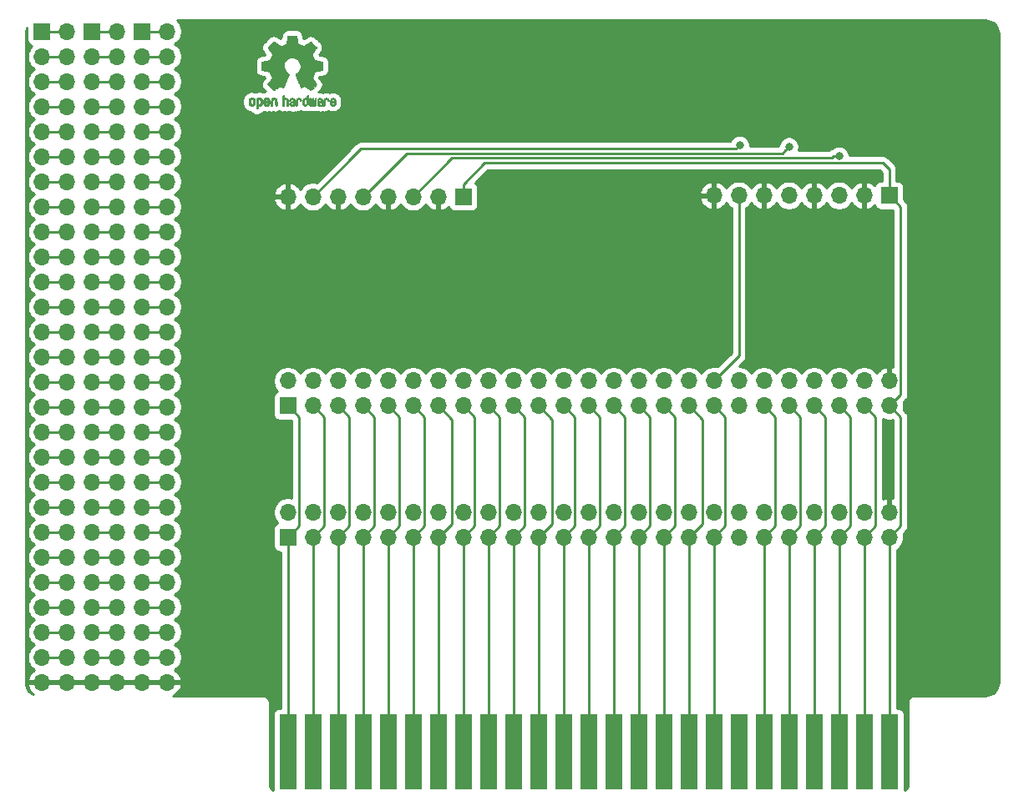
<source format=gbr>
%TF.GenerationSoftware,KiCad,Pcbnew,(5.1.7-0-10_14)*%
%TF.CreationDate,2021-03-20T21:17:23-05:00*%
%TF.ProjectId,Apple_II_Breakout,4170706c-655f-4494-995f-427265616b6f,rev?*%
%TF.SameCoordinates,Original*%
%TF.FileFunction,Copper,L1,Top*%
%TF.FilePolarity,Positive*%
%FSLAX46Y46*%
G04 Gerber Fmt 4.6, Leading zero omitted, Abs format (unit mm)*
G04 Created by KiCad (PCBNEW (5.1.7-0-10_14)) date 2021-03-20 21:17:23*
%MOMM*%
%LPD*%
G01*
G04 APERTURE LIST*
%TA.AperFunction,EtchedComponent*%
%ADD10C,0.010000*%
%TD*%
%TA.AperFunction,ComponentPad*%
%ADD11O,1.700000X1.700000*%
%TD*%
%TA.AperFunction,ComponentPad*%
%ADD12R,1.700000X1.700000*%
%TD*%
%TA.AperFunction,ConnectorPad*%
%ADD13R,1.778000X7.620000*%
%TD*%
%TA.AperFunction,ViaPad*%
%ADD14C,0.800000*%
%TD*%
%TA.AperFunction,Conductor*%
%ADD15C,0.250000*%
%TD*%
%TA.AperFunction,Conductor*%
%ADD16C,0.254000*%
%TD*%
%TA.AperFunction,Conductor*%
%ADD17C,0.100000*%
%TD*%
G04 APERTURE END LIST*
D10*
%TO.C,REF\u002A\u002A*%
G36*
X131680986Y-55124405D02*
G01*
X131755639Y-55161627D01*
X131821531Y-55230161D01*
X131839677Y-55255548D01*
X131859445Y-55288766D01*
X131872272Y-55324845D01*
X131879610Y-55372998D01*
X131882913Y-55442436D01*
X131883638Y-55534106D01*
X131880363Y-55659730D01*
X131868977Y-55754054D01*
X131847141Y-55824423D01*
X131812519Y-55878186D01*
X131762770Y-55922688D01*
X131759114Y-55925323D01*
X131710085Y-55952277D01*
X131651045Y-55965612D01*
X131575959Y-55968900D01*
X131453895Y-55968900D01*
X131453844Y-56087397D01*
X131452708Y-56153392D01*
X131445786Y-56192102D01*
X131427698Y-56215319D01*
X131393062Y-56234833D01*
X131384745Y-56238820D01*
X131345820Y-56257503D01*
X131315683Y-56269303D01*
X131293274Y-56270322D01*
X131277533Y-56256661D01*
X131267402Y-56224422D01*
X131261823Y-56169704D01*
X131259735Y-56088611D01*
X131260081Y-55977244D01*
X131261800Y-55831702D01*
X131262337Y-55788169D01*
X131264272Y-55638105D01*
X131266004Y-55539942D01*
X131453792Y-55539942D01*
X131454848Y-55623264D01*
X131459538Y-55677780D01*
X131470151Y-55713737D01*
X131488972Y-55741382D01*
X131501750Y-55754865D01*
X131553990Y-55794317D01*
X131600242Y-55797528D01*
X131647967Y-55764949D01*
X131649177Y-55763746D01*
X131668594Y-55738568D01*
X131680407Y-55704347D01*
X131686365Y-55651648D01*
X131688220Y-55571031D01*
X131688254Y-55553171D01*
X131683770Y-55442075D01*
X131669174Y-55365061D01*
X131642750Y-55318047D01*
X131602783Y-55296950D01*
X131579684Y-55294823D01*
X131524862Y-55304800D01*
X131487258Y-55337652D01*
X131464623Y-55397757D01*
X131454706Y-55489498D01*
X131453792Y-55539942D01*
X131266004Y-55539942D01*
X131266322Y-55521960D01*
X131268973Y-55434579D01*
X131272706Y-55370805D01*
X131278007Y-55325482D01*
X131285358Y-55293455D01*
X131295243Y-55269568D01*
X131308146Y-55248664D01*
X131313679Y-55240798D01*
X131387069Y-55166495D01*
X131479860Y-55124367D01*
X131587196Y-55112622D01*
X131680986Y-55124405D01*
G37*
X131680986Y-55124405D02*
X131755639Y-55161627D01*
X131821531Y-55230161D01*
X131839677Y-55255548D01*
X131859445Y-55288766D01*
X131872272Y-55324845D01*
X131879610Y-55372998D01*
X131882913Y-55442436D01*
X131883638Y-55534106D01*
X131880363Y-55659730D01*
X131868977Y-55754054D01*
X131847141Y-55824423D01*
X131812519Y-55878186D01*
X131762770Y-55922688D01*
X131759114Y-55925323D01*
X131710085Y-55952277D01*
X131651045Y-55965612D01*
X131575959Y-55968900D01*
X131453895Y-55968900D01*
X131453844Y-56087397D01*
X131452708Y-56153392D01*
X131445786Y-56192102D01*
X131427698Y-56215319D01*
X131393062Y-56234833D01*
X131384745Y-56238820D01*
X131345820Y-56257503D01*
X131315683Y-56269303D01*
X131293274Y-56270322D01*
X131277533Y-56256661D01*
X131267402Y-56224422D01*
X131261823Y-56169704D01*
X131259735Y-56088611D01*
X131260081Y-55977244D01*
X131261800Y-55831702D01*
X131262337Y-55788169D01*
X131264272Y-55638105D01*
X131266004Y-55539942D01*
X131453792Y-55539942D01*
X131454848Y-55623264D01*
X131459538Y-55677780D01*
X131470151Y-55713737D01*
X131488972Y-55741382D01*
X131501750Y-55754865D01*
X131553990Y-55794317D01*
X131600242Y-55797528D01*
X131647967Y-55764949D01*
X131649177Y-55763746D01*
X131668594Y-55738568D01*
X131680407Y-55704347D01*
X131686365Y-55651648D01*
X131688220Y-55571031D01*
X131688254Y-55553171D01*
X131683770Y-55442075D01*
X131669174Y-55365061D01*
X131642750Y-55318047D01*
X131602783Y-55296950D01*
X131579684Y-55294823D01*
X131524862Y-55304800D01*
X131487258Y-55337652D01*
X131464623Y-55397757D01*
X131454706Y-55489498D01*
X131453792Y-55539942D01*
X131266004Y-55539942D01*
X131266322Y-55521960D01*
X131268973Y-55434579D01*
X131272706Y-55370805D01*
X131278007Y-55325482D01*
X131285358Y-55293455D01*
X131295243Y-55269568D01*
X131308146Y-55248664D01*
X131313679Y-55240798D01*
X131387069Y-55166495D01*
X131479860Y-55124367D01*
X131587196Y-55112622D01*
X131680986Y-55124405D01*
G36*
X133183764Y-55134989D02*
G01*
X133246467Y-55171258D01*
X133290061Y-55207258D01*
X133321945Y-55244975D01*
X133343910Y-55291099D01*
X133357749Y-55352321D01*
X133365253Y-55435331D01*
X133368217Y-55546819D01*
X133368561Y-55626962D01*
X133368561Y-55921965D01*
X133202485Y-55996415D01*
X133192715Y-55673302D01*
X133188679Y-55552629D01*
X133184444Y-55465041D01*
X133179197Y-55404550D01*
X133172125Y-55365168D01*
X133162411Y-55340907D01*
X133149244Y-55325780D01*
X133145019Y-55322506D01*
X133081009Y-55296934D01*
X133016308Y-55307053D01*
X132977792Y-55333900D01*
X132962125Y-55352924D01*
X132951280Y-55377888D01*
X132944388Y-55415734D01*
X132940579Y-55473402D01*
X132938983Y-55557835D01*
X132938715Y-55645828D01*
X132938663Y-55756223D01*
X132936772Y-55834363D01*
X132930445Y-55887065D01*
X132917083Y-55921142D01*
X132894085Y-55943411D01*
X132858854Y-55960687D01*
X132811797Y-55978638D01*
X132760403Y-55998178D01*
X132766521Y-55651385D01*
X132768984Y-55526368D01*
X132771867Y-55433982D01*
X132775998Y-55367781D01*
X132782207Y-55321320D01*
X132791326Y-55288156D01*
X132804183Y-55261844D01*
X132819684Y-55238629D01*
X132894471Y-55164469D01*
X132985728Y-55121584D01*
X133084983Y-55111312D01*
X133183764Y-55134989D01*
G37*
X133183764Y-55134989D02*
X133246467Y-55171258D01*
X133290061Y-55207258D01*
X133321945Y-55244975D01*
X133343910Y-55291099D01*
X133357749Y-55352321D01*
X133365253Y-55435331D01*
X133368217Y-55546819D01*
X133368561Y-55626962D01*
X133368561Y-55921965D01*
X133202485Y-55996415D01*
X133192715Y-55673302D01*
X133188679Y-55552629D01*
X133184444Y-55465041D01*
X133179197Y-55404550D01*
X133172125Y-55365168D01*
X133162411Y-55340907D01*
X133149244Y-55325780D01*
X133145019Y-55322506D01*
X133081009Y-55296934D01*
X133016308Y-55307053D01*
X132977792Y-55333900D01*
X132962125Y-55352924D01*
X132951280Y-55377888D01*
X132944388Y-55415734D01*
X132940579Y-55473402D01*
X132938983Y-55557835D01*
X132938715Y-55645828D01*
X132938663Y-55756223D01*
X132936772Y-55834363D01*
X132930445Y-55887065D01*
X132917083Y-55921142D01*
X132894085Y-55943411D01*
X132858854Y-55960687D01*
X132811797Y-55978638D01*
X132760403Y-55998178D01*
X132766521Y-55651385D01*
X132768984Y-55526368D01*
X132771867Y-55433982D01*
X132775998Y-55367781D01*
X132782207Y-55321320D01*
X132791326Y-55288156D01*
X132804183Y-55261844D01*
X132819684Y-55238629D01*
X132894471Y-55164469D01*
X132985728Y-55121584D01*
X133084983Y-55111312D01*
X133183764Y-55134989D01*
G36*
X130928986Y-55127156D02*
G01*
X131020564Y-55175309D01*
X131088149Y-55252805D01*
X131112157Y-55302627D01*
X131130838Y-55377433D01*
X131140401Y-55471952D01*
X131141308Y-55575110D01*
X131134021Y-55675835D01*
X131119003Y-55763053D01*
X131096715Y-55825691D01*
X131089865Y-55836479D01*
X131008732Y-55917005D01*
X130912366Y-55965236D01*
X130807801Y-55979350D01*
X130702068Y-55957529D01*
X130672643Y-55944447D01*
X130615341Y-55904131D01*
X130565050Y-55850675D01*
X130560297Y-55843895D01*
X130540978Y-55811221D01*
X130528208Y-55776294D01*
X130520664Y-55730314D01*
X130517024Y-55664484D01*
X130515965Y-55570005D01*
X130515946Y-55548823D01*
X130515994Y-55542082D01*
X130711331Y-55542082D01*
X130712468Y-55631249D01*
X130716941Y-55690420D01*
X130726346Y-55728641D01*
X130742276Y-55754953D01*
X130750408Y-55763746D01*
X130797158Y-55797161D01*
X130842547Y-55795637D01*
X130888440Y-55766652D01*
X130915812Y-55735709D01*
X130932023Y-55690543D01*
X130941126Y-55619320D01*
X130941751Y-55611014D01*
X130943304Y-55481937D01*
X130927065Y-55386072D01*
X130893252Y-55324007D01*
X130842084Y-55296332D01*
X130823820Y-55294823D01*
X130775860Y-55302413D01*
X130743053Y-55328708D01*
X130722995Y-55378995D01*
X130713278Y-55458564D01*
X130711331Y-55542082D01*
X130515994Y-55542082D01*
X130516674Y-55448149D01*
X130519729Y-55377806D01*
X130526422Y-55329063D01*
X130538060Y-55293188D01*
X130555953Y-55261448D01*
X130559908Y-55255548D01*
X130626367Y-55176004D01*
X130698785Y-55129829D01*
X130786949Y-55111499D01*
X130816887Y-55110603D01*
X130928986Y-55127156D01*
G37*
X130928986Y-55127156D02*
X131020564Y-55175309D01*
X131088149Y-55252805D01*
X131112157Y-55302627D01*
X131130838Y-55377433D01*
X131140401Y-55471952D01*
X131141308Y-55575110D01*
X131134021Y-55675835D01*
X131119003Y-55763053D01*
X131096715Y-55825691D01*
X131089865Y-55836479D01*
X131008732Y-55917005D01*
X130912366Y-55965236D01*
X130807801Y-55979350D01*
X130702068Y-55957529D01*
X130672643Y-55944447D01*
X130615341Y-55904131D01*
X130565050Y-55850675D01*
X130560297Y-55843895D01*
X130540978Y-55811221D01*
X130528208Y-55776294D01*
X130520664Y-55730314D01*
X130517024Y-55664484D01*
X130515965Y-55570005D01*
X130515946Y-55548823D01*
X130515994Y-55542082D01*
X130711331Y-55542082D01*
X130712468Y-55631249D01*
X130716941Y-55690420D01*
X130726346Y-55728641D01*
X130742276Y-55754953D01*
X130750408Y-55763746D01*
X130797158Y-55797161D01*
X130842547Y-55795637D01*
X130888440Y-55766652D01*
X130915812Y-55735709D01*
X130932023Y-55690543D01*
X130941126Y-55619320D01*
X130941751Y-55611014D01*
X130943304Y-55481937D01*
X130927065Y-55386072D01*
X130893252Y-55324007D01*
X130842084Y-55296332D01*
X130823820Y-55294823D01*
X130775860Y-55302413D01*
X130743053Y-55328708D01*
X130722995Y-55378995D01*
X130713278Y-55458564D01*
X130711331Y-55542082D01*
X130515994Y-55542082D01*
X130516674Y-55448149D01*
X130519729Y-55377806D01*
X130526422Y-55329063D01*
X130538060Y-55293188D01*
X130555953Y-55261448D01*
X130559908Y-55255548D01*
X130626367Y-55176004D01*
X130698785Y-55129829D01*
X130786949Y-55111499D01*
X130816887Y-55110603D01*
X130928986Y-55127156D01*
G36*
X132446354Y-55139645D02*
G01*
X132523386Y-55191467D01*
X132582916Y-55266312D01*
X132618478Y-55361554D01*
X132625671Y-55431656D01*
X132624854Y-55460909D01*
X132618014Y-55483307D01*
X132599212Y-55503374D01*
X132562508Y-55525633D01*
X132501962Y-55554609D01*
X132411634Y-55594827D01*
X132411177Y-55595029D01*
X132328033Y-55633110D01*
X132259853Y-55666925D01*
X132213605Y-55692833D01*
X132196258Y-55707195D01*
X132196254Y-55707311D01*
X132211543Y-55738585D01*
X132247296Y-55773057D01*
X132288342Y-55797890D01*
X132309137Y-55802823D01*
X132365870Y-55785762D01*
X132414727Y-55743033D01*
X132438565Y-55696055D01*
X132461497Y-55661422D01*
X132506418Y-55621981D01*
X132559223Y-55587909D01*
X132605810Y-55569380D01*
X132615552Y-55568362D01*
X132626518Y-55585115D01*
X132627179Y-55627939D01*
X132619120Y-55685681D01*
X132603927Y-55747189D01*
X132583186Y-55801309D01*
X132582138Y-55803410D01*
X132519721Y-55890560D01*
X132438826Y-55949839D01*
X132346956Y-55978934D01*
X132251613Y-55975534D01*
X132160298Y-55937328D01*
X132156238Y-55934641D01*
X132084406Y-55869542D01*
X132037173Y-55784605D01*
X132011034Y-55672921D01*
X132007526Y-55641543D01*
X132001313Y-55493436D01*
X132008761Y-55424368D01*
X132196254Y-55424368D01*
X132198690Y-55467452D01*
X132212014Y-55480026D01*
X132245232Y-55470619D01*
X132297594Y-55448383D01*
X132356124Y-55420510D01*
X132357579Y-55419772D01*
X132407189Y-55393677D01*
X132427100Y-55376263D01*
X132422190Y-55358007D01*
X132401516Y-55334020D01*
X132348919Y-55299306D01*
X132292277Y-55296756D01*
X132241469Y-55322019D01*
X132206376Y-55370747D01*
X132196254Y-55424368D01*
X132008761Y-55424368D01*
X132014092Y-55374936D01*
X132046878Y-55280955D01*
X132092521Y-55215115D01*
X132174902Y-55148581D01*
X132265646Y-55115576D01*
X132358285Y-55113473D01*
X132446354Y-55139645D01*
G37*
X132446354Y-55139645D02*
X132523386Y-55191467D01*
X132582916Y-55266312D01*
X132618478Y-55361554D01*
X132625671Y-55431656D01*
X132624854Y-55460909D01*
X132618014Y-55483307D01*
X132599212Y-55503374D01*
X132562508Y-55525633D01*
X132501962Y-55554609D01*
X132411634Y-55594827D01*
X132411177Y-55595029D01*
X132328033Y-55633110D01*
X132259853Y-55666925D01*
X132213605Y-55692833D01*
X132196258Y-55707195D01*
X132196254Y-55707311D01*
X132211543Y-55738585D01*
X132247296Y-55773057D01*
X132288342Y-55797890D01*
X132309137Y-55802823D01*
X132365870Y-55785762D01*
X132414727Y-55743033D01*
X132438565Y-55696055D01*
X132461497Y-55661422D01*
X132506418Y-55621981D01*
X132559223Y-55587909D01*
X132605810Y-55569380D01*
X132615552Y-55568362D01*
X132626518Y-55585115D01*
X132627179Y-55627939D01*
X132619120Y-55685681D01*
X132603927Y-55747189D01*
X132583186Y-55801309D01*
X132582138Y-55803410D01*
X132519721Y-55890560D01*
X132438826Y-55949839D01*
X132346956Y-55978934D01*
X132251613Y-55975534D01*
X132160298Y-55937328D01*
X132156238Y-55934641D01*
X132084406Y-55869542D01*
X132037173Y-55784605D01*
X132011034Y-55672921D01*
X132007526Y-55641543D01*
X132001313Y-55493436D01*
X132008761Y-55424368D01*
X132196254Y-55424368D01*
X132198690Y-55467452D01*
X132212014Y-55480026D01*
X132245232Y-55470619D01*
X132297594Y-55448383D01*
X132356124Y-55420510D01*
X132357579Y-55419772D01*
X132407189Y-55393677D01*
X132427100Y-55376263D01*
X132422190Y-55358007D01*
X132401516Y-55334020D01*
X132348919Y-55299306D01*
X132292277Y-55296756D01*
X132241469Y-55322019D01*
X132206376Y-55370747D01*
X132196254Y-55424368D01*
X132008761Y-55424368D01*
X132014092Y-55374936D01*
X132046878Y-55280955D01*
X132092521Y-55215115D01*
X132174902Y-55148581D01*
X132265646Y-55115576D01*
X132358285Y-55113473D01*
X132446354Y-55139645D01*
G36*
X134071946Y-55032020D02*
G01*
X134077672Y-55111880D01*
X134084249Y-55158939D01*
X134093362Y-55179466D01*
X134106698Y-55179729D01*
X134111023Y-55177278D01*
X134168544Y-55159536D01*
X134243368Y-55160572D01*
X134319439Y-55178810D01*
X134367018Y-55202405D01*
X134415802Y-55240098D01*
X134451464Y-55282755D01*
X134475945Y-55336957D01*
X134491187Y-55409284D01*
X134499130Y-55506319D01*
X134501716Y-55634642D01*
X134501762Y-55659258D01*
X134501792Y-55935770D01*
X134440261Y-55957220D01*
X134396559Y-55971812D01*
X134372582Y-55978606D01*
X134371877Y-55978669D01*
X134369515Y-55960245D01*
X134367506Y-55909426D01*
X134366001Y-55832893D01*
X134365153Y-55737330D01*
X134365023Y-55679229D01*
X134364751Y-55564671D01*
X134363352Y-55482567D01*
X134359949Y-55426293D01*
X134353667Y-55389226D01*
X134343629Y-55364744D01*
X134328961Y-55346225D01*
X134319802Y-55337306D01*
X134256889Y-55301366D01*
X134188236Y-55298675D01*
X134125948Y-55329070D01*
X134114429Y-55340044D01*
X134097533Y-55360679D01*
X134085814Y-55385156D01*
X134078333Y-55420547D01*
X134074154Y-55473926D01*
X134072337Y-55552366D01*
X134071946Y-55660517D01*
X134071946Y-55935770D01*
X134010415Y-55957220D01*
X133966713Y-55971812D01*
X133942736Y-55978606D01*
X133942030Y-55978669D01*
X133940226Y-55959969D01*
X133938600Y-55907222D01*
X133937217Y-55825457D01*
X133936142Y-55719705D01*
X133935440Y-55594994D01*
X133935177Y-55456355D01*
X133935177Y-54921706D01*
X134062177Y-54868136D01*
X134071946Y-55032020D01*
G37*
X134071946Y-55032020D02*
X134077672Y-55111880D01*
X134084249Y-55158939D01*
X134093362Y-55179466D01*
X134106698Y-55179729D01*
X134111023Y-55177278D01*
X134168544Y-55159536D01*
X134243368Y-55160572D01*
X134319439Y-55178810D01*
X134367018Y-55202405D01*
X134415802Y-55240098D01*
X134451464Y-55282755D01*
X134475945Y-55336957D01*
X134491187Y-55409284D01*
X134499130Y-55506319D01*
X134501716Y-55634642D01*
X134501762Y-55659258D01*
X134501792Y-55935770D01*
X134440261Y-55957220D01*
X134396559Y-55971812D01*
X134372582Y-55978606D01*
X134371877Y-55978669D01*
X134369515Y-55960245D01*
X134367506Y-55909426D01*
X134366001Y-55832893D01*
X134365153Y-55737330D01*
X134365023Y-55679229D01*
X134364751Y-55564671D01*
X134363352Y-55482567D01*
X134359949Y-55426293D01*
X134353667Y-55389226D01*
X134343629Y-55364744D01*
X134328961Y-55346225D01*
X134319802Y-55337306D01*
X134256889Y-55301366D01*
X134188236Y-55298675D01*
X134125948Y-55329070D01*
X134114429Y-55340044D01*
X134097533Y-55360679D01*
X134085814Y-55385156D01*
X134078333Y-55420547D01*
X134074154Y-55473926D01*
X134072337Y-55552366D01*
X134071946Y-55660517D01*
X134071946Y-55935770D01*
X134010415Y-55957220D01*
X133966713Y-55971812D01*
X133942736Y-55978606D01*
X133942030Y-55978669D01*
X133940226Y-55959969D01*
X133938600Y-55907222D01*
X133937217Y-55825457D01*
X133936142Y-55719705D01*
X133935440Y-55594994D01*
X133935177Y-55456355D01*
X133935177Y-54921706D01*
X134062177Y-54868136D01*
X134071946Y-55032020D01*
G36*
X134965601Y-55166203D02*
G01*
X135042160Y-55194633D01*
X135043036Y-55195179D01*
X135090385Y-55230027D01*
X135125341Y-55270752D01*
X135149925Y-55323825D01*
X135166162Y-55395714D01*
X135176075Y-55492892D01*
X135181686Y-55621828D01*
X135182177Y-55640198D01*
X135189241Y-55917187D01*
X135129795Y-55947928D01*
X135086781Y-55968702D01*
X135060810Y-55978546D01*
X135059609Y-55978669D01*
X135055114Y-55960506D01*
X135051544Y-55911512D01*
X135049348Y-55839931D01*
X135048869Y-55781968D01*
X135048858Y-55688070D01*
X135044566Y-55629103D01*
X135029603Y-55600979D01*
X134997582Y-55599606D01*
X134942114Y-55620898D01*
X134858369Y-55660036D01*
X134796789Y-55692543D01*
X134765117Y-55720745D01*
X134755806Y-55751482D01*
X134755792Y-55753004D01*
X134771157Y-55805954D01*
X134816647Y-55834560D01*
X134886266Y-55838703D01*
X134936413Y-55837984D01*
X134962854Y-55852427D01*
X134979343Y-55887118D01*
X134988833Y-55931316D01*
X134975157Y-55956393D01*
X134970007Y-55959982D01*
X134921525Y-55974396D01*
X134853631Y-55976437D01*
X134783712Y-55966883D01*
X134734168Y-55949422D01*
X134665670Y-55891264D01*
X134626734Y-55810308D01*
X134619023Y-55747060D01*
X134624907Y-55690011D01*
X134646201Y-55643442D01*
X134688365Y-55602081D01*
X134756859Y-55560655D01*
X134857144Y-55513893D01*
X134863254Y-55511250D01*
X134953590Y-55469517D01*
X135009335Y-55435291D01*
X135033229Y-55404535D01*
X135028013Y-55373211D01*
X134996428Y-55337283D01*
X134986983Y-55329016D01*
X134923717Y-55296958D01*
X134858164Y-55298307D01*
X134801072Y-55329738D01*
X134763193Y-55387924D01*
X134759674Y-55399346D01*
X134725400Y-55454737D01*
X134681909Y-55481418D01*
X134619023Y-55507860D01*
X134619023Y-55439448D01*
X134638152Y-55340010D01*
X134694931Y-55248802D01*
X134724478Y-55218289D01*
X134791642Y-55179128D01*
X134877056Y-55161400D01*
X134965601Y-55166203D01*
G37*
X134965601Y-55166203D02*
X135042160Y-55194633D01*
X135043036Y-55195179D01*
X135090385Y-55230027D01*
X135125341Y-55270752D01*
X135149925Y-55323825D01*
X135166162Y-55395714D01*
X135176075Y-55492892D01*
X135181686Y-55621828D01*
X135182177Y-55640198D01*
X135189241Y-55917187D01*
X135129795Y-55947928D01*
X135086781Y-55968702D01*
X135060810Y-55978546D01*
X135059609Y-55978669D01*
X135055114Y-55960506D01*
X135051544Y-55911512D01*
X135049348Y-55839931D01*
X135048869Y-55781968D01*
X135048858Y-55688070D01*
X135044566Y-55629103D01*
X135029603Y-55600979D01*
X134997582Y-55599606D01*
X134942114Y-55620898D01*
X134858369Y-55660036D01*
X134796789Y-55692543D01*
X134765117Y-55720745D01*
X134755806Y-55751482D01*
X134755792Y-55753004D01*
X134771157Y-55805954D01*
X134816647Y-55834560D01*
X134886266Y-55838703D01*
X134936413Y-55837984D01*
X134962854Y-55852427D01*
X134979343Y-55887118D01*
X134988833Y-55931316D01*
X134975157Y-55956393D01*
X134970007Y-55959982D01*
X134921525Y-55974396D01*
X134853631Y-55976437D01*
X134783712Y-55966883D01*
X134734168Y-55949422D01*
X134665670Y-55891264D01*
X134626734Y-55810308D01*
X134619023Y-55747060D01*
X134624907Y-55690011D01*
X134646201Y-55643442D01*
X134688365Y-55602081D01*
X134756859Y-55560655D01*
X134857144Y-55513893D01*
X134863254Y-55511250D01*
X134953590Y-55469517D01*
X135009335Y-55435291D01*
X135033229Y-55404535D01*
X135028013Y-55373211D01*
X134996428Y-55337283D01*
X134986983Y-55329016D01*
X134923717Y-55296958D01*
X134858164Y-55298307D01*
X134801072Y-55329738D01*
X134763193Y-55387924D01*
X134759674Y-55399346D01*
X134725400Y-55454737D01*
X134681909Y-55481418D01*
X134619023Y-55507860D01*
X134619023Y-55439448D01*
X134638152Y-55340010D01*
X134694931Y-55248802D01*
X134724478Y-55218289D01*
X134791642Y-55179128D01*
X134877056Y-55161400D01*
X134965601Y-55166203D01*
G36*
X135625462Y-55164570D02*
G01*
X135714217Y-55197321D01*
X135786122Y-55255250D01*
X135814244Y-55296028D01*
X135844902Y-55370854D01*
X135844265Y-55424958D01*
X135812087Y-55461346D01*
X135800181Y-55467533D01*
X135748775Y-55486825D01*
X135722522Y-55481882D01*
X135713630Y-55449487D01*
X135713177Y-55431592D01*
X135696897Y-55365759D01*
X135654465Y-55319707D01*
X135595488Y-55297464D01*
X135529575Y-55303061D01*
X135475995Y-55332129D01*
X135457898Y-55348710D01*
X135445071Y-55368825D01*
X135436406Y-55399232D01*
X135430796Y-55446688D01*
X135427135Y-55517950D01*
X135424315Y-55619775D01*
X135423584Y-55652015D01*
X135420920Y-55762310D01*
X135417892Y-55839936D01*
X135413350Y-55891296D01*
X135406146Y-55922790D01*
X135395133Y-55940820D01*
X135379160Y-55951788D01*
X135368934Y-55956633D01*
X135325506Y-55973201D01*
X135299942Y-55978669D01*
X135291495Y-55960407D01*
X135286339Y-55905196D01*
X135284446Y-55812399D01*
X135285789Y-55681378D01*
X135286207Y-55661169D01*
X135289158Y-55541633D01*
X135292648Y-55454349D01*
X135297614Y-55392491D01*
X135304993Y-55349236D01*
X135315724Y-55317760D01*
X135330745Y-55291239D01*
X135338602Y-55279875D01*
X135383653Y-55229592D01*
X135434040Y-55190481D01*
X135440208Y-55187067D01*
X135530558Y-55160112D01*
X135625462Y-55164570D01*
G37*
X135625462Y-55164570D02*
X135714217Y-55197321D01*
X135786122Y-55255250D01*
X135814244Y-55296028D01*
X135844902Y-55370854D01*
X135844265Y-55424958D01*
X135812087Y-55461346D01*
X135800181Y-55467533D01*
X135748775Y-55486825D01*
X135722522Y-55481882D01*
X135713630Y-55449487D01*
X135713177Y-55431592D01*
X135696897Y-55365759D01*
X135654465Y-55319707D01*
X135595488Y-55297464D01*
X135529575Y-55303061D01*
X135475995Y-55332129D01*
X135457898Y-55348710D01*
X135445071Y-55368825D01*
X135436406Y-55399232D01*
X135430796Y-55446688D01*
X135427135Y-55517950D01*
X135424315Y-55619775D01*
X135423584Y-55652015D01*
X135420920Y-55762310D01*
X135417892Y-55839936D01*
X135413350Y-55891296D01*
X135406146Y-55922790D01*
X135395133Y-55940820D01*
X135379160Y-55951788D01*
X135368934Y-55956633D01*
X135325506Y-55973201D01*
X135299942Y-55978669D01*
X135291495Y-55960407D01*
X135286339Y-55905196D01*
X135284446Y-55812399D01*
X135285789Y-55681378D01*
X135286207Y-55661169D01*
X135289158Y-55541633D01*
X135292648Y-55454349D01*
X135297614Y-55392491D01*
X135304993Y-55349236D01*
X135315724Y-55317760D01*
X135330745Y-55291239D01*
X135338602Y-55279875D01*
X135383653Y-55229592D01*
X135434040Y-55190481D01*
X135440208Y-55187067D01*
X135530558Y-55160112D01*
X135625462Y-55164570D01*
G36*
X136514181Y-55320189D02*
G01*
X136513933Y-55466220D01*
X136512972Y-55578555D01*
X136510894Y-55662578D01*
X136507293Y-55723669D01*
X136501765Y-55767209D01*
X136493904Y-55798579D01*
X136483307Y-55823162D01*
X136475282Y-55837194D01*
X136408828Y-55913288D01*
X136324570Y-55960984D01*
X136231349Y-55978099D01*
X136138000Y-55962446D01*
X136082412Y-55934318D01*
X136024057Y-55885660D01*
X135984286Y-55826233D01*
X135960290Y-55748407D01*
X135949261Y-55644552D01*
X135947699Y-55568362D01*
X135947909Y-55562886D01*
X136084408Y-55562886D01*
X136085241Y-55650255D01*
X136089061Y-55708092D01*
X136097846Y-55745929D01*
X136113574Y-55773298D01*
X136132366Y-55793942D01*
X136195475Y-55833790D01*
X136263237Y-55837195D01*
X136327279Y-55803925D01*
X136332264Y-55799417D01*
X136353539Y-55775967D01*
X136366879Y-55748066D01*
X136374101Y-55706541D01*
X136377023Y-55642216D01*
X136377485Y-55571100D01*
X136376483Y-55481758D01*
X136372338Y-55422158D01*
X136363336Y-55382989D01*
X136347767Y-55354940D01*
X136335002Y-55340044D01*
X136275700Y-55302475D01*
X136207401Y-55297957D01*
X136142210Y-55326653D01*
X136129628Y-55337306D01*
X136108211Y-55360963D01*
X136094844Y-55389151D01*
X136087666Y-55431145D01*
X136084819Y-55496219D01*
X136084408Y-55562886D01*
X135947909Y-55562886D01*
X135952422Y-55445665D01*
X135968462Y-55353477D01*
X135998628Y-55284169D01*
X136045729Y-55230111D01*
X136082412Y-55202405D01*
X136149090Y-55172472D01*
X136226372Y-55158578D01*
X136298210Y-55162297D01*
X136338408Y-55177300D01*
X136354182Y-55181570D01*
X136364650Y-55165650D01*
X136371956Y-55122989D01*
X136377485Y-55058006D01*
X136383537Y-54985632D01*
X136391944Y-54942087D01*
X136407241Y-54917187D01*
X136433964Y-54900745D01*
X136450754Y-54893464D01*
X136514254Y-54866863D01*
X136514181Y-55320189D01*
G37*
X136514181Y-55320189D02*
X136513933Y-55466220D01*
X136512972Y-55578555D01*
X136510894Y-55662578D01*
X136507293Y-55723669D01*
X136501765Y-55767209D01*
X136493904Y-55798579D01*
X136483307Y-55823162D01*
X136475282Y-55837194D01*
X136408828Y-55913288D01*
X136324570Y-55960984D01*
X136231349Y-55978099D01*
X136138000Y-55962446D01*
X136082412Y-55934318D01*
X136024057Y-55885660D01*
X135984286Y-55826233D01*
X135960290Y-55748407D01*
X135949261Y-55644552D01*
X135947699Y-55568362D01*
X135947909Y-55562886D01*
X136084408Y-55562886D01*
X136085241Y-55650255D01*
X136089061Y-55708092D01*
X136097846Y-55745929D01*
X136113574Y-55773298D01*
X136132366Y-55793942D01*
X136195475Y-55833790D01*
X136263237Y-55837195D01*
X136327279Y-55803925D01*
X136332264Y-55799417D01*
X136353539Y-55775967D01*
X136366879Y-55748066D01*
X136374101Y-55706541D01*
X136377023Y-55642216D01*
X136377485Y-55571100D01*
X136376483Y-55481758D01*
X136372338Y-55422158D01*
X136363336Y-55382989D01*
X136347767Y-55354940D01*
X136335002Y-55340044D01*
X136275700Y-55302475D01*
X136207401Y-55297957D01*
X136142210Y-55326653D01*
X136129628Y-55337306D01*
X136108211Y-55360963D01*
X136094844Y-55389151D01*
X136087666Y-55431145D01*
X136084819Y-55496219D01*
X136084408Y-55562886D01*
X135947909Y-55562886D01*
X135952422Y-55445665D01*
X135968462Y-55353477D01*
X135998628Y-55284169D01*
X136045729Y-55230111D01*
X136082412Y-55202405D01*
X136149090Y-55172472D01*
X136226372Y-55158578D01*
X136298210Y-55162297D01*
X136338408Y-55177300D01*
X136354182Y-55181570D01*
X136364650Y-55165650D01*
X136371956Y-55122989D01*
X136377485Y-55058006D01*
X136383537Y-54985632D01*
X136391944Y-54942087D01*
X136407241Y-54917187D01*
X136433964Y-54900745D01*
X136450754Y-54893464D01*
X136514254Y-54866863D01*
X136514181Y-55320189D01*
G36*
X137308029Y-55176562D02*
G01*
X137311011Y-55227968D01*
X137313347Y-55306092D01*
X137314849Y-55404757D01*
X137315331Y-55508243D01*
X137315331Y-55858433D01*
X137253501Y-55920263D01*
X137210893Y-55958362D01*
X137173490Y-55973795D01*
X137122370Y-55972818D01*
X137102078Y-55970333D01*
X137038654Y-55963100D01*
X136986195Y-55958955D01*
X136973408Y-55958572D01*
X136930299Y-55961076D01*
X136868644Y-55967362D01*
X136844738Y-55970333D01*
X136786022Y-55974928D01*
X136746564Y-55964946D01*
X136707438Y-55934128D01*
X136693315Y-55920263D01*
X136631485Y-55858433D01*
X136631485Y-55203403D01*
X136681250Y-55180729D01*
X136724102Y-55163934D01*
X136749173Y-55158054D01*
X136755601Y-55176636D01*
X136761609Y-55228555D01*
X136766797Y-55308072D01*
X136770764Y-55409446D01*
X136772677Y-55495092D01*
X136778023Y-55832131D01*
X136824660Y-55838725D01*
X136867076Y-55834114D01*
X136887860Y-55819187D01*
X136893670Y-55791277D01*
X136898630Y-55731825D01*
X136902346Y-55648366D01*
X136904424Y-55548432D01*
X136904724Y-55497004D01*
X136905023Y-55200954D01*
X136966554Y-55179504D01*
X137010104Y-55164920D01*
X137033794Y-55158119D01*
X137034477Y-55158054D01*
X137036854Y-55176542D01*
X137039466Y-55227806D01*
X137042095Y-55305549D01*
X137044521Y-55403474D01*
X137046215Y-55495092D01*
X137051561Y-55832131D01*
X137168792Y-55832131D01*
X137174172Y-55524646D01*
X137179551Y-55217161D01*
X137236701Y-55187607D01*
X137278897Y-55167313D01*
X137303870Y-55158104D01*
X137304591Y-55158054D01*
X137308029Y-55176562D01*
G37*
X137308029Y-55176562D02*
X137311011Y-55227968D01*
X137313347Y-55306092D01*
X137314849Y-55404757D01*
X137315331Y-55508243D01*
X137315331Y-55858433D01*
X137253501Y-55920263D01*
X137210893Y-55958362D01*
X137173490Y-55973795D01*
X137122370Y-55972818D01*
X137102078Y-55970333D01*
X137038654Y-55963100D01*
X136986195Y-55958955D01*
X136973408Y-55958572D01*
X136930299Y-55961076D01*
X136868644Y-55967362D01*
X136844738Y-55970333D01*
X136786022Y-55974928D01*
X136746564Y-55964946D01*
X136707438Y-55934128D01*
X136693315Y-55920263D01*
X136631485Y-55858433D01*
X136631485Y-55203403D01*
X136681250Y-55180729D01*
X136724102Y-55163934D01*
X136749173Y-55158054D01*
X136755601Y-55176636D01*
X136761609Y-55228555D01*
X136766797Y-55308072D01*
X136770764Y-55409446D01*
X136772677Y-55495092D01*
X136778023Y-55832131D01*
X136824660Y-55838725D01*
X136867076Y-55834114D01*
X136887860Y-55819187D01*
X136893670Y-55791277D01*
X136898630Y-55731825D01*
X136902346Y-55648366D01*
X136904424Y-55548432D01*
X136904724Y-55497004D01*
X136905023Y-55200954D01*
X136966554Y-55179504D01*
X137010104Y-55164920D01*
X137033794Y-55158119D01*
X137034477Y-55158054D01*
X137036854Y-55176542D01*
X137039466Y-55227806D01*
X137042095Y-55305549D01*
X137044521Y-55403474D01*
X137046215Y-55495092D01*
X137051561Y-55832131D01*
X137168792Y-55832131D01*
X137174172Y-55524646D01*
X137179551Y-55217161D01*
X137236701Y-55187607D01*
X137278897Y-55167313D01*
X137303870Y-55158104D01*
X137304591Y-55158054D01*
X137308029Y-55176562D01*
G36*
X137799433Y-55173428D02*
G01*
X137855690Y-55199017D01*
X137899847Y-55230024D01*
X137932201Y-55264695D01*
X137954538Y-55309420D01*
X137968646Y-55370592D01*
X137976311Y-55454601D01*
X137979320Y-55567840D01*
X137979638Y-55642409D01*
X137979638Y-55933320D01*
X137929873Y-55955995D01*
X137890676Y-55972567D01*
X137871257Y-55978669D01*
X137867542Y-55960510D01*
X137864595Y-55911548D01*
X137862791Y-55840053D01*
X137862408Y-55783285D01*
X137860761Y-55701271D01*
X137856322Y-55636209D01*
X137849840Y-55596367D01*
X137844690Y-55587900D01*
X137810077Y-55596546D01*
X137755740Y-55618723D01*
X137692822Y-55648786D01*
X137632468Y-55681092D01*
X137585821Y-55709998D01*
X137564026Y-55729861D01*
X137563939Y-55730075D01*
X137565814Y-55766835D01*
X137582625Y-55801926D01*
X137612139Y-55830428D01*
X137655216Y-55839961D01*
X137692032Y-55838850D01*
X137744174Y-55838033D01*
X137771544Y-55850249D01*
X137787982Y-55882524D01*
X137790055Y-55888610D01*
X137797181Y-55934639D01*
X137778124Y-55962587D01*
X137728453Y-55975907D01*
X137674797Y-55978370D01*
X137578242Y-55960110D01*
X137528259Y-55934031D01*
X137466529Y-55872768D01*
X137433790Y-55797570D01*
X137430853Y-55718111D01*
X137458524Y-55644067D01*
X137500147Y-55597669D01*
X137541704Y-55571693D01*
X137607022Y-55538807D01*
X137683138Y-55505457D01*
X137695826Y-55500361D01*
X137779433Y-55463465D01*
X137827630Y-55430946D01*
X137843130Y-55398618D01*
X137828650Y-55362294D01*
X137803792Y-55333900D01*
X137745039Y-55298939D01*
X137680393Y-55296317D01*
X137621108Y-55323258D01*
X137578439Y-55376988D01*
X137572839Y-55390850D01*
X137540233Y-55441836D01*
X137492630Y-55479687D01*
X137432561Y-55510750D01*
X137432561Y-55422668D01*
X137436097Y-55368851D01*
X137451256Y-55326434D01*
X137484868Y-55281179D01*
X137517135Y-55246320D01*
X137567309Y-55196962D01*
X137606293Y-55170447D01*
X137648164Y-55159811D01*
X137695560Y-55158054D01*
X137799433Y-55173428D01*
G37*
X137799433Y-55173428D02*
X137855690Y-55199017D01*
X137899847Y-55230024D01*
X137932201Y-55264695D01*
X137954538Y-55309420D01*
X137968646Y-55370592D01*
X137976311Y-55454601D01*
X137979320Y-55567840D01*
X137979638Y-55642409D01*
X137979638Y-55933320D01*
X137929873Y-55955995D01*
X137890676Y-55972567D01*
X137871257Y-55978669D01*
X137867542Y-55960510D01*
X137864595Y-55911548D01*
X137862791Y-55840053D01*
X137862408Y-55783285D01*
X137860761Y-55701271D01*
X137856322Y-55636209D01*
X137849840Y-55596367D01*
X137844690Y-55587900D01*
X137810077Y-55596546D01*
X137755740Y-55618723D01*
X137692822Y-55648786D01*
X137632468Y-55681092D01*
X137585821Y-55709998D01*
X137564026Y-55729861D01*
X137563939Y-55730075D01*
X137565814Y-55766835D01*
X137582625Y-55801926D01*
X137612139Y-55830428D01*
X137655216Y-55839961D01*
X137692032Y-55838850D01*
X137744174Y-55838033D01*
X137771544Y-55850249D01*
X137787982Y-55882524D01*
X137790055Y-55888610D01*
X137797181Y-55934639D01*
X137778124Y-55962587D01*
X137728453Y-55975907D01*
X137674797Y-55978370D01*
X137578242Y-55960110D01*
X137528259Y-55934031D01*
X137466529Y-55872768D01*
X137433790Y-55797570D01*
X137430853Y-55718111D01*
X137458524Y-55644067D01*
X137500147Y-55597669D01*
X137541704Y-55571693D01*
X137607022Y-55538807D01*
X137683138Y-55505457D01*
X137695826Y-55500361D01*
X137779433Y-55463465D01*
X137827630Y-55430946D01*
X137843130Y-55398618D01*
X137828650Y-55362294D01*
X137803792Y-55333900D01*
X137745039Y-55298939D01*
X137680393Y-55296317D01*
X137621108Y-55323258D01*
X137578439Y-55376988D01*
X137572839Y-55390850D01*
X137540233Y-55441836D01*
X137492630Y-55479687D01*
X137432561Y-55510750D01*
X137432561Y-55422668D01*
X137436097Y-55368851D01*
X137451256Y-55326434D01*
X137484868Y-55281179D01*
X137517135Y-55246320D01*
X137567309Y-55196962D01*
X137606293Y-55170447D01*
X137648164Y-55159811D01*
X137695560Y-55158054D01*
X137799433Y-55173428D01*
G36*
X138482907Y-55176682D02*
G01*
X138506261Y-55186888D01*
X138562002Y-55231034D01*
X138609669Y-55294867D01*
X138639148Y-55362987D01*
X138643946Y-55396570D01*
X138627860Y-55443456D01*
X138592575Y-55468265D01*
X138554744Y-55483287D01*
X138537421Y-55486055D01*
X138528986Y-55465966D01*
X138512330Y-55422251D01*
X138505023Y-55402498D01*
X138464048Y-55334171D01*
X138404722Y-55300091D01*
X138328652Y-55301139D01*
X138323018Y-55302481D01*
X138282405Y-55321736D01*
X138252548Y-55359275D01*
X138232155Y-55419709D01*
X138219936Y-55507651D01*
X138214600Y-55627713D01*
X138214100Y-55691598D01*
X138213852Y-55792303D01*
X138212226Y-55860954D01*
X138207901Y-55904573D01*
X138199554Y-55930182D01*
X138185865Y-55944803D01*
X138165511Y-55955458D01*
X138164334Y-55955995D01*
X138125138Y-55972567D01*
X138105719Y-55978669D01*
X138102735Y-55960219D01*
X138100181Y-55909223D01*
X138098240Y-55832208D01*
X138097097Y-55735705D01*
X138096869Y-55665084D01*
X138098032Y-55528425D01*
X138102579Y-55424751D01*
X138112099Y-55348008D01*
X138128181Y-55292146D01*
X138152413Y-55251112D01*
X138186386Y-55218854D01*
X138219933Y-55196340D01*
X138300599Y-55166376D01*
X138394481Y-55159618D01*
X138482907Y-55176682D01*
G37*
X138482907Y-55176682D02*
X138506261Y-55186888D01*
X138562002Y-55231034D01*
X138609669Y-55294867D01*
X138639148Y-55362987D01*
X138643946Y-55396570D01*
X138627860Y-55443456D01*
X138592575Y-55468265D01*
X138554744Y-55483287D01*
X138537421Y-55486055D01*
X138528986Y-55465966D01*
X138512330Y-55422251D01*
X138505023Y-55402498D01*
X138464048Y-55334171D01*
X138404722Y-55300091D01*
X138328652Y-55301139D01*
X138323018Y-55302481D01*
X138282405Y-55321736D01*
X138252548Y-55359275D01*
X138232155Y-55419709D01*
X138219936Y-55507651D01*
X138214600Y-55627713D01*
X138214100Y-55691598D01*
X138213852Y-55792303D01*
X138212226Y-55860954D01*
X138207901Y-55904573D01*
X138199554Y-55930182D01*
X138185865Y-55944803D01*
X138165511Y-55955458D01*
X138164334Y-55955995D01*
X138125138Y-55972567D01*
X138105719Y-55978669D01*
X138102735Y-55960219D01*
X138100181Y-55909223D01*
X138098240Y-55832208D01*
X138097097Y-55735705D01*
X138096869Y-55665084D01*
X138098032Y-55528425D01*
X138102579Y-55424751D01*
X138112099Y-55348008D01*
X138128181Y-55292146D01*
X138152413Y-55251112D01*
X138186386Y-55218854D01*
X138219933Y-55196340D01*
X138300599Y-55166376D01*
X138394481Y-55159618D01*
X138482907Y-55176682D01*
G36*
X139157324Y-55187738D02*
G01*
X139234628Y-55238261D01*
X139271914Y-55283490D01*
X139301453Y-55365563D01*
X139303799Y-55430507D01*
X139298485Y-55517345D01*
X139098215Y-55605003D01*
X139000839Y-55649787D01*
X138937213Y-55685813D01*
X138904129Y-55717017D01*
X138898380Y-55747336D01*
X138916758Y-55780705D01*
X138937023Y-55802823D01*
X138995989Y-55838293D01*
X139060124Y-55840779D01*
X139119026Y-55813135D01*
X139162297Y-55758220D01*
X139170036Y-55738828D01*
X139207106Y-55678264D01*
X139249754Y-55652452D01*
X139308254Y-55630371D01*
X139308254Y-55714084D01*
X139303082Y-55771050D01*
X139282823Y-55819089D01*
X139240362Y-55874246D01*
X139234051Y-55881414D01*
X139186820Y-55930485D01*
X139146221Y-55956820D01*
X139095428Y-55968935D01*
X139053320Y-55972903D01*
X138978002Y-55973891D01*
X138924386Y-55961366D01*
X138890938Y-55942769D01*
X138838368Y-55901875D01*
X138801979Y-55857648D01*
X138778950Y-55802026D01*
X138766459Y-55726947D01*
X138761687Y-55624349D01*
X138761306Y-55572276D01*
X138762601Y-55509848D01*
X138880571Y-55509848D01*
X138881939Y-55543338D01*
X138885349Y-55548823D01*
X138907853Y-55541372D01*
X138956282Y-55521653D01*
X139021008Y-55493618D01*
X139034543Y-55487592D01*
X139116344Y-55445996D01*
X139161412Y-55409438D01*
X139171317Y-55375196D01*
X139147626Y-55340548D01*
X139128060Y-55325239D01*
X139057460Y-55294621D01*
X138991380Y-55299680D01*
X138936059Y-55337051D01*
X138897736Y-55403373D01*
X138885449Y-55456016D01*
X138880571Y-55509848D01*
X138762601Y-55509848D01*
X138763830Y-55450620D01*
X138773132Y-55360610D01*
X138791560Y-55295067D01*
X138821460Y-55246812D01*
X138865180Y-55208667D01*
X138884241Y-55196340D01*
X138970826Y-55164236D01*
X139065622Y-55162216D01*
X139157324Y-55187738D01*
G37*
X139157324Y-55187738D02*
X139234628Y-55238261D01*
X139271914Y-55283490D01*
X139301453Y-55365563D01*
X139303799Y-55430507D01*
X139298485Y-55517345D01*
X139098215Y-55605003D01*
X139000839Y-55649787D01*
X138937213Y-55685813D01*
X138904129Y-55717017D01*
X138898380Y-55747336D01*
X138916758Y-55780705D01*
X138937023Y-55802823D01*
X138995989Y-55838293D01*
X139060124Y-55840779D01*
X139119026Y-55813135D01*
X139162297Y-55758220D01*
X139170036Y-55738828D01*
X139207106Y-55678264D01*
X139249754Y-55652452D01*
X139308254Y-55630371D01*
X139308254Y-55714084D01*
X139303082Y-55771050D01*
X139282823Y-55819089D01*
X139240362Y-55874246D01*
X139234051Y-55881414D01*
X139186820Y-55930485D01*
X139146221Y-55956820D01*
X139095428Y-55968935D01*
X139053320Y-55972903D01*
X138978002Y-55973891D01*
X138924386Y-55961366D01*
X138890938Y-55942769D01*
X138838368Y-55901875D01*
X138801979Y-55857648D01*
X138778950Y-55802026D01*
X138766459Y-55726947D01*
X138761687Y-55624349D01*
X138761306Y-55572276D01*
X138762601Y-55509848D01*
X138880571Y-55509848D01*
X138881939Y-55543338D01*
X138885349Y-55548823D01*
X138907853Y-55541372D01*
X138956282Y-55521653D01*
X139021008Y-55493618D01*
X139034543Y-55487592D01*
X139116344Y-55445996D01*
X139161412Y-55409438D01*
X139171317Y-55375196D01*
X139147626Y-55340548D01*
X139128060Y-55325239D01*
X139057460Y-55294621D01*
X138991380Y-55299680D01*
X138936059Y-55337051D01*
X138897736Y-55403373D01*
X138885449Y-55456016D01*
X138880571Y-55509848D01*
X138762601Y-55509848D01*
X138763830Y-55450620D01*
X138773132Y-55360610D01*
X138791560Y-55295067D01*
X138821460Y-55246812D01*
X138865180Y-55208667D01*
X138884241Y-55196340D01*
X138970826Y-55164236D01*
X139065622Y-55162216D01*
X139157324Y-55187738D01*
G36*
X135051978Y-48827676D02*
G01*
X135157712Y-48828255D01*
X135234232Y-48829822D01*
X135286472Y-48832872D01*
X135319363Y-48837896D01*
X135337837Y-48845389D01*
X135346827Y-48855844D01*
X135351263Y-48869753D01*
X135351694Y-48871554D01*
X135358433Y-48904045D01*
X135370908Y-48968152D01*
X135387819Y-49057051D01*
X135407871Y-49163919D01*
X135429764Y-49281933D01*
X135430529Y-49286078D01*
X135452459Y-49401731D01*
X135472977Y-49503914D01*
X135490759Y-49586498D01*
X135504481Y-49643356D01*
X135512818Y-49668358D01*
X135513216Y-49668801D01*
X135537777Y-49681010D01*
X135588415Y-49701356D01*
X135654195Y-49725445D01*
X135654561Y-49725574D01*
X135737417Y-49756718D01*
X135835100Y-49796391D01*
X135927177Y-49836281D01*
X135931534Y-49838253D01*
X136081507Y-49906320D01*
X136413598Y-49679539D01*
X136515474Y-49610404D01*
X136607757Y-49548597D01*
X136685103Y-49497633D01*
X136742164Y-49461027D01*
X136773595Y-49442294D01*
X136776579Y-49440904D01*
X136799421Y-49447090D01*
X136842082Y-49476935D01*
X136906228Y-49531847D01*
X136993521Y-49613234D01*
X137082635Y-49699822D01*
X137168541Y-49785147D01*
X137245427Y-49863008D01*
X137308664Y-49928597D01*
X137353623Y-49977105D01*
X137375676Y-50003725D01*
X137376496Y-50005095D01*
X137378934Y-50023363D01*
X137369750Y-50053195D01*
X137346674Y-50098621D01*
X137307437Y-50163670D01*
X137249770Y-50252370D01*
X137172895Y-50366557D01*
X137104670Y-50467062D01*
X137043682Y-50557203D01*
X136993456Y-50631749D01*
X136957516Y-50685465D01*
X136939387Y-50713118D01*
X136938246Y-50714995D01*
X136940459Y-50741490D01*
X136957238Y-50792986D01*
X136985242Y-50859751D01*
X136995222Y-50881072D01*
X137038772Y-50976059D01*
X137085234Y-51083837D01*
X137122977Y-51177092D01*
X137150173Y-51246306D01*
X137171775Y-51298906D01*
X137184258Y-51326397D01*
X137185809Y-51328516D01*
X137208768Y-51332024D01*
X137262886Y-51341638D01*
X137340968Y-51355989D01*
X137435819Y-51373707D01*
X137540243Y-51393425D01*
X137647044Y-51413774D01*
X137749026Y-51433386D01*
X137838994Y-51450891D01*
X137909753Y-51464922D01*
X137954106Y-51474109D01*
X137964985Y-51476707D01*
X137976222Y-51483118D01*
X137984705Y-51497597D01*
X137990814Y-51525033D01*
X137994932Y-51570311D01*
X137997441Y-51638320D01*
X137998721Y-51733947D01*
X137999154Y-51862080D01*
X137999177Y-51914601D01*
X137999177Y-52341745D01*
X137896600Y-52361991D01*
X137839531Y-52372970D01*
X137754369Y-52388995D01*
X137651472Y-52408133D01*
X137541196Y-52428451D01*
X137510715Y-52434032D01*
X137408955Y-52453817D01*
X137320305Y-52473273D01*
X137252208Y-52490597D01*
X137212104Y-52503988D01*
X137205423Y-52507979D01*
X137189019Y-52536242D01*
X137165499Y-52591009D01*
X137139416Y-52661488D01*
X137134242Y-52676669D01*
X137100056Y-52770796D01*
X137057623Y-52877001D01*
X137016097Y-52972373D01*
X137015892Y-52972816D01*
X136946740Y-53122425D01*
X137401612Y-53791517D01*
X137109600Y-54084016D01*
X137021280Y-54171070D01*
X136940725Y-54247809D01*
X136872460Y-54310137D01*
X136821008Y-54353956D01*
X136790894Y-54375170D01*
X136786574Y-54376516D01*
X136761211Y-54365916D01*
X136709458Y-54336447D01*
X136636968Y-54291605D01*
X136549394Y-54234884D01*
X136454712Y-54171362D01*
X136358616Y-54106568D01*
X136272937Y-54050187D01*
X136203116Y-54005688D01*
X136154594Y-53976539D01*
X136132882Y-53966208D01*
X136106393Y-53974950D01*
X136056162Y-53997987D01*
X135992551Y-54030531D01*
X135985808Y-54034149D01*
X135900146Y-54077110D01*
X135841406Y-54098179D01*
X135804872Y-54098403D01*
X135785831Y-54078828D01*
X135785720Y-54078554D01*
X135776202Y-54055372D01*
X135753503Y-54000341D01*
X135719382Y-53917722D01*
X135675600Y-53811772D01*
X135623916Y-53686752D01*
X135566092Y-53546920D01*
X135510091Y-53411537D01*
X135448547Y-53262134D01*
X135392039Y-53123732D01*
X135342261Y-53000573D01*
X135300906Y-52896902D01*
X135269668Y-52816959D01*
X135250241Y-52764988D01*
X135244254Y-52745592D01*
X135259268Y-52723343D01*
X135298539Y-52687882D01*
X135350907Y-52648787D01*
X135500041Y-52525145D01*
X135616611Y-52383422D01*
X135699218Y-52226604D01*
X135746466Y-52057675D01*
X135756957Y-51879622D01*
X135749331Y-51797439D01*
X135707782Y-51626931D01*
X135636223Y-51476359D01*
X135539095Y-51347209D01*
X135420834Y-51240964D01*
X135285880Y-51159110D01*
X135138671Y-51103132D01*
X134983644Y-51074515D01*
X134825239Y-51074744D01*
X134667894Y-51105305D01*
X134516046Y-51167682D01*
X134374135Y-51263360D01*
X134314903Y-51317472D01*
X134201303Y-51456420D01*
X134122206Y-51608261D01*
X134077086Y-51768567D01*
X134065416Y-51932912D01*
X134086669Y-52096871D01*
X134140320Y-52256018D01*
X134225840Y-52405925D01*
X134342705Y-52542167D01*
X134473293Y-52648787D01*
X134527688Y-52689542D01*
X134566114Y-52724618D01*
X134579946Y-52745626D01*
X134572703Y-52768535D01*
X134552105Y-52823265D01*
X134519846Y-52905572D01*
X134477621Y-53011215D01*
X134427123Y-53135950D01*
X134370048Y-53275536D01*
X134313954Y-53411570D01*
X134252067Y-53561101D01*
X134194744Y-53699667D01*
X134143744Y-53823007D01*
X134100827Y-53926864D01*
X134067753Y-54006980D01*
X134046281Y-54059095D01*
X134038325Y-54078554D01*
X134019529Y-54098323D01*
X133983174Y-54098265D01*
X133924579Y-54077341D01*
X133839068Y-54034513D01*
X133838392Y-54034149D01*
X133774007Y-54000912D01*
X133721961Y-53976702D01*
X133692612Y-53966304D01*
X133691317Y-53966208D01*
X133669224Y-53976755D01*
X133620448Y-54006084D01*
X133550431Y-54050727D01*
X133464614Y-54107214D01*
X133369488Y-54171362D01*
X133272640Y-54236311D01*
X133185353Y-54292796D01*
X133113281Y-54337321D01*
X133062077Y-54366390D01*
X133037626Y-54376516D01*
X133015110Y-54363207D01*
X132969842Y-54326012D01*
X132906344Y-54269028D01*
X132829139Y-54196349D01*
X132742751Y-54112071D01*
X132714499Y-54083916D01*
X132422387Y-53791316D01*
X132644731Y-53465004D01*
X132712302Y-53364797D01*
X132771607Y-53274863D01*
X132819317Y-53200410D01*
X132852107Y-53146651D01*
X132866648Y-53118794D01*
X132867074Y-53116812D01*
X132859408Y-53090555D01*
X132838789Y-53037737D01*
X132808785Y-52967210D01*
X132787725Y-52919993D01*
X132748348Y-52829594D01*
X132711265Y-52738266D01*
X132682515Y-52661100D01*
X132674705Y-52637592D01*
X132652517Y-52574816D01*
X132630827Y-52526311D01*
X132618913Y-52507979D01*
X132592623Y-52496759D01*
X132535242Y-52480854D01*
X132454218Y-52462067D01*
X132356995Y-52442199D01*
X132313485Y-52434032D01*
X132202996Y-52413729D01*
X132097016Y-52394070D01*
X132005901Y-52376988D01*
X131940008Y-52364418D01*
X131927600Y-52361991D01*
X131825023Y-52341745D01*
X131825023Y-51914601D01*
X131825253Y-51774146D01*
X131826199Y-51667879D01*
X131828241Y-51590913D01*
X131831762Y-51538360D01*
X131837143Y-51505333D01*
X131844766Y-51486945D01*
X131855012Y-51478308D01*
X131859215Y-51476707D01*
X131884570Y-51471027D01*
X131940584Y-51459695D01*
X132020064Y-51444079D01*
X132115812Y-51425547D01*
X132220633Y-51405469D01*
X132327332Y-51385212D01*
X132428713Y-51366146D01*
X132517579Y-51349639D01*
X132586737Y-51337059D01*
X132628989Y-51329775D01*
X132638390Y-51328516D01*
X132646907Y-51311663D01*
X132665760Y-51266770D01*
X132691424Y-51202330D01*
X132701223Y-51177092D01*
X132740748Y-51079586D01*
X132787292Y-50971859D01*
X132828977Y-50881072D01*
X132859650Y-50811653D01*
X132880056Y-50754610D01*
X132886868Y-50719677D01*
X132885782Y-50714995D01*
X132871385Y-50692891D01*
X132838512Y-50643731D01*
X132790690Y-50572748D01*
X132731448Y-50485178D01*
X132664315Y-50386257D01*
X132651041Y-50366730D01*
X132573146Y-50251040D01*
X132515887Y-50162944D01*
X132476981Y-50098386D01*
X132454144Y-50053311D01*
X132445094Y-50023663D01*
X132447548Y-50005385D01*
X132447611Y-50005269D01*
X132466927Y-49981261D01*
X132509651Y-49934847D01*
X132571151Y-49870837D01*
X132646798Y-49794045D01*
X132731961Y-49709282D01*
X132741565Y-49699822D01*
X132848890Y-49595889D01*
X132931715Y-49519575D01*
X132991705Y-49469471D01*
X133030523Y-49444170D01*
X133047620Y-49440904D01*
X133072573Y-49455150D01*
X133124355Y-49488056D01*
X133197620Y-49536108D01*
X133287020Y-49595790D01*
X133387211Y-49663588D01*
X133410601Y-49679539D01*
X133742693Y-49906320D01*
X133892665Y-49838253D01*
X133983870Y-49798585D01*
X134081769Y-49758691D01*
X134165931Y-49726883D01*
X134169638Y-49725574D01*
X134235469Y-49701476D01*
X134286216Y-49681100D01*
X134310942Y-49668836D01*
X134310984Y-49668801D01*
X134318829Y-49646634D01*
X134332166Y-49592117D01*
X134349670Y-49511380D01*
X134370017Y-49410550D01*
X134391882Y-49295756D01*
X134393671Y-49286078D01*
X134415604Y-49167804D01*
X134435740Y-49060442D01*
X134452780Y-48970817D01*
X134465428Y-48905751D01*
X134472384Y-48872068D01*
X134472506Y-48871554D01*
X134476739Y-48857225D01*
X134484971Y-48846407D01*
X134502133Y-48838606D01*
X134533158Y-48833329D01*
X134582978Y-48830082D01*
X134656524Y-48828372D01*
X134758729Y-48827707D01*
X134894525Y-48827593D01*
X134912100Y-48827592D01*
X135051978Y-48827676D01*
G37*
X135051978Y-48827676D02*
X135157712Y-48828255D01*
X135234232Y-48829822D01*
X135286472Y-48832872D01*
X135319363Y-48837896D01*
X135337837Y-48845389D01*
X135346827Y-48855844D01*
X135351263Y-48869753D01*
X135351694Y-48871554D01*
X135358433Y-48904045D01*
X135370908Y-48968152D01*
X135387819Y-49057051D01*
X135407871Y-49163919D01*
X135429764Y-49281933D01*
X135430529Y-49286078D01*
X135452459Y-49401731D01*
X135472977Y-49503914D01*
X135490759Y-49586498D01*
X135504481Y-49643356D01*
X135512818Y-49668358D01*
X135513216Y-49668801D01*
X135537777Y-49681010D01*
X135588415Y-49701356D01*
X135654195Y-49725445D01*
X135654561Y-49725574D01*
X135737417Y-49756718D01*
X135835100Y-49796391D01*
X135927177Y-49836281D01*
X135931534Y-49838253D01*
X136081507Y-49906320D01*
X136413598Y-49679539D01*
X136515474Y-49610404D01*
X136607757Y-49548597D01*
X136685103Y-49497633D01*
X136742164Y-49461027D01*
X136773595Y-49442294D01*
X136776579Y-49440904D01*
X136799421Y-49447090D01*
X136842082Y-49476935D01*
X136906228Y-49531847D01*
X136993521Y-49613234D01*
X137082635Y-49699822D01*
X137168541Y-49785147D01*
X137245427Y-49863008D01*
X137308664Y-49928597D01*
X137353623Y-49977105D01*
X137375676Y-50003725D01*
X137376496Y-50005095D01*
X137378934Y-50023363D01*
X137369750Y-50053195D01*
X137346674Y-50098621D01*
X137307437Y-50163670D01*
X137249770Y-50252370D01*
X137172895Y-50366557D01*
X137104670Y-50467062D01*
X137043682Y-50557203D01*
X136993456Y-50631749D01*
X136957516Y-50685465D01*
X136939387Y-50713118D01*
X136938246Y-50714995D01*
X136940459Y-50741490D01*
X136957238Y-50792986D01*
X136985242Y-50859751D01*
X136995222Y-50881072D01*
X137038772Y-50976059D01*
X137085234Y-51083837D01*
X137122977Y-51177092D01*
X137150173Y-51246306D01*
X137171775Y-51298906D01*
X137184258Y-51326397D01*
X137185809Y-51328516D01*
X137208768Y-51332024D01*
X137262886Y-51341638D01*
X137340968Y-51355989D01*
X137435819Y-51373707D01*
X137540243Y-51393425D01*
X137647044Y-51413774D01*
X137749026Y-51433386D01*
X137838994Y-51450891D01*
X137909753Y-51464922D01*
X137954106Y-51474109D01*
X137964985Y-51476707D01*
X137976222Y-51483118D01*
X137984705Y-51497597D01*
X137990814Y-51525033D01*
X137994932Y-51570311D01*
X137997441Y-51638320D01*
X137998721Y-51733947D01*
X137999154Y-51862080D01*
X137999177Y-51914601D01*
X137999177Y-52341745D01*
X137896600Y-52361991D01*
X137839531Y-52372970D01*
X137754369Y-52388995D01*
X137651472Y-52408133D01*
X137541196Y-52428451D01*
X137510715Y-52434032D01*
X137408955Y-52453817D01*
X137320305Y-52473273D01*
X137252208Y-52490597D01*
X137212104Y-52503988D01*
X137205423Y-52507979D01*
X137189019Y-52536242D01*
X137165499Y-52591009D01*
X137139416Y-52661488D01*
X137134242Y-52676669D01*
X137100056Y-52770796D01*
X137057623Y-52877001D01*
X137016097Y-52972373D01*
X137015892Y-52972816D01*
X136946740Y-53122425D01*
X137401612Y-53791517D01*
X137109600Y-54084016D01*
X137021280Y-54171070D01*
X136940725Y-54247809D01*
X136872460Y-54310137D01*
X136821008Y-54353956D01*
X136790894Y-54375170D01*
X136786574Y-54376516D01*
X136761211Y-54365916D01*
X136709458Y-54336447D01*
X136636968Y-54291605D01*
X136549394Y-54234884D01*
X136454712Y-54171362D01*
X136358616Y-54106568D01*
X136272937Y-54050187D01*
X136203116Y-54005688D01*
X136154594Y-53976539D01*
X136132882Y-53966208D01*
X136106393Y-53974950D01*
X136056162Y-53997987D01*
X135992551Y-54030531D01*
X135985808Y-54034149D01*
X135900146Y-54077110D01*
X135841406Y-54098179D01*
X135804872Y-54098403D01*
X135785831Y-54078828D01*
X135785720Y-54078554D01*
X135776202Y-54055372D01*
X135753503Y-54000341D01*
X135719382Y-53917722D01*
X135675600Y-53811772D01*
X135623916Y-53686752D01*
X135566092Y-53546920D01*
X135510091Y-53411537D01*
X135448547Y-53262134D01*
X135392039Y-53123732D01*
X135342261Y-53000573D01*
X135300906Y-52896902D01*
X135269668Y-52816959D01*
X135250241Y-52764988D01*
X135244254Y-52745592D01*
X135259268Y-52723343D01*
X135298539Y-52687882D01*
X135350907Y-52648787D01*
X135500041Y-52525145D01*
X135616611Y-52383422D01*
X135699218Y-52226604D01*
X135746466Y-52057675D01*
X135756957Y-51879622D01*
X135749331Y-51797439D01*
X135707782Y-51626931D01*
X135636223Y-51476359D01*
X135539095Y-51347209D01*
X135420834Y-51240964D01*
X135285880Y-51159110D01*
X135138671Y-51103132D01*
X134983644Y-51074515D01*
X134825239Y-51074744D01*
X134667894Y-51105305D01*
X134516046Y-51167682D01*
X134374135Y-51263360D01*
X134314903Y-51317472D01*
X134201303Y-51456420D01*
X134122206Y-51608261D01*
X134077086Y-51768567D01*
X134065416Y-51932912D01*
X134086669Y-52096871D01*
X134140320Y-52256018D01*
X134225840Y-52405925D01*
X134342705Y-52542167D01*
X134473293Y-52648787D01*
X134527688Y-52689542D01*
X134566114Y-52724618D01*
X134579946Y-52745626D01*
X134572703Y-52768535D01*
X134552105Y-52823265D01*
X134519846Y-52905572D01*
X134477621Y-53011215D01*
X134427123Y-53135950D01*
X134370048Y-53275536D01*
X134313954Y-53411570D01*
X134252067Y-53561101D01*
X134194744Y-53699667D01*
X134143744Y-53823007D01*
X134100827Y-53926864D01*
X134067753Y-54006980D01*
X134046281Y-54059095D01*
X134038325Y-54078554D01*
X134019529Y-54098323D01*
X133983174Y-54098265D01*
X133924579Y-54077341D01*
X133839068Y-54034513D01*
X133838392Y-54034149D01*
X133774007Y-54000912D01*
X133721961Y-53976702D01*
X133692612Y-53966304D01*
X133691317Y-53966208D01*
X133669224Y-53976755D01*
X133620448Y-54006084D01*
X133550431Y-54050727D01*
X133464614Y-54107214D01*
X133369488Y-54171362D01*
X133272640Y-54236311D01*
X133185353Y-54292796D01*
X133113281Y-54337321D01*
X133062077Y-54366390D01*
X133037626Y-54376516D01*
X133015110Y-54363207D01*
X132969842Y-54326012D01*
X132906344Y-54269028D01*
X132829139Y-54196349D01*
X132742751Y-54112071D01*
X132714499Y-54083916D01*
X132422387Y-53791316D01*
X132644731Y-53465004D01*
X132712302Y-53364797D01*
X132771607Y-53274863D01*
X132819317Y-53200410D01*
X132852107Y-53146651D01*
X132866648Y-53118794D01*
X132867074Y-53116812D01*
X132859408Y-53090555D01*
X132838789Y-53037737D01*
X132808785Y-52967210D01*
X132787725Y-52919993D01*
X132748348Y-52829594D01*
X132711265Y-52738266D01*
X132682515Y-52661100D01*
X132674705Y-52637592D01*
X132652517Y-52574816D01*
X132630827Y-52526311D01*
X132618913Y-52507979D01*
X132592623Y-52496759D01*
X132535242Y-52480854D01*
X132454218Y-52462067D01*
X132356995Y-52442199D01*
X132313485Y-52434032D01*
X132202996Y-52413729D01*
X132097016Y-52394070D01*
X132005901Y-52376988D01*
X131940008Y-52364418D01*
X131927600Y-52361991D01*
X131825023Y-52341745D01*
X131825023Y-51914601D01*
X131825253Y-51774146D01*
X131826199Y-51667879D01*
X131828241Y-51590913D01*
X131831762Y-51538360D01*
X131837143Y-51505333D01*
X131844766Y-51486945D01*
X131855012Y-51478308D01*
X131859215Y-51476707D01*
X131884570Y-51471027D01*
X131940584Y-51459695D01*
X132020064Y-51444079D01*
X132115812Y-51425547D01*
X132220633Y-51405469D01*
X132327332Y-51385212D01*
X132428713Y-51366146D01*
X132517579Y-51349639D01*
X132586737Y-51337059D01*
X132628989Y-51329775D01*
X132638390Y-51328516D01*
X132646907Y-51311663D01*
X132665760Y-51266770D01*
X132691424Y-51202330D01*
X132701223Y-51177092D01*
X132740748Y-51079586D01*
X132787292Y-50971859D01*
X132828977Y-50881072D01*
X132859650Y-50811653D01*
X132880056Y-50754610D01*
X132886868Y-50719677D01*
X132885782Y-50714995D01*
X132871385Y-50692891D01*
X132838512Y-50643731D01*
X132790690Y-50572748D01*
X132731448Y-50485178D01*
X132664315Y-50386257D01*
X132651041Y-50366730D01*
X132573146Y-50251040D01*
X132515887Y-50162944D01*
X132476981Y-50098386D01*
X132454144Y-50053311D01*
X132445094Y-50023663D01*
X132447548Y-50005385D01*
X132447611Y-50005269D01*
X132466927Y-49981261D01*
X132509651Y-49934847D01*
X132571151Y-49870837D01*
X132646798Y-49794045D01*
X132731961Y-49709282D01*
X132741565Y-49699822D01*
X132848890Y-49595889D01*
X132931715Y-49519575D01*
X132991705Y-49469471D01*
X133030523Y-49444170D01*
X133047620Y-49440904D01*
X133072573Y-49455150D01*
X133124355Y-49488056D01*
X133197620Y-49536108D01*
X133287020Y-49595790D01*
X133387211Y-49663588D01*
X133410601Y-49679539D01*
X133742693Y-49906320D01*
X133892665Y-49838253D01*
X133983870Y-49798585D01*
X134081769Y-49758691D01*
X134165931Y-49726883D01*
X134169638Y-49725574D01*
X134235469Y-49701476D01*
X134286216Y-49681100D01*
X134310942Y-49668836D01*
X134310984Y-49668801D01*
X134318829Y-49646634D01*
X134332166Y-49592117D01*
X134349670Y-49511380D01*
X134370017Y-49410550D01*
X134391882Y-49295756D01*
X134393671Y-49286078D01*
X134415604Y-49167804D01*
X134435740Y-49060442D01*
X134452780Y-48970817D01*
X134465428Y-48905751D01*
X134472384Y-48872068D01*
X134472506Y-48871554D01*
X134476739Y-48857225D01*
X134484971Y-48846407D01*
X134502133Y-48838606D01*
X134533158Y-48833329D01*
X134582978Y-48830082D01*
X134656524Y-48828372D01*
X134758729Y-48827707D01*
X134894525Y-48827593D01*
X134912100Y-48827592D01*
X135051978Y-48827676D01*
%TD*%
D11*
%TO.P,J7,54*%
%TO.N,GND*%
X122237500Y-114452400D03*
%TO.P,J7,53*%
X119697500Y-114452400D03*
%TO.P,J7,52*%
%TO.N,Net-(J7-Pad51)*%
X122237500Y-111912400D03*
%TO.P,J7,51*%
X119697500Y-111912400D03*
%TO.P,J7,50*%
%TO.N,Net-(J7-Pad49)*%
X122237500Y-109372400D03*
%TO.P,J7,49*%
X119697500Y-109372400D03*
%TO.P,J7,48*%
%TO.N,Net-(J7-Pad47)*%
X122237500Y-106832400D03*
%TO.P,J7,47*%
X119697500Y-106832400D03*
%TO.P,J7,46*%
%TO.N,Net-(J7-Pad45)*%
X122237500Y-104292400D03*
%TO.P,J7,45*%
X119697500Y-104292400D03*
%TO.P,J7,44*%
%TO.N,Net-(J7-Pad43)*%
X122237500Y-101752400D03*
%TO.P,J7,43*%
X119697500Y-101752400D03*
%TO.P,J7,42*%
%TO.N,Net-(J7-Pad41)*%
X122237500Y-99212400D03*
%TO.P,J7,41*%
X119697500Y-99212400D03*
%TO.P,J7,40*%
%TO.N,Net-(J7-Pad39)*%
X122237500Y-96672400D03*
%TO.P,J7,39*%
X119697500Y-96672400D03*
%TO.P,J7,38*%
%TO.N,Net-(J7-Pad37)*%
X122237500Y-94132400D03*
%TO.P,J7,37*%
X119697500Y-94132400D03*
%TO.P,J7,36*%
%TO.N,Net-(J7-Pad35)*%
X122237500Y-91592400D03*
%TO.P,J7,35*%
X119697500Y-91592400D03*
%TO.P,J7,34*%
%TO.N,Net-(J7-Pad33)*%
X122237500Y-89052400D03*
%TO.P,J7,33*%
X119697500Y-89052400D03*
%TO.P,J7,32*%
%TO.N,Net-(J7-Pad31)*%
X122237500Y-86512400D03*
%TO.P,J7,31*%
X119697500Y-86512400D03*
%TO.P,J7,30*%
%TO.N,Net-(J7-Pad29)*%
X122237500Y-83972400D03*
%TO.P,J7,29*%
X119697500Y-83972400D03*
%TO.P,J7,28*%
%TO.N,Net-(J7-Pad27)*%
X122237500Y-81432400D03*
%TO.P,J7,27*%
X119697500Y-81432400D03*
%TO.P,J7,26*%
%TO.N,Net-(J7-Pad25)*%
X122237500Y-78892400D03*
%TO.P,J7,25*%
X119697500Y-78892400D03*
%TO.P,J7,24*%
%TO.N,Net-(J7-Pad23)*%
X122237500Y-76352400D03*
%TO.P,J7,23*%
X119697500Y-76352400D03*
%TO.P,J7,22*%
%TO.N,Net-(J7-Pad21)*%
X122237500Y-73812400D03*
%TO.P,J7,21*%
X119697500Y-73812400D03*
%TO.P,J7,20*%
%TO.N,Net-(J7-Pad19)*%
X122237500Y-71272400D03*
%TO.P,J7,19*%
X119697500Y-71272400D03*
%TO.P,J7,18*%
%TO.N,Net-(J7-Pad17)*%
X122237500Y-68732400D03*
%TO.P,J7,17*%
X119697500Y-68732400D03*
%TO.P,J7,16*%
%TO.N,Net-(J7-Pad15)*%
X122237500Y-66192400D03*
%TO.P,J7,15*%
X119697500Y-66192400D03*
%TO.P,J7,14*%
%TO.N,Net-(J7-Pad13)*%
X122237500Y-63652400D03*
%TO.P,J7,13*%
X119697500Y-63652400D03*
%TO.P,J7,12*%
%TO.N,Net-(J7-Pad11)*%
X122237500Y-61112400D03*
%TO.P,J7,11*%
X119697500Y-61112400D03*
%TO.P,J7,10*%
%TO.N,Net-(J7-Pad10)*%
X122237500Y-58572400D03*
%TO.P,J7,9*%
X119697500Y-58572400D03*
%TO.P,J7,8*%
%TO.N,Net-(J7-Pad7)*%
X122237500Y-56032400D03*
%TO.P,J7,7*%
X119697500Y-56032400D03*
%TO.P,J7,6*%
%TO.N,Net-(J7-Pad5)*%
X122237500Y-53492400D03*
%TO.P,J7,5*%
X119697500Y-53492400D03*
%TO.P,J7,4*%
%TO.N,Net-(J7-Pad3)*%
X122237500Y-50952400D03*
%TO.P,J7,3*%
X119697500Y-50952400D03*
%TO.P,J7,2*%
%TO.N,Net-(J7-Pad1)*%
X122237500Y-48412400D03*
D12*
%TO.P,J7,1*%
X119697500Y-48412400D03*
%TD*%
D11*
%TO.P,J6,54*%
%TO.N,GND*%
X117157500Y-114465100D03*
%TO.P,J6,53*%
X114617500Y-114465100D03*
%TO.P,J6,52*%
%TO.N,Net-(J6-Pad51)*%
X117157500Y-111925100D03*
%TO.P,J6,51*%
X114617500Y-111925100D03*
%TO.P,J6,50*%
%TO.N,Net-(J6-Pad49)*%
X117157500Y-109385100D03*
%TO.P,J6,49*%
X114617500Y-109385100D03*
%TO.P,J6,48*%
%TO.N,Net-(J6-Pad47)*%
X117157500Y-106845100D03*
%TO.P,J6,47*%
X114617500Y-106845100D03*
%TO.P,J6,46*%
%TO.N,Net-(J6-Pad45)*%
X117157500Y-104305100D03*
%TO.P,J6,45*%
X114617500Y-104305100D03*
%TO.P,J6,44*%
%TO.N,Net-(J6-Pad43)*%
X117157500Y-101765100D03*
%TO.P,J6,43*%
X114617500Y-101765100D03*
%TO.P,J6,42*%
%TO.N,Net-(J6-Pad41)*%
X117157500Y-99225100D03*
%TO.P,J6,41*%
X114617500Y-99225100D03*
%TO.P,J6,40*%
%TO.N,Net-(J6-Pad39)*%
X117157500Y-96685100D03*
%TO.P,J6,39*%
X114617500Y-96685100D03*
%TO.P,J6,38*%
%TO.N,Net-(J6-Pad37)*%
X117157500Y-94145100D03*
%TO.P,J6,37*%
X114617500Y-94145100D03*
%TO.P,J6,36*%
%TO.N,Net-(J6-Pad35)*%
X117157500Y-91605100D03*
%TO.P,J6,35*%
X114617500Y-91605100D03*
%TO.P,J6,34*%
%TO.N,Net-(J6-Pad33)*%
X117157500Y-89065100D03*
%TO.P,J6,33*%
X114617500Y-89065100D03*
%TO.P,J6,32*%
%TO.N,Net-(J6-Pad31)*%
X117157500Y-86525100D03*
%TO.P,J6,31*%
X114617500Y-86525100D03*
%TO.P,J6,30*%
%TO.N,Net-(J6-Pad29)*%
X117157500Y-83985100D03*
%TO.P,J6,29*%
X114617500Y-83985100D03*
%TO.P,J6,28*%
%TO.N,Net-(J6-Pad27)*%
X117157500Y-81445100D03*
%TO.P,J6,27*%
X114617500Y-81445100D03*
%TO.P,J6,26*%
%TO.N,Net-(J6-Pad25)*%
X117157500Y-78905100D03*
%TO.P,J6,25*%
X114617500Y-78905100D03*
%TO.P,J6,24*%
%TO.N,Net-(J6-Pad23)*%
X117157500Y-76365100D03*
%TO.P,J6,23*%
X114617500Y-76365100D03*
%TO.P,J6,22*%
%TO.N,Net-(J6-Pad21)*%
X117157500Y-73825100D03*
%TO.P,J6,21*%
X114617500Y-73825100D03*
%TO.P,J6,20*%
%TO.N,Net-(J6-Pad19)*%
X117157500Y-71285100D03*
%TO.P,J6,19*%
X114617500Y-71285100D03*
%TO.P,J6,18*%
%TO.N,Net-(J6-Pad17)*%
X117157500Y-68745100D03*
%TO.P,J6,17*%
X114617500Y-68745100D03*
%TO.P,J6,16*%
%TO.N,Net-(J6-Pad15)*%
X117157500Y-66205100D03*
%TO.P,J6,15*%
X114617500Y-66205100D03*
%TO.P,J6,14*%
%TO.N,Net-(J6-Pad13)*%
X117157500Y-63665100D03*
%TO.P,J6,13*%
X114617500Y-63665100D03*
%TO.P,J6,12*%
%TO.N,Net-(J6-Pad11)*%
X117157500Y-61125100D03*
%TO.P,J6,11*%
X114617500Y-61125100D03*
%TO.P,J6,10*%
%TO.N,Net-(J6-Pad10)*%
X117157500Y-58585100D03*
%TO.P,J6,9*%
X114617500Y-58585100D03*
%TO.P,J6,8*%
%TO.N,Net-(J6-Pad7)*%
X117157500Y-56045100D03*
%TO.P,J6,7*%
X114617500Y-56045100D03*
%TO.P,J6,6*%
%TO.N,Net-(J6-Pad5)*%
X117157500Y-53505100D03*
%TO.P,J6,5*%
X114617500Y-53505100D03*
%TO.P,J6,4*%
%TO.N,Net-(J6-Pad3)*%
X117157500Y-50965100D03*
%TO.P,J6,3*%
X114617500Y-50965100D03*
%TO.P,J6,2*%
%TO.N,Net-(J6-Pad1)*%
X117157500Y-48425100D03*
D12*
%TO.P,J6,1*%
X114617500Y-48425100D03*
%TD*%
D11*
%TO.P,J5,54*%
%TO.N,GND*%
X112077500Y-114465100D03*
%TO.P,J5,53*%
X109537500Y-114465100D03*
%TO.P,J5,52*%
%TO.N,Net-(J5-Pad51)*%
X112077500Y-111925100D03*
%TO.P,J5,51*%
X109537500Y-111925100D03*
%TO.P,J5,50*%
%TO.N,Net-(J5-Pad49)*%
X112077500Y-109385100D03*
%TO.P,J5,49*%
X109537500Y-109385100D03*
%TO.P,J5,48*%
%TO.N,Net-(J5-Pad47)*%
X112077500Y-106845100D03*
%TO.P,J5,47*%
X109537500Y-106845100D03*
%TO.P,J5,46*%
%TO.N,Net-(J5-Pad45)*%
X112077500Y-104305100D03*
%TO.P,J5,45*%
X109537500Y-104305100D03*
%TO.P,J5,44*%
%TO.N,Net-(J5-Pad43)*%
X112077500Y-101765100D03*
%TO.P,J5,43*%
X109537500Y-101765100D03*
%TO.P,J5,42*%
%TO.N,Net-(J5-Pad41)*%
X112077500Y-99225100D03*
%TO.P,J5,41*%
X109537500Y-99225100D03*
%TO.P,J5,40*%
%TO.N,Net-(J5-Pad39)*%
X112077500Y-96685100D03*
%TO.P,J5,39*%
X109537500Y-96685100D03*
%TO.P,J5,38*%
%TO.N,Net-(J5-Pad37)*%
X112077500Y-94145100D03*
%TO.P,J5,37*%
X109537500Y-94145100D03*
%TO.P,J5,36*%
%TO.N,Net-(J5-Pad35)*%
X112077500Y-91605100D03*
%TO.P,J5,35*%
X109537500Y-91605100D03*
%TO.P,J5,34*%
%TO.N,Net-(J5-Pad33)*%
X112077500Y-89065100D03*
%TO.P,J5,33*%
X109537500Y-89065100D03*
%TO.P,J5,32*%
%TO.N,Net-(J5-Pad31)*%
X112077500Y-86525100D03*
%TO.P,J5,31*%
X109537500Y-86525100D03*
%TO.P,J5,30*%
%TO.N,Net-(J5-Pad29)*%
X112077500Y-83985100D03*
%TO.P,J5,29*%
X109537500Y-83985100D03*
%TO.P,J5,28*%
%TO.N,Net-(J5-Pad27)*%
X112077500Y-81445100D03*
%TO.P,J5,27*%
X109537500Y-81445100D03*
%TO.P,J5,26*%
%TO.N,Net-(J5-Pad25)*%
X112077500Y-78905100D03*
%TO.P,J5,25*%
X109537500Y-78905100D03*
%TO.P,J5,24*%
%TO.N,Net-(J5-Pad23)*%
X112077500Y-76365100D03*
%TO.P,J5,23*%
X109537500Y-76365100D03*
%TO.P,J5,22*%
%TO.N,Net-(J5-Pad21)*%
X112077500Y-73825100D03*
%TO.P,J5,21*%
X109537500Y-73825100D03*
%TO.P,J5,20*%
%TO.N,Net-(J5-Pad19)*%
X112077500Y-71285100D03*
%TO.P,J5,19*%
X109537500Y-71285100D03*
%TO.P,J5,18*%
%TO.N,Net-(J5-Pad17)*%
X112077500Y-68745100D03*
%TO.P,J5,17*%
X109537500Y-68745100D03*
%TO.P,J5,16*%
%TO.N,Net-(J5-Pad15)*%
X112077500Y-66205100D03*
%TO.P,J5,15*%
X109537500Y-66205100D03*
%TO.P,J5,14*%
%TO.N,Net-(J5-Pad13)*%
X112077500Y-63665100D03*
%TO.P,J5,13*%
X109537500Y-63665100D03*
%TO.P,J5,12*%
%TO.N,Net-(J5-Pad11)*%
X112077500Y-61125100D03*
%TO.P,J5,11*%
X109537500Y-61125100D03*
%TO.P,J5,10*%
%TO.N,Net-(J5-Pad10)*%
X112077500Y-58585100D03*
%TO.P,J5,9*%
X109537500Y-58585100D03*
%TO.P,J5,8*%
%TO.N,Net-(J5-Pad7)*%
X112077500Y-56045100D03*
%TO.P,J5,7*%
X109537500Y-56045100D03*
%TO.P,J5,6*%
%TO.N,Net-(J5-Pad5)*%
X112077500Y-53505100D03*
%TO.P,J5,5*%
X109537500Y-53505100D03*
%TO.P,J5,4*%
%TO.N,Net-(J5-Pad3)*%
X112077500Y-50965100D03*
%TO.P,J5,3*%
X109537500Y-50965100D03*
%TO.P,J5,2*%
%TO.N,Net-(J5-Pad1)*%
X112077500Y-48425100D03*
D12*
%TO.P,J5,1*%
X109537500Y-48425100D03*
%TD*%
D11*
%TO.P,J4,50*%
%TO.N,GND*%
X195427600Y-83870800D03*
%TO.P,J4,49*%
%TO.N,+5V*%
X195427600Y-86410800D03*
%TO.P,J4,48*%
%TO.N,DMA_IN*%
X192887600Y-83870800D03*
%TO.P,J4,47*%
%TO.N,DMA_OUT*%
X192887600Y-86410800D03*
%TO.P,J4,46*%
%TO.N,INT_IN*%
X190347600Y-83870800D03*
%TO.P,J4,45*%
%TO.N,INT_OUT*%
X190347600Y-86410800D03*
%TO.P,J4,44*%
%TO.N,NMI*%
X187807600Y-83870800D03*
%TO.P,J4,43*%
%TO.N,DMA*%
X187807600Y-86410800D03*
%TO.P,J4,42*%
%TO.N,IRQ*%
X185267600Y-83870800D03*
%TO.P,J4,41*%
%TO.N,RDY*%
X185267600Y-86410800D03*
%TO.P,J4,40*%
%TO.N,RES*%
X182727600Y-83870800D03*
%TO.P,J4,39*%
%TO.N,STROBE*%
X182727600Y-86410800D03*
%TO.P,J4,38*%
%TO.N,INH*%
X180187600Y-83870800D03*
%TO.P,J4,37*%
%TO.N,N/C*%
X180187600Y-86410800D03*
%TO.P,J4,36*%
%TO.N,-12V*%
X177647600Y-83870800D03*
%TO.P,J4,35*%
%TO.N,R_W*%
X177647600Y-86410800D03*
%TO.P,J4,34*%
%TO.N,-5V*%
X175107600Y-83870800D03*
%TO.P,J4,33*%
%TO.N,A15*%
X175107600Y-86410800D03*
%TO.P,J4,32*%
%TO.N,N/C*%
X172567600Y-83870800D03*
%TO.P,J4,31*%
%TO.N,A14*%
X172567600Y-86410800D03*
%TO.P,J4,30*%
%TO.N,7M*%
X170027600Y-83870800D03*
%TO.P,J4,29*%
%TO.N,A13*%
X170027600Y-86410800D03*
%TO.P,J4,28*%
%TO.N,Q3*%
X167487600Y-83870800D03*
%TO.P,J4,27*%
%TO.N,A12*%
X167487600Y-86410800D03*
%TO.P,J4,26*%
%TO.N,o1*%
X164947600Y-83870800D03*
%TO.P,J4,25*%
%TO.N,A11*%
X164947600Y-86410800D03*
%TO.P,J4,24*%
%TO.N,M2SEL*%
X162407600Y-83870800D03*
%TO.P,J4,23*%
%TO.N,A10*%
X162407600Y-86410800D03*
%TO.P,J4,22*%
%TO.N,o0*%
X159867600Y-83870800D03*
%TO.P,J4,21*%
%TO.N,A9*%
X159867600Y-86410800D03*
%TO.P,J4,20*%
%TO.N,DEVSEL*%
X157327600Y-83870800D03*
%TO.P,J4,19*%
%TO.N,A8*%
X157327600Y-86410800D03*
%TO.P,J4,18*%
%TO.N,D7*%
X154787600Y-83870800D03*
%TO.P,J4,17*%
%TO.N,A7*%
X154787600Y-86410800D03*
%TO.P,J4,16*%
%TO.N,D6*%
X152247600Y-83870800D03*
%TO.P,J4,15*%
%TO.N,A6*%
X152247600Y-86410800D03*
%TO.P,J4,14*%
%TO.N,D5*%
X149707600Y-83870800D03*
%TO.P,J4,13*%
%TO.N,A5*%
X149707600Y-86410800D03*
%TO.P,J4,12*%
%TO.N,D4*%
X147167600Y-83870800D03*
%TO.P,J4,11*%
%TO.N,A4*%
X147167600Y-86410800D03*
%TO.P,J4,10*%
%TO.N,D3*%
X144627600Y-83870800D03*
%TO.P,J4,9*%
%TO.N,A3*%
X144627600Y-86410800D03*
%TO.P,J4,8*%
%TO.N,D2*%
X142087600Y-83870800D03*
%TO.P,J4,7*%
%TO.N,A2*%
X142087600Y-86410800D03*
%TO.P,J4,6*%
%TO.N,D1*%
X139547600Y-83870800D03*
%TO.P,J4,5*%
%TO.N,A1*%
X139547600Y-86410800D03*
%TO.P,J4,4*%
%TO.N,D0*%
X137007600Y-83870800D03*
%TO.P,J4,3*%
%TO.N,A0*%
X137007600Y-86410800D03*
%TO.P,J4,2*%
%TO.N,+12v*%
X134467600Y-83870800D03*
D12*
%TO.P,J4,1*%
%TO.N,IO_SEL*%
X134467600Y-86410800D03*
%TD*%
D11*
%TO.P,J3,8*%
%TO.N,GND*%
X177647600Y-65049400D03*
%TO.P,J3,7*%
%TO.N,-12V*%
X180187600Y-65049400D03*
%TO.P,J3,6*%
%TO.N,GND*%
X182727600Y-65049400D03*
%TO.P,J3,5*%
%TO.N,+12v*%
X185267600Y-65049400D03*
%TO.P,J3,4*%
%TO.N,GND*%
X187807600Y-65049400D03*
%TO.P,J3,3*%
%TO.N,-5V*%
X190347600Y-65049400D03*
%TO.P,J3,2*%
%TO.N,GND*%
X192887600Y-65049400D03*
D12*
%TO.P,J3,1*%
%TO.N,+5V*%
X195427600Y-65049400D03*
%TD*%
D11*
%TO.P,J2,50*%
%TO.N,GND*%
X195427600Y-97205800D03*
%TO.P,J2,49*%
%TO.N,+5V*%
X195427600Y-99745800D03*
%TO.P,J2,48*%
%TO.N,DMA_IN*%
X192887600Y-97205800D03*
%TO.P,J2,47*%
%TO.N,DMA_OUT*%
X192887600Y-99745800D03*
%TO.P,J2,46*%
%TO.N,INT_IN*%
X190347600Y-97205800D03*
%TO.P,J2,45*%
%TO.N,INT_OUT*%
X190347600Y-99745800D03*
%TO.P,J2,44*%
%TO.N,NMI*%
X187807600Y-97205800D03*
%TO.P,J2,43*%
%TO.N,DMA*%
X187807600Y-99745800D03*
%TO.P,J2,42*%
%TO.N,IRQ*%
X185267600Y-97205800D03*
%TO.P,J2,41*%
%TO.N,RDY*%
X185267600Y-99745800D03*
%TO.P,J2,40*%
%TO.N,RES*%
X182727600Y-97205800D03*
%TO.P,J2,39*%
%TO.N,STROBE*%
X182727600Y-99745800D03*
%TO.P,J2,38*%
%TO.N,INH*%
X180187600Y-97205800D03*
%TO.P,J2,37*%
%TO.N,N/C*%
X180187600Y-99745800D03*
%TO.P,J2,36*%
%TO.N,-12V*%
X177647600Y-97205800D03*
%TO.P,J2,35*%
%TO.N,R_W*%
X177647600Y-99745800D03*
%TO.P,J2,34*%
%TO.N,-5V*%
X175107600Y-97205800D03*
%TO.P,J2,33*%
%TO.N,A15*%
X175107600Y-99745800D03*
%TO.P,J2,32*%
%TO.N,N/C*%
X172567600Y-97205800D03*
%TO.P,J2,31*%
%TO.N,A14*%
X172567600Y-99745800D03*
%TO.P,J2,30*%
%TO.N,7M*%
X170027600Y-97205800D03*
%TO.P,J2,29*%
%TO.N,A13*%
X170027600Y-99745800D03*
%TO.P,J2,28*%
%TO.N,Q3*%
X167487600Y-97205800D03*
%TO.P,J2,27*%
%TO.N,A12*%
X167487600Y-99745800D03*
%TO.P,J2,26*%
%TO.N,o1*%
X164947600Y-97205800D03*
%TO.P,J2,25*%
%TO.N,A11*%
X164947600Y-99745800D03*
%TO.P,J2,24*%
%TO.N,M2SEL*%
X162407600Y-97205800D03*
%TO.P,J2,23*%
%TO.N,A10*%
X162407600Y-99745800D03*
%TO.P,J2,22*%
%TO.N,o0*%
X159867600Y-97205800D03*
%TO.P,J2,21*%
%TO.N,A9*%
X159867600Y-99745800D03*
%TO.P,J2,20*%
%TO.N,DEVSEL*%
X157327600Y-97205800D03*
%TO.P,J2,19*%
%TO.N,A8*%
X157327600Y-99745800D03*
%TO.P,J2,18*%
%TO.N,D7*%
X154787600Y-97205800D03*
%TO.P,J2,17*%
%TO.N,A7*%
X154787600Y-99745800D03*
%TO.P,J2,16*%
%TO.N,D6*%
X152247600Y-97205800D03*
%TO.P,J2,15*%
%TO.N,A6*%
X152247600Y-99745800D03*
%TO.P,J2,14*%
%TO.N,D5*%
X149707600Y-97205800D03*
%TO.P,J2,13*%
%TO.N,A5*%
X149707600Y-99745800D03*
%TO.P,J2,12*%
%TO.N,D4*%
X147167600Y-97205800D03*
%TO.P,J2,11*%
%TO.N,A4*%
X147167600Y-99745800D03*
%TO.P,J2,10*%
%TO.N,D3*%
X144627600Y-97205800D03*
%TO.P,J2,9*%
%TO.N,A3*%
X144627600Y-99745800D03*
%TO.P,J2,8*%
%TO.N,D2*%
X142087600Y-97205800D03*
%TO.P,J2,7*%
%TO.N,A2*%
X142087600Y-99745800D03*
%TO.P,J2,6*%
%TO.N,D1*%
X139547600Y-97205800D03*
%TO.P,J2,5*%
%TO.N,A1*%
X139547600Y-99745800D03*
%TO.P,J2,4*%
%TO.N,D0*%
X137007600Y-97205800D03*
%TO.P,J2,3*%
%TO.N,A0*%
X137007600Y-99745800D03*
%TO.P,J2,2*%
%TO.N,+12v*%
X134467600Y-97205800D03*
D12*
%TO.P,J2,1*%
%TO.N,IO_SEL*%
X134467600Y-99745800D03*
%TD*%
D11*
%TO.P,J1,8*%
%TO.N,GND*%
X134467600Y-65189100D03*
%TO.P,J1,7*%
%TO.N,-12V*%
X137007600Y-65189100D03*
%TO.P,J1,6*%
%TO.N,GND*%
X139547600Y-65189100D03*
%TO.P,J1,5*%
%TO.N,+12v*%
X142087600Y-65189100D03*
%TO.P,J1,4*%
%TO.N,GND*%
X144627600Y-65189100D03*
%TO.P,J1,3*%
%TO.N,-5V*%
X147167600Y-65189100D03*
%TO.P,J1,2*%
%TO.N,GND*%
X149707600Y-65189100D03*
D12*
%TO.P,J1,1*%
%TO.N,+5V*%
X152247600Y-65189100D03*
%TD*%
D13*
%TO.P,BUS1,25*%
%TO.N,+5V*%
X195453000Y-121539000D03*
%TO.P,BUS1,24*%
%TO.N,DMA_OUT*%
X192913000Y-121539000D03*
%TO.P,BUS1,23*%
%TO.N,INT_OUT*%
X190373000Y-121539000D03*
%TO.P,BUS1,22*%
%TO.N,DMA*%
X187833000Y-121539000D03*
%TO.P,BUS1,21*%
%TO.N,RDY*%
X185293000Y-121539000D03*
%TO.P,BUS1,20*%
%TO.N,STROBE*%
X182753000Y-121539000D03*
%TO.P,BUS1,19*%
%TO.N,N/C*%
X180213000Y-121539000D03*
%TO.P,BUS1,18*%
%TO.N,R_W*%
X177673000Y-121539000D03*
%TO.P,BUS1,17*%
%TO.N,A15*%
X175133000Y-121539000D03*
%TO.P,BUS1,16*%
%TO.N,A14*%
X172593000Y-121539000D03*
%TO.P,BUS1,15*%
%TO.N,A13*%
X170053000Y-121539000D03*
%TO.P,BUS1,14*%
%TO.N,A12*%
X167513000Y-121539000D03*
%TO.P,BUS1,13*%
%TO.N,A11*%
X164973000Y-121539000D03*
%TO.P,BUS1,12*%
%TO.N,A10*%
X162433000Y-121539000D03*
%TO.P,BUS1,11*%
%TO.N,A9*%
X159893000Y-121539000D03*
%TO.P,BUS1,10*%
%TO.N,A8*%
X157353000Y-121539000D03*
%TO.P,BUS1,9*%
%TO.N,A7*%
X154813000Y-121539000D03*
%TO.P,BUS1,8*%
%TO.N,A6*%
X152273000Y-121539000D03*
%TO.P,BUS1,7*%
%TO.N,A5*%
X149733000Y-121539000D03*
%TO.P,BUS1,6*%
%TO.N,A4*%
X147193000Y-121539000D03*
%TO.P,BUS1,5*%
%TO.N,A3*%
X144653000Y-121539000D03*
%TO.P,BUS1,4*%
%TO.N,A2*%
X142113000Y-121539000D03*
%TO.P,BUS1,3*%
%TO.N,A1*%
X139573000Y-121539000D03*
%TO.P,BUS1,2*%
%TO.N,A0*%
X137033000Y-121539000D03*
%TO.P,BUS1,1*%
%TO.N,IO_SEL*%
X134493000Y-121539000D03*
%TD*%
D14*
%TO.N,-12V*%
X180276500Y-59944000D03*
%TO.N,-5V*%
X190360300Y-61035090D03*
%TO.N,+12v*%
X185267600Y-60096400D03*
%TD*%
D15*
%TO.N,-12V*%
X180187600Y-81330800D02*
X177647600Y-83870800D01*
X180187600Y-65049400D02*
X180187600Y-81330800D01*
X137007600Y-65189100D02*
X141122400Y-61074300D01*
X141122400Y-61074300D02*
X141884400Y-60312300D01*
X179908200Y-60312300D02*
X180276500Y-59944000D01*
X141884400Y-60312300D02*
X179908200Y-60312300D01*
%TO.N,-5V*%
X147167600Y-65189100D02*
X151144378Y-61212322D01*
X189794615Y-61035090D02*
X190360300Y-61035090D01*
X151144378Y-61212322D02*
X189617383Y-61212322D01*
X189617383Y-61212322D02*
X189794615Y-61035090D01*
%TO.N,+12v*%
X146514389Y-60762311D02*
X184601689Y-60762311D01*
X184601689Y-60762311D02*
X184867601Y-60496399D01*
X142087600Y-65189100D02*
X146514389Y-60762311D01*
X184867601Y-60496399D02*
X185267600Y-60096400D01*
%TO.N,+5V*%
X196602601Y-87585801D02*
X195427600Y-86410800D01*
X196602601Y-98570799D02*
X196602601Y-87585801D01*
X195427600Y-99745800D02*
X196602601Y-98570799D01*
X195453000Y-99771200D02*
X195427600Y-99745800D01*
X195453000Y-121539000D02*
X195453000Y-99771200D01*
X196602601Y-66224401D02*
X195427600Y-65049400D01*
X196602601Y-85235799D02*
X196602601Y-66224401D01*
X195427600Y-86410800D02*
X196602601Y-85235799D01*
X195427600Y-62395100D02*
X195427600Y-65049400D01*
X154419300Y-61760100D02*
X194792600Y-61760100D01*
X194792600Y-61760100D02*
X195427600Y-62395100D01*
X152247600Y-63931800D02*
X154419300Y-61760100D01*
X152247600Y-65189100D02*
X152247600Y-63931800D01*
%TO.N,DMA_OUT*%
X194062601Y-87585801D02*
X192887600Y-86410800D01*
X194062601Y-98570799D02*
X194062601Y-87585801D01*
X192887600Y-99745800D02*
X194062601Y-98570799D01*
X192913000Y-99771200D02*
X192887600Y-99745800D01*
X192913000Y-121539000D02*
X192913000Y-99771200D01*
%TO.N,INT_OUT*%
X191522601Y-87585801D02*
X190347600Y-86410800D01*
X191522601Y-98570799D02*
X191522601Y-87585801D01*
X190347600Y-99745800D02*
X191522601Y-98570799D01*
X190373000Y-99771200D02*
X190347600Y-99745800D01*
X190373000Y-121539000D02*
X190373000Y-99771200D01*
%TO.N,DMA*%
X188982601Y-87585801D02*
X187807600Y-86410800D01*
X188982601Y-98570799D02*
X188982601Y-87585801D01*
X187807600Y-99745800D02*
X188982601Y-98570799D01*
X187833000Y-99771200D02*
X187807600Y-99745800D01*
X187833000Y-121539000D02*
X187833000Y-99771200D01*
%TO.N,RDY*%
X186442601Y-87585801D02*
X185267600Y-86410800D01*
X186442601Y-98570799D02*
X186442601Y-87585801D01*
X185267600Y-99745800D02*
X186442601Y-98570799D01*
X185293000Y-99771200D02*
X185267600Y-99745800D01*
X185293000Y-121539000D02*
X185293000Y-99771200D01*
%TO.N,STROBE*%
X183902601Y-98570799D02*
X183902601Y-87585801D01*
X183902601Y-87585801D02*
X182727600Y-86410800D01*
X182727600Y-99745800D02*
X183902601Y-98570799D01*
X182753000Y-99771200D02*
X182727600Y-99745800D01*
X182753000Y-121539000D02*
X182753000Y-99771200D01*
%TO.N,R_W*%
X178822601Y-87585801D02*
X177647600Y-86410800D01*
X178822601Y-98570799D02*
X178822601Y-87585801D01*
X177647600Y-99745800D02*
X178822601Y-98570799D01*
X177673000Y-99771200D02*
X177647600Y-99745800D01*
X177673000Y-121539000D02*
X177673000Y-99771200D01*
%TO.N,A15*%
X176472599Y-98380801D02*
X176472599Y-87775799D01*
X176472599Y-87775799D02*
X175107600Y-86410800D01*
X175107600Y-99745800D02*
X176472599Y-98380801D01*
X175133000Y-99771200D02*
X175107600Y-99745800D01*
X175133000Y-121539000D02*
X175133000Y-99771200D01*
%TO.N,A14*%
X173742601Y-87585801D02*
X172567600Y-86410800D01*
X173742601Y-98570799D02*
X173742601Y-87585801D01*
X172567600Y-99745800D02*
X173742601Y-98570799D01*
X172593000Y-99771200D02*
X172567600Y-99745800D01*
X172593000Y-121539000D02*
X172593000Y-99771200D01*
%TO.N,A13*%
X171202601Y-87585801D02*
X170027600Y-86410800D01*
X171202601Y-98570799D02*
X171202601Y-87585801D01*
X170027600Y-99745800D02*
X171202601Y-98570799D01*
X170053000Y-99771200D02*
X170027600Y-99745800D01*
X170053000Y-121539000D02*
X170053000Y-99771200D01*
%TO.N,A12*%
X168662601Y-98570799D02*
X168662601Y-87585801D01*
X168662601Y-87585801D02*
X167487600Y-86410800D01*
X167487600Y-99745800D02*
X168662601Y-98570799D01*
X167513000Y-99771200D02*
X167487600Y-99745800D01*
X167513000Y-121539000D02*
X167513000Y-99771200D01*
%TO.N,A11*%
X166122601Y-87585801D02*
X164947600Y-86410800D01*
X166122601Y-98570799D02*
X166122601Y-87585801D01*
X164947600Y-99745800D02*
X166122601Y-98570799D01*
X164973000Y-99771200D02*
X164947600Y-99745800D01*
X164973000Y-121539000D02*
X164973000Y-99771200D01*
%TO.N,A10*%
X163582601Y-87585801D02*
X162407600Y-86410800D01*
X163582601Y-98570799D02*
X163582601Y-87585801D01*
X162407600Y-99745800D02*
X163582601Y-98570799D01*
X162433000Y-99771200D02*
X162407600Y-99745800D01*
X162433000Y-121539000D02*
X162433000Y-99771200D01*
%TO.N,A9*%
X161232599Y-87775799D02*
X159867600Y-86410800D01*
X161232599Y-98380801D02*
X161232599Y-87775799D01*
X159867600Y-99745800D02*
X161232599Y-98380801D01*
X159893000Y-99771200D02*
X159867600Y-99745800D01*
X159893000Y-121539000D02*
X159893000Y-99771200D01*
%TO.N,A8*%
X158502601Y-87585801D02*
X157327600Y-86410800D01*
X158502601Y-98570799D02*
X158502601Y-87585801D01*
X157327600Y-99745800D02*
X158502601Y-98570799D01*
X157353000Y-99771200D02*
X157327600Y-99745800D01*
X157353000Y-121539000D02*
X157353000Y-99771200D01*
%TO.N,A7*%
X155962601Y-87585801D02*
X154787600Y-86410800D01*
X155962601Y-98570799D02*
X155962601Y-87585801D01*
X154787600Y-99745800D02*
X155962601Y-98570799D01*
X154813000Y-99771200D02*
X154787600Y-99745800D01*
X154813000Y-121539000D02*
X154813000Y-99771200D01*
%TO.N,A6*%
X153422601Y-87585801D02*
X152247600Y-86410800D01*
X153422601Y-98570799D02*
X153422601Y-87585801D01*
X152247600Y-99745800D02*
X153422601Y-98570799D01*
X152273000Y-99771200D02*
X152247600Y-99745800D01*
X152273000Y-121539000D02*
X152273000Y-99771200D01*
%TO.N,A5*%
X151072599Y-87775799D02*
X149707600Y-86410800D01*
X151072599Y-98380801D02*
X151072599Y-87775799D01*
X149707600Y-99745800D02*
X151072599Y-98380801D01*
X149733000Y-99771200D02*
X149707600Y-99745800D01*
X149733000Y-121539000D02*
X149733000Y-99771200D01*
%TO.N,A4*%
X148342601Y-87585801D02*
X147167600Y-86410800D01*
X148342601Y-98570799D02*
X148342601Y-87585801D01*
X147167600Y-99745800D02*
X148342601Y-98570799D01*
X147193000Y-99771200D02*
X147167600Y-99745800D01*
X147193000Y-121539000D02*
X147193000Y-99771200D01*
%TO.N,A3*%
X145802601Y-87585801D02*
X144627600Y-86410800D01*
X145802601Y-98570799D02*
X145802601Y-87585801D01*
X144627600Y-99745800D02*
X145802601Y-98570799D01*
X144653000Y-99771200D02*
X144627600Y-99745800D01*
X144653000Y-121539000D02*
X144653000Y-99771200D01*
%TO.N,A2*%
X143262601Y-98570799D02*
X143262601Y-87585801D01*
X143262601Y-87585801D02*
X142087600Y-86410800D01*
X142087600Y-99745800D02*
X143262601Y-98570799D01*
X142113000Y-99771200D02*
X142087600Y-99745800D01*
X142113000Y-121539000D02*
X142113000Y-99771200D01*
%TO.N,A1*%
X140722601Y-87585801D02*
X139547600Y-86410800D01*
X140722601Y-98570799D02*
X140722601Y-87585801D01*
X139547600Y-99745800D02*
X140722601Y-98570799D01*
X139573000Y-99771200D02*
X139547600Y-99745800D01*
X139573000Y-121539000D02*
X139573000Y-99771200D01*
%TO.N,A0*%
X138182601Y-87585801D02*
X137007600Y-86410800D01*
X138182601Y-98570799D02*
X138182601Y-87585801D01*
X137007600Y-99745800D02*
X138182601Y-98570799D01*
X137033000Y-99771200D02*
X137007600Y-99745800D01*
X137033000Y-121539000D02*
X137033000Y-99771200D01*
%TO.N,IO_SEL*%
X134493000Y-99771200D02*
X134467600Y-99745800D01*
X134493000Y-121539000D02*
X134493000Y-99771200D01*
X135642601Y-87585801D02*
X134467600Y-86410800D01*
X135642601Y-98570799D02*
X135642601Y-87585801D01*
X134467600Y-99745800D02*
X135642601Y-98570799D01*
%TO.N,Net-(J5-Pad1)*%
X109575600Y-48450500D02*
X112115600Y-48450500D01*
%TO.N,Net-(J5-Pad3)*%
X109575600Y-50990500D02*
X112115600Y-50990500D01*
%TO.N,Net-(J5-Pad5)*%
X109575600Y-53530500D02*
X112115600Y-53530500D01*
%TO.N,Net-(J5-Pad7)*%
X109575600Y-56070500D02*
X112115600Y-56070500D01*
%TO.N,Net-(J5-Pad10)*%
X109575600Y-58610500D02*
X112115600Y-58610500D01*
%TO.N,Net-(J5-Pad11)*%
X109575600Y-61150500D02*
X112115600Y-61150500D01*
%TO.N,Net-(J5-Pad13)*%
X109575600Y-63690500D02*
X112115600Y-63690500D01*
%TO.N,Net-(J5-Pad15)*%
X109575600Y-66230500D02*
X112115600Y-66230500D01*
%TO.N,Net-(J5-Pad17)*%
X109575600Y-68770500D02*
X112115600Y-68770500D01*
%TO.N,Net-(J5-Pad19)*%
X112115600Y-71310500D02*
X109575600Y-71310500D01*
%TO.N,Net-(J5-Pad21)*%
X109575600Y-73850500D02*
X112115600Y-73850500D01*
%TO.N,Net-(J5-Pad23)*%
X112115600Y-76390500D02*
X109575600Y-76390500D01*
%TO.N,Net-(J5-Pad25)*%
X109575600Y-78930500D02*
X112115600Y-78930500D01*
%TO.N,Net-(J5-Pad27)*%
X112115600Y-81470500D02*
X109575600Y-81470500D01*
%TO.N,Net-(J5-Pad29)*%
X109575600Y-84010500D02*
X112115600Y-84010500D01*
%TO.N,Net-(J5-Pad31)*%
X112115600Y-86550500D02*
X109575600Y-86550500D01*
%TO.N,Net-(J5-Pad33)*%
X109575600Y-89090500D02*
X112115600Y-89090500D01*
%TO.N,Net-(J5-Pad35)*%
X112115600Y-91630500D02*
X109575600Y-91630500D01*
%TO.N,Net-(J5-Pad37)*%
X109575600Y-94170500D02*
X112115600Y-94170500D01*
%TO.N,Net-(J5-Pad39)*%
X112115600Y-96710500D02*
X109575600Y-96710500D01*
%TO.N,Net-(J5-Pad41)*%
X109575600Y-99250500D02*
X112115600Y-99250500D01*
%TO.N,Net-(J5-Pad43)*%
X112115600Y-101790500D02*
X109575600Y-101790500D01*
%TO.N,Net-(J5-Pad45)*%
X109575600Y-104330500D02*
X112115600Y-104330500D01*
%TO.N,Net-(J5-Pad47)*%
X109575600Y-106870500D02*
X112115600Y-106870500D01*
%TO.N,Net-(J5-Pad49)*%
X112115600Y-109410500D02*
X109575600Y-109410500D01*
%TO.N,Net-(J5-Pad51)*%
X112115600Y-111950500D02*
X109575600Y-111950500D01*
%TO.N,Net-(J6-Pad51)*%
X117157500Y-111925100D02*
X114617500Y-111925100D01*
%TO.N,Net-(J6-Pad49)*%
X117157500Y-109385100D02*
X114617500Y-109385100D01*
%TO.N,Net-(J6-Pad47)*%
X114617500Y-106845100D02*
X117157500Y-106845100D01*
%TO.N,Net-(J6-Pad45)*%
X114617500Y-104305100D02*
X117157500Y-104305100D01*
%TO.N,Net-(J6-Pad43)*%
X117157500Y-101765100D02*
X114617500Y-101765100D01*
%TO.N,Net-(J6-Pad41)*%
X114617500Y-99225100D02*
X117157500Y-99225100D01*
%TO.N,Net-(J6-Pad39)*%
X117157500Y-96685100D02*
X114617500Y-96685100D01*
%TO.N,Net-(J6-Pad37)*%
X114617500Y-94145100D02*
X117157500Y-94145100D01*
%TO.N,Net-(J6-Pad35)*%
X117157500Y-91605100D02*
X114617500Y-91605100D01*
%TO.N,Net-(J6-Pad33)*%
X117157500Y-89065100D02*
X114617500Y-89065100D01*
%TO.N,Net-(J6-Pad31)*%
X114617500Y-86525100D02*
X117157500Y-86525100D01*
%TO.N,Net-(J6-Pad29)*%
X117157500Y-83985100D02*
X114617500Y-83985100D01*
%TO.N,Net-(J6-Pad27)*%
X114617500Y-81445100D02*
X117157500Y-81445100D01*
%TO.N,Net-(J6-Pad25)*%
X117157500Y-78905100D02*
X114617500Y-78905100D01*
%TO.N,Net-(J6-Pad23)*%
X114617500Y-76365100D02*
X117157500Y-76365100D01*
%TO.N,Net-(J6-Pad21)*%
X117157500Y-73825100D02*
X114617500Y-73825100D01*
%TO.N,Net-(J6-Pad19)*%
X114617500Y-71285100D02*
X117157500Y-71285100D01*
%TO.N,Net-(J6-Pad17)*%
X117157500Y-68745100D02*
X114617500Y-68745100D01*
%TO.N,Net-(J6-Pad15)*%
X114617500Y-66205100D02*
X117157500Y-66205100D01*
%TO.N,Net-(J6-Pad13)*%
X114617500Y-63665100D02*
X117157500Y-63665100D01*
%TO.N,Net-(J6-Pad11)*%
X117157500Y-61125100D02*
X114617500Y-61125100D01*
%TO.N,Net-(J6-Pad10)*%
X114617500Y-58585100D02*
X117157500Y-58585100D01*
%TO.N,Net-(J6-Pad7)*%
X117157500Y-56045100D02*
X114617500Y-56045100D01*
%TO.N,Net-(J6-Pad5)*%
X114617500Y-53505100D02*
X117157500Y-53505100D01*
%TO.N,Net-(J6-Pad3)*%
X117157500Y-50965100D02*
X114617500Y-50965100D01*
%TO.N,Net-(J6-Pad1)*%
X114617500Y-48425100D02*
X117157500Y-48425100D01*
%TO.N,Net-(J7-Pad51)*%
X122237500Y-111912400D02*
X119697500Y-111912400D01*
%TO.N,Net-(J7-Pad49)*%
X119697500Y-109372400D02*
X122237500Y-109372400D01*
%TO.N,Net-(J7-Pad47)*%
X122237500Y-106832400D02*
X119697500Y-106832400D01*
%TO.N,Net-(J7-Pad45)*%
X119697500Y-104292400D02*
X122237500Y-104292400D01*
%TO.N,Net-(J7-Pad43)*%
X122237500Y-101752400D02*
X119697500Y-101752400D01*
%TO.N,Net-(J7-Pad41)*%
X119697500Y-99212400D02*
X122237500Y-99212400D01*
%TO.N,Net-(J7-Pad39)*%
X119697500Y-96672400D02*
X122237500Y-96672400D01*
%TO.N,Net-(J7-Pad37)*%
X119697500Y-94132400D02*
X122237500Y-94132400D01*
%TO.N,Net-(J7-Pad35)*%
X122237500Y-91592400D02*
X119697500Y-91592400D01*
%TO.N,Net-(J7-Pad33)*%
X122237500Y-89052400D02*
X119697500Y-89052400D01*
%TO.N,Net-(J7-Pad31)*%
X119697500Y-86512400D02*
X122237500Y-86512400D01*
%TO.N,Net-(J7-Pad29)*%
X122237500Y-83972400D02*
X119697500Y-83972400D01*
%TO.N,Net-(J7-Pad27)*%
X119697500Y-81432400D02*
X122237500Y-81432400D01*
%TO.N,Net-(J7-Pad25)*%
X122237500Y-78892400D02*
X119697500Y-78892400D01*
%TO.N,Net-(J7-Pad23)*%
X119697500Y-76352400D02*
X122237500Y-76352400D01*
%TO.N,Net-(J7-Pad21)*%
X122237500Y-73812400D02*
X119697500Y-73812400D01*
%TO.N,Net-(J7-Pad19)*%
X119697500Y-71272400D02*
X122237500Y-71272400D01*
%TO.N,Net-(J7-Pad17)*%
X119697500Y-68732400D02*
X122237500Y-68732400D01*
%TO.N,Net-(J7-Pad15)*%
X119697500Y-66192400D02*
X122237500Y-66192400D01*
%TO.N,Net-(J7-Pad13)*%
X122237500Y-63652400D02*
X119697500Y-63652400D01*
%TO.N,Net-(J7-Pad11)*%
X122237500Y-61112400D02*
X119697500Y-61112400D01*
%TO.N,Net-(J7-Pad10)*%
X119697500Y-58572400D02*
X122237500Y-58572400D01*
%TO.N,Net-(J7-Pad7)*%
X122237500Y-56032400D02*
X119697500Y-56032400D01*
%TO.N,Net-(J7-Pad5)*%
X119697500Y-53492400D02*
X122237500Y-53492400D01*
%TO.N,Net-(J7-Pad3)*%
X122237500Y-50952400D02*
X119697500Y-50952400D01*
%TO.N,Net-(J7-Pad1)*%
X119697500Y-48412400D02*
X122237500Y-48412400D01*
%TD*%
D16*
%TO.N,GND*%
X205447459Y-47310325D02*
X205697229Y-47385735D01*
X205927592Y-47508222D01*
X206129780Y-47673122D01*
X206296086Y-47874150D01*
X206420178Y-48103654D01*
X206497331Y-48352895D01*
X206527801Y-48642798D01*
X206527800Y-114426721D01*
X206499175Y-114718660D01*
X206423765Y-114968429D01*
X206301277Y-115198794D01*
X206136379Y-115400979D01*
X205935346Y-115567288D01*
X205705846Y-115691378D01*
X205456605Y-115768531D01*
X205166711Y-115799000D01*
X198012719Y-115799000D01*
X197980300Y-115795807D01*
X197947881Y-115799000D01*
X197850917Y-115808550D01*
X197726507Y-115846290D01*
X197611850Y-115907575D01*
X197511352Y-115990052D01*
X197428875Y-116090550D01*
X197367590Y-116205207D01*
X197329850Y-116329617D01*
X197317107Y-116459000D01*
X197320301Y-116491429D01*
X197320300Y-125062919D01*
X196974157Y-125409063D01*
X196980072Y-125349000D01*
X196980072Y-117729000D01*
X196967812Y-117604518D01*
X196931502Y-117484820D01*
X196872537Y-117374506D01*
X196793185Y-117277815D01*
X196696494Y-117198463D01*
X196586180Y-117139498D01*
X196466482Y-117103188D01*
X196342000Y-117090928D01*
X196213000Y-117090928D01*
X196213000Y-101007007D01*
X196374232Y-100899275D01*
X196581075Y-100692432D01*
X196743590Y-100449211D01*
X196855532Y-100178958D01*
X196912600Y-99892060D01*
X196912600Y-99599540D01*
X196868810Y-99379392D01*
X197113605Y-99134597D01*
X197142602Y-99110800D01*
X197237575Y-98995075D01*
X197308147Y-98863046D01*
X197351604Y-98719785D01*
X197362601Y-98608132D01*
X197362601Y-98608123D01*
X197366277Y-98570800D01*
X197362601Y-98533477D01*
X197362601Y-87623123D01*
X197366277Y-87585800D01*
X197362601Y-87548477D01*
X197362601Y-87548468D01*
X197351604Y-87436815D01*
X197308147Y-87293554D01*
X197237575Y-87161525D01*
X197142602Y-87045800D01*
X197113604Y-87022002D01*
X196868810Y-86777208D01*
X196912600Y-86557060D01*
X196912600Y-86264540D01*
X196868810Y-86044392D01*
X197113605Y-85799597D01*
X197142602Y-85775800D01*
X197237575Y-85660075D01*
X197308147Y-85528046D01*
X197351604Y-85384785D01*
X197362601Y-85273132D01*
X197362601Y-85273123D01*
X197366277Y-85235800D01*
X197362601Y-85198477D01*
X197362601Y-66261723D01*
X197366277Y-66224400D01*
X197362601Y-66187077D01*
X197362601Y-66187068D01*
X197351604Y-66075415D01*
X197308147Y-65932154D01*
X197237575Y-65800125D01*
X197142602Y-65684400D01*
X197113604Y-65660602D01*
X196915672Y-65462670D01*
X196915672Y-64199400D01*
X196903412Y-64074918D01*
X196867102Y-63955220D01*
X196808137Y-63844906D01*
X196728785Y-63748215D01*
X196632094Y-63668863D01*
X196521780Y-63609898D01*
X196402082Y-63573588D01*
X196277600Y-63561328D01*
X196187600Y-63561328D01*
X196187600Y-62432433D01*
X196191277Y-62395100D01*
X196176603Y-62246114D01*
X196133146Y-62102853D01*
X196062574Y-61970824D01*
X195991399Y-61884097D01*
X195967601Y-61855099D01*
X195938604Y-61831302D01*
X195356403Y-61249102D01*
X195332601Y-61220099D01*
X195216876Y-61125126D01*
X195084847Y-61054554D01*
X194941586Y-61011097D01*
X194829933Y-61000100D01*
X194829922Y-61000100D01*
X194792600Y-60996424D01*
X194755278Y-61000100D01*
X191395300Y-61000100D01*
X191395300Y-60933151D01*
X191355526Y-60733192D01*
X191277505Y-60544834D01*
X191164237Y-60375316D01*
X191020074Y-60231153D01*
X190850556Y-60117885D01*
X190662198Y-60039864D01*
X190462239Y-60000090D01*
X190258361Y-60000090D01*
X190058402Y-60039864D01*
X189870044Y-60117885D01*
X189700526Y-60231153D01*
X189645576Y-60286103D01*
X189502368Y-60329544D01*
X189370339Y-60400116D01*
X189306726Y-60452322D01*
X186240448Y-60452322D01*
X186262826Y-60398298D01*
X186302600Y-60198339D01*
X186302600Y-59994461D01*
X186262826Y-59794502D01*
X186184805Y-59606144D01*
X186071537Y-59436626D01*
X185927374Y-59292463D01*
X185757856Y-59179195D01*
X185569498Y-59101174D01*
X185369539Y-59061400D01*
X185165661Y-59061400D01*
X184965702Y-59101174D01*
X184777344Y-59179195D01*
X184607826Y-59292463D01*
X184463663Y-59436626D01*
X184350395Y-59606144D01*
X184272374Y-59794502D01*
X184232600Y-59994461D01*
X184232600Y-60002311D01*
X181311500Y-60002311D01*
X181311500Y-59842061D01*
X181271726Y-59642102D01*
X181193705Y-59453744D01*
X181080437Y-59284226D01*
X180936274Y-59140063D01*
X180766756Y-59026795D01*
X180578398Y-58948774D01*
X180378439Y-58909000D01*
X180174561Y-58909000D01*
X179974602Y-58948774D01*
X179786244Y-59026795D01*
X179616726Y-59140063D01*
X179472563Y-59284226D01*
X179359295Y-59453744D01*
X179318471Y-59552300D01*
X141921725Y-59552300D01*
X141884400Y-59548624D01*
X141847075Y-59552300D01*
X141847067Y-59552300D01*
X141735414Y-59563297D01*
X141592153Y-59606754D01*
X141460124Y-59677326D01*
X141344399Y-59772299D01*
X141320601Y-59801298D01*
X140611402Y-60510497D01*
X140611397Y-60510501D01*
X137374008Y-63747891D01*
X137153860Y-63704100D01*
X136861340Y-63704100D01*
X136574442Y-63761168D01*
X136304189Y-63873110D01*
X136060968Y-64035625D01*
X135854125Y-64242468D01*
X135732405Y-64424634D01*
X135662778Y-64307745D01*
X135467869Y-64091512D01*
X135234520Y-63917459D01*
X134971699Y-63792275D01*
X134824490Y-63747624D01*
X134594600Y-63868945D01*
X134594600Y-65062100D01*
X134614600Y-65062100D01*
X134614600Y-65316100D01*
X134594600Y-65316100D01*
X134594600Y-66509255D01*
X134824490Y-66630576D01*
X134971699Y-66585925D01*
X135234520Y-66460741D01*
X135467869Y-66286688D01*
X135662778Y-66070455D01*
X135732405Y-65953566D01*
X135854125Y-66135732D01*
X136060968Y-66342575D01*
X136304189Y-66505090D01*
X136574442Y-66617032D01*
X136861340Y-66674100D01*
X137153860Y-66674100D01*
X137440758Y-66617032D01*
X137711011Y-66505090D01*
X137954232Y-66342575D01*
X138161075Y-66135732D01*
X138282795Y-65953566D01*
X138352422Y-66070455D01*
X138547331Y-66286688D01*
X138780680Y-66460741D01*
X139043501Y-66585925D01*
X139190710Y-66630576D01*
X139420600Y-66509255D01*
X139420600Y-65316100D01*
X139400600Y-65316100D01*
X139400600Y-65062100D01*
X139420600Y-65062100D01*
X139420600Y-65042100D01*
X139674600Y-65042100D01*
X139674600Y-65062100D01*
X139694600Y-65062100D01*
X139694600Y-65316100D01*
X139674600Y-65316100D01*
X139674600Y-66509255D01*
X139904490Y-66630576D01*
X140051699Y-66585925D01*
X140314520Y-66460741D01*
X140547869Y-66286688D01*
X140742778Y-66070455D01*
X140812405Y-65953566D01*
X140934125Y-66135732D01*
X141140968Y-66342575D01*
X141384189Y-66505090D01*
X141654442Y-66617032D01*
X141941340Y-66674100D01*
X142233860Y-66674100D01*
X142520758Y-66617032D01*
X142791011Y-66505090D01*
X143034232Y-66342575D01*
X143241075Y-66135732D01*
X143362795Y-65953566D01*
X143432422Y-66070455D01*
X143627331Y-66286688D01*
X143860680Y-66460741D01*
X144123501Y-66585925D01*
X144270710Y-66630576D01*
X144500600Y-66509255D01*
X144500600Y-65316100D01*
X144480600Y-65316100D01*
X144480600Y-65062100D01*
X144500600Y-65062100D01*
X144500600Y-65042100D01*
X144754600Y-65042100D01*
X144754600Y-65062100D01*
X144774600Y-65062100D01*
X144774600Y-65316100D01*
X144754600Y-65316100D01*
X144754600Y-66509255D01*
X144984490Y-66630576D01*
X145131699Y-66585925D01*
X145394520Y-66460741D01*
X145627869Y-66286688D01*
X145822778Y-66070455D01*
X145892405Y-65953566D01*
X146014125Y-66135732D01*
X146220968Y-66342575D01*
X146464189Y-66505090D01*
X146734442Y-66617032D01*
X147021340Y-66674100D01*
X147313860Y-66674100D01*
X147600758Y-66617032D01*
X147871011Y-66505090D01*
X148114232Y-66342575D01*
X148321075Y-66135732D01*
X148442795Y-65953566D01*
X148512422Y-66070455D01*
X148707331Y-66286688D01*
X148940680Y-66460741D01*
X149203501Y-66585925D01*
X149350710Y-66630576D01*
X149580600Y-66509255D01*
X149580600Y-65316100D01*
X149560600Y-65316100D01*
X149560600Y-65062100D01*
X149580600Y-65062100D01*
X149580600Y-65042100D01*
X149834600Y-65042100D01*
X149834600Y-65062100D01*
X149854600Y-65062100D01*
X149854600Y-65316100D01*
X149834600Y-65316100D01*
X149834600Y-66509255D01*
X150064490Y-66630576D01*
X150211699Y-66585925D01*
X150474520Y-66460741D01*
X150707869Y-66286688D01*
X150783634Y-66202634D01*
X150808098Y-66283280D01*
X150867063Y-66393594D01*
X150946415Y-66490285D01*
X151043106Y-66569637D01*
X151153420Y-66628602D01*
X151273118Y-66664912D01*
X151397600Y-66677172D01*
X153097600Y-66677172D01*
X153222082Y-66664912D01*
X153341780Y-66628602D01*
X153452094Y-66569637D01*
X153548785Y-66490285D01*
X153628137Y-66393594D01*
X153687102Y-66283280D01*
X153723412Y-66163582D01*
X153735672Y-66039100D01*
X153735672Y-65406291D01*
X176206119Y-65406291D01*
X176303443Y-65680652D01*
X176452422Y-65930755D01*
X176647331Y-66146988D01*
X176880680Y-66321041D01*
X177143501Y-66446225D01*
X177290710Y-66490876D01*
X177520600Y-66369555D01*
X177520600Y-65176400D01*
X176326786Y-65176400D01*
X176206119Y-65406291D01*
X153735672Y-65406291D01*
X153735672Y-64692509D01*
X176206119Y-64692509D01*
X176326786Y-64922400D01*
X177520600Y-64922400D01*
X177520600Y-63729245D01*
X177290710Y-63607924D01*
X177143501Y-63652575D01*
X176880680Y-63777759D01*
X176647331Y-63951812D01*
X176452422Y-64168045D01*
X176303443Y-64418148D01*
X176206119Y-64692509D01*
X153735672Y-64692509D01*
X153735672Y-64339100D01*
X153723412Y-64214618D01*
X153687102Y-64094920D01*
X153628137Y-63984606D01*
X153548785Y-63887915D01*
X153452094Y-63808563D01*
X153447887Y-63806314D01*
X154734102Y-62520100D01*
X194477799Y-62520100D01*
X194667600Y-62709902D01*
X194667600Y-63561328D01*
X194577600Y-63561328D01*
X194453118Y-63573588D01*
X194333420Y-63609898D01*
X194223106Y-63668863D01*
X194126415Y-63748215D01*
X194047063Y-63844906D01*
X193988098Y-63955220D01*
X193963634Y-64035866D01*
X193887869Y-63951812D01*
X193654520Y-63777759D01*
X193391699Y-63652575D01*
X193244490Y-63607924D01*
X193014600Y-63729245D01*
X193014600Y-64922400D01*
X193034600Y-64922400D01*
X193034600Y-65176400D01*
X193014600Y-65176400D01*
X193014600Y-66369555D01*
X193244490Y-66490876D01*
X193391699Y-66446225D01*
X193654520Y-66321041D01*
X193887869Y-66146988D01*
X193963634Y-66062934D01*
X193988098Y-66143580D01*
X194047063Y-66253894D01*
X194126415Y-66350585D01*
X194223106Y-66429937D01*
X194333420Y-66488902D01*
X194453118Y-66525212D01*
X194577600Y-66537472D01*
X195840870Y-66537472D01*
X195842602Y-66539204D01*
X195842601Y-82446950D01*
X195784490Y-82429324D01*
X195554600Y-82550645D01*
X195554600Y-83743800D01*
X195574600Y-83743800D01*
X195574600Y-83997800D01*
X195554600Y-83997800D01*
X195554600Y-84017800D01*
X195300600Y-84017800D01*
X195300600Y-83997800D01*
X195280600Y-83997800D01*
X195280600Y-83743800D01*
X195300600Y-83743800D01*
X195300600Y-82550645D01*
X195070710Y-82429324D01*
X194923501Y-82473975D01*
X194660680Y-82599159D01*
X194427331Y-82773212D01*
X194232422Y-82989445D01*
X194162795Y-83106334D01*
X194041075Y-82924168D01*
X193834232Y-82717325D01*
X193591011Y-82554810D01*
X193320758Y-82442868D01*
X193033860Y-82385800D01*
X192741340Y-82385800D01*
X192454442Y-82442868D01*
X192184189Y-82554810D01*
X191940968Y-82717325D01*
X191734125Y-82924168D01*
X191617600Y-83098560D01*
X191501075Y-82924168D01*
X191294232Y-82717325D01*
X191051011Y-82554810D01*
X190780758Y-82442868D01*
X190493860Y-82385800D01*
X190201340Y-82385800D01*
X189914442Y-82442868D01*
X189644189Y-82554810D01*
X189400968Y-82717325D01*
X189194125Y-82924168D01*
X189077600Y-83098560D01*
X188961075Y-82924168D01*
X188754232Y-82717325D01*
X188511011Y-82554810D01*
X188240758Y-82442868D01*
X187953860Y-82385800D01*
X187661340Y-82385800D01*
X187374442Y-82442868D01*
X187104189Y-82554810D01*
X186860968Y-82717325D01*
X186654125Y-82924168D01*
X186537600Y-83098560D01*
X186421075Y-82924168D01*
X186214232Y-82717325D01*
X185971011Y-82554810D01*
X185700758Y-82442868D01*
X185413860Y-82385800D01*
X185121340Y-82385800D01*
X184834442Y-82442868D01*
X184564189Y-82554810D01*
X184320968Y-82717325D01*
X184114125Y-82924168D01*
X183997600Y-83098560D01*
X183881075Y-82924168D01*
X183674232Y-82717325D01*
X183431011Y-82554810D01*
X183160758Y-82442868D01*
X182873860Y-82385800D01*
X182581340Y-82385800D01*
X182294442Y-82442868D01*
X182024189Y-82554810D01*
X181780968Y-82717325D01*
X181574125Y-82924168D01*
X181457600Y-83098560D01*
X181341075Y-82924168D01*
X181134232Y-82717325D01*
X180891011Y-82554810D01*
X180620758Y-82442868D01*
X180333860Y-82385800D01*
X180207403Y-82385800D01*
X180698608Y-81894595D01*
X180727601Y-81870801D01*
X180751395Y-81841808D01*
X180751399Y-81841804D01*
X180809411Y-81771115D01*
X180822574Y-81755076D01*
X180893146Y-81623047D01*
X180936603Y-81479786D01*
X180947600Y-81368133D01*
X180947600Y-81368124D01*
X180951276Y-81330801D01*
X180947600Y-81293478D01*
X180947600Y-66327578D01*
X181134232Y-66202875D01*
X181341075Y-65996032D01*
X181462795Y-65813866D01*
X181532422Y-65930755D01*
X181727331Y-66146988D01*
X181960680Y-66321041D01*
X182223501Y-66446225D01*
X182370710Y-66490876D01*
X182600600Y-66369555D01*
X182600600Y-65176400D01*
X182580600Y-65176400D01*
X182580600Y-64922400D01*
X182600600Y-64922400D01*
X182600600Y-63729245D01*
X182854600Y-63729245D01*
X182854600Y-64922400D01*
X182874600Y-64922400D01*
X182874600Y-65176400D01*
X182854600Y-65176400D01*
X182854600Y-66369555D01*
X183084490Y-66490876D01*
X183231699Y-66446225D01*
X183494520Y-66321041D01*
X183727869Y-66146988D01*
X183922778Y-65930755D01*
X183992405Y-65813866D01*
X184114125Y-65996032D01*
X184320968Y-66202875D01*
X184564189Y-66365390D01*
X184834442Y-66477332D01*
X185121340Y-66534400D01*
X185413860Y-66534400D01*
X185700758Y-66477332D01*
X185971011Y-66365390D01*
X186214232Y-66202875D01*
X186421075Y-65996032D01*
X186542795Y-65813866D01*
X186612422Y-65930755D01*
X186807331Y-66146988D01*
X187040680Y-66321041D01*
X187303501Y-66446225D01*
X187450710Y-66490876D01*
X187680600Y-66369555D01*
X187680600Y-65176400D01*
X187660600Y-65176400D01*
X187660600Y-64922400D01*
X187680600Y-64922400D01*
X187680600Y-63729245D01*
X187934600Y-63729245D01*
X187934600Y-64922400D01*
X187954600Y-64922400D01*
X187954600Y-65176400D01*
X187934600Y-65176400D01*
X187934600Y-66369555D01*
X188164490Y-66490876D01*
X188311699Y-66446225D01*
X188574520Y-66321041D01*
X188807869Y-66146988D01*
X189002778Y-65930755D01*
X189072405Y-65813866D01*
X189194125Y-65996032D01*
X189400968Y-66202875D01*
X189644189Y-66365390D01*
X189914442Y-66477332D01*
X190201340Y-66534400D01*
X190493860Y-66534400D01*
X190780758Y-66477332D01*
X191051011Y-66365390D01*
X191294232Y-66202875D01*
X191501075Y-65996032D01*
X191622795Y-65813866D01*
X191692422Y-65930755D01*
X191887331Y-66146988D01*
X192120680Y-66321041D01*
X192383501Y-66446225D01*
X192530710Y-66490876D01*
X192760600Y-66369555D01*
X192760600Y-65176400D01*
X192740600Y-65176400D01*
X192740600Y-64922400D01*
X192760600Y-64922400D01*
X192760600Y-63729245D01*
X192530710Y-63607924D01*
X192383501Y-63652575D01*
X192120680Y-63777759D01*
X191887331Y-63951812D01*
X191692422Y-64168045D01*
X191622795Y-64284934D01*
X191501075Y-64102768D01*
X191294232Y-63895925D01*
X191051011Y-63733410D01*
X190780758Y-63621468D01*
X190493860Y-63564400D01*
X190201340Y-63564400D01*
X189914442Y-63621468D01*
X189644189Y-63733410D01*
X189400968Y-63895925D01*
X189194125Y-64102768D01*
X189072405Y-64284934D01*
X189002778Y-64168045D01*
X188807869Y-63951812D01*
X188574520Y-63777759D01*
X188311699Y-63652575D01*
X188164490Y-63607924D01*
X187934600Y-63729245D01*
X187680600Y-63729245D01*
X187450710Y-63607924D01*
X187303501Y-63652575D01*
X187040680Y-63777759D01*
X186807331Y-63951812D01*
X186612422Y-64168045D01*
X186542795Y-64284934D01*
X186421075Y-64102768D01*
X186214232Y-63895925D01*
X185971011Y-63733410D01*
X185700758Y-63621468D01*
X185413860Y-63564400D01*
X185121340Y-63564400D01*
X184834442Y-63621468D01*
X184564189Y-63733410D01*
X184320968Y-63895925D01*
X184114125Y-64102768D01*
X183992405Y-64284934D01*
X183922778Y-64168045D01*
X183727869Y-63951812D01*
X183494520Y-63777759D01*
X183231699Y-63652575D01*
X183084490Y-63607924D01*
X182854600Y-63729245D01*
X182600600Y-63729245D01*
X182370710Y-63607924D01*
X182223501Y-63652575D01*
X181960680Y-63777759D01*
X181727331Y-63951812D01*
X181532422Y-64168045D01*
X181462795Y-64284934D01*
X181341075Y-64102768D01*
X181134232Y-63895925D01*
X180891011Y-63733410D01*
X180620758Y-63621468D01*
X180333860Y-63564400D01*
X180041340Y-63564400D01*
X179754442Y-63621468D01*
X179484189Y-63733410D01*
X179240968Y-63895925D01*
X179034125Y-64102768D01*
X178912405Y-64284934D01*
X178842778Y-64168045D01*
X178647869Y-63951812D01*
X178414520Y-63777759D01*
X178151699Y-63652575D01*
X178004490Y-63607924D01*
X177774600Y-63729245D01*
X177774600Y-64922400D01*
X177794600Y-64922400D01*
X177794600Y-65176400D01*
X177774600Y-65176400D01*
X177774600Y-66369555D01*
X178004490Y-66490876D01*
X178151699Y-66446225D01*
X178414520Y-66321041D01*
X178647869Y-66146988D01*
X178842778Y-65930755D01*
X178912405Y-65813866D01*
X179034125Y-65996032D01*
X179240968Y-66202875D01*
X179427600Y-66327579D01*
X179427601Y-81015996D01*
X178014008Y-82429590D01*
X177793860Y-82385800D01*
X177501340Y-82385800D01*
X177214442Y-82442868D01*
X176944189Y-82554810D01*
X176700968Y-82717325D01*
X176494125Y-82924168D01*
X176377600Y-83098560D01*
X176261075Y-82924168D01*
X176054232Y-82717325D01*
X175811011Y-82554810D01*
X175540758Y-82442868D01*
X175253860Y-82385800D01*
X174961340Y-82385800D01*
X174674442Y-82442868D01*
X174404189Y-82554810D01*
X174160968Y-82717325D01*
X173954125Y-82924168D01*
X173837600Y-83098560D01*
X173721075Y-82924168D01*
X173514232Y-82717325D01*
X173271011Y-82554810D01*
X173000758Y-82442868D01*
X172713860Y-82385800D01*
X172421340Y-82385800D01*
X172134442Y-82442868D01*
X171864189Y-82554810D01*
X171620968Y-82717325D01*
X171414125Y-82924168D01*
X171297600Y-83098560D01*
X171181075Y-82924168D01*
X170974232Y-82717325D01*
X170731011Y-82554810D01*
X170460758Y-82442868D01*
X170173860Y-82385800D01*
X169881340Y-82385800D01*
X169594442Y-82442868D01*
X169324189Y-82554810D01*
X169080968Y-82717325D01*
X168874125Y-82924168D01*
X168757600Y-83098560D01*
X168641075Y-82924168D01*
X168434232Y-82717325D01*
X168191011Y-82554810D01*
X167920758Y-82442868D01*
X167633860Y-82385800D01*
X167341340Y-82385800D01*
X167054442Y-82442868D01*
X166784189Y-82554810D01*
X166540968Y-82717325D01*
X166334125Y-82924168D01*
X166217600Y-83098560D01*
X166101075Y-82924168D01*
X165894232Y-82717325D01*
X165651011Y-82554810D01*
X165380758Y-82442868D01*
X165093860Y-82385800D01*
X164801340Y-82385800D01*
X164514442Y-82442868D01*
X164244189Y-82554810D01*
X164000968Y-82717325D01*
X163794125Y-82924168D01*
X163677600Y-83098560D01*
X163561075Y-82924168D01*
X163354232Y-82717325D01*
X163111011Y-82554810D01*
X162840758Y-82442868D01*
X162553860Y-82385800D01*
X162261340Y-82385800D01*
X161974442Y-82442868D01*
X161704189Y-82554810D01*
X161460968Y-82717325D01*
X161254125Y-82924168D01*
X161137600Y-83098560D01*
X161021075Y-82924168D01*
X160814232Y-82717325D01*
X160571011Y-82554810D01*
X160300758Y-82442868D01*
X160013860Y-82385800D01*
X159721340Y-82385800D01*
X159434442Y-82442868D01*
X159164189Y-82554810D01*
X158920968Y-82717325D01*
X158714125Y-82924168D01*
X158597600Y-83098560D01*
X158481075Y-82924168D01*
X158274232Y-82717325D01*
X158031011Y-82554810D01*
X157760758Y-82442868D01*
X157473860Y-82385800D01*
X157181340Y-82385800D01*
X156894442Y-82442868D01*
X156624189Y-82554810D01*
X156380968Y-82717325D01*
X156174125Y-82924168D01*
X156057600Y-83098560D01*
X155941075Y-82924168D01*
X155734232Y-82717325D01*
X155491011Y-82554810D01*
X155220758Y-82442868D01*
X154933860Y-82385800D01*
X154641340Y-82385800D01*
X154354442Y-82442868D01*
X154084189Y-82554810D01*
X153840968Y-82717325D01*
X153634125Y-82924168D01*
X153517600Y-83098560D01*
X153401075Y-82924168D01*
X153194232Y-82717325D01*
X152951011Y-82554810D01*
X152680758Y-82442868D01*
X152393860Y-82385800D01*
X152101340Y-82385800D01*
X151814442Y-82442868D01*
X151544189Y-82554810D01*
X151300968Y-82717325D01*
X151094125Y-82924168D01*
X150977600Y-83098560D01*
X150861075Y-82924168D01*
X150654232Y-82717325D01*
X150411011Y-82554810D01*
X150140758Y-82442868D01*
X149853860Y-82385800D01*
X149561340Y-82385800D01*
X149274442Y-82442868D01*
X149004189Y-82554810D01*
X148760968Y-82717325D01*
X148554125Y-82924168D01*
X148437600Y-83098560D01*
X148321075Y-82924168D01*
X148114232Y-82717325D01*
X147871011Y-82554810D01*
X147600758Y-82442868D01*
X147313860Y-82385800D01*
X147021340Y-82385800D01*
X146734442Y-82442868D01*
X146464189Y-82554810D01*
X146220968Y-82717325D01*
X146014125Y-82924168D01*
X145897600Y-83098560D01*
X145781075Y-82924168D01*
X145574232Y-82717325D01*
X145331011Y-82554810D01*
X145060758Y-82442868D01*
X144773860Y-82385800D01*
X144481340Y-82385800D01*
X144194442Y-82442868D01*
X143924189Y-82554810D01*
X143680968Y-82717325D01*
X143474125Y-82924168D01*
X143357600Y-83098560D01*
X143241075Y-82924168D01*
X143034232Y-82717325D01*
X142791011Y-82554810D01*
X142520758Y-82442868D01*
X142233860Y-82385800D01*
X141941340Y-82385800D01*
X141654442Y-82442868D01*
X141384189Y-82554810D01*
X141140968Y-82717325D01*
X140934125Y-82924168D01*
X140817600Y-83098560D01*
X140701075Y-82924168D01*
X140494232Y-82717325D01*
X140251011Y-82554810D01*
X139980758Y-82442868D01*
X139693860Y-82385800D01*
X139401340Y-82385800D01*
X139114442Y-82442868D01*
X138844189Y-82554810D01*
X138600968Y-82717325D01*
X138394125Y-82924168D01*
X138277600Y-83098560D01*
X138161075Y-82924168D01*
X137954232Y-82717325D01*
X137711011Y-82554810D01*
X137440758Y-82442868D01*
X137153860Y-82385800D01*
X136861340Y-82385800D01*
X136574442Y-82442868D01*
X136304189Y-82554810D01*
X136060968Y-82717325D01*
X135854125Y-82924168D01*
X135737600Y-83098560D01*
X135621075Y-82924168D01*
X135414232Y-82717325D01*
X135171011Y-82554810D01*
X134900758Y-82442868D01*
X134613860Y-82385800D01*
X134321340Y-82385800D01*
X134034442Y-82442868D01*
X133764189Y-82554810D01*
X133520968Y-82717325D01*
X133314125Y-82924168D01*
X133151610Y-83167389D01*
X133039668Y-83437642D01*
X132982600Y-83724540D01*
X132982600Y-84017060D01*
X133039668Y-84303958D01*
X133151610Y-84574211D01*
X133314125Y-84817432D01*
X133445980Y-84949287D01*
X133373420Y-84971298D01*
X133263106Y-85030263D01*
X133166415Y-85109615D01*
X133087063Y-85206306D01*
X133028098Y-85316620D01*
X132991788Y-85436318D01*
X132979528Y-85560800D01*
X132979528Y-87260800D01*
X132991788Y-87385282D01*
X133028098Y-87504980D01*
X133087063Y-87615294D01*
X133166415Y-87711985D01*
X133263106Y-87791337D01*
X133373420Y-87850302D01*
X133493118Y-87886612D01*
X133617600Y-87898872D01*
X134880870Y-87898872D01*
X134882602Y-87900604D01*
X134882601Y-95774256D01*
X134613860Y-95720800D01*
X134321340Y-95720800D01*
X134034442Y-95777868D01*
X133764189Y-95889810D01*
X133520968Y-96052325D01*
X133314125Y-96259168D01*
X133151610Y-96502389D01*
X133039668Y-96772642D01*
X132982600Y-97059540D01*
X132982600Y-97352060D01*
X133039668Y-97638958D01*
X133151610Y-97909211D01*
X133314125Y-98152432D01*
X133445980Y-98284287D01*
X133373420Y-98306298D01*
X133263106Y-98365263D01*
X133166415Y-98444615D01*
X133087063Y-98541306D01*
X133028098Y-98651620D01*
X132991788Y-98771318D01*
X132979528Y-98895800D01*
X132979528Y-100595800D01*
X132991788Y-100720282D01*
X133028098Y-100839980D01*
X133087063Y-100950294D01*
X133166415Y-101046985D01*
X133263106Y-101126337D01*
X133373420Y-101185302D01*
X133493118Y-101221612D01*
X133617600Y-101233872D01*
X133733001Y-101233872D01*
X133733000Y-117090928D01*
X133604000Y-117090928D01*
X133479518Y-117103188D01*
X133359820Y-117139498D01*
X133249506Y-117198463D01*
X133152815Y-117277815D01*
X133073463Y-117374506D01*
X133014498Y-117484820D01*
X132978188Y-117604518D01*
X132965928Y-117729000D01*
X132965928Y-125349000D01*
X132974012Y-125431076D01*
X132613000Y-125073676D01*
X132613000Y-116491419D01*
X132616193Y-116459000D01*
X132603450Y-116329617D01*
X132565710Y-116205207D01*
X132504425Y-116090550D01*
X132421948Y-115990052D01*
X132321450Y-115907575D01*
X132206793Y-115846290D01*
X132082383Y-115808550D01*
X131985419Y-115799000D01*
X131953000Y-115795807D01*
X131920581Y-115799000D01*
X122861865Y-115799000D01*
X122868752Y-115796557D01*
X123118855Y-115647578D01*
X123335088Y-115452669D01*
X123509141Y-115219320D01*
X123634325Y-114956499D01*
X123678976Y-114809290D01*
X123557655Y-114579400D01*
X122364500Y-114579400D01*
X122364500Y-114599400D01*
X122110500Y-114599400D01*
X122110500Y-114579400D01*
X119824500Y-114579400D01*
X119824500Y-114599400D01*
X119570500Y-114599400D01*
X119570500Y-114579400D01*
X118377345Y-114579400D01*
X118370643Y-114592100D01*
X117284500Y-114592100D01*
X117284500Y-114612100D01*
X117030500Y-114612100D01*
X117030500Y-114592100D01*
X114744500Y-114592100D01*
X114744500Y-114612100D01*
X114490500Y-114612100D01*
X114490500Y-114592100D01*
X112204500Y-114592100D01*
X112204500Y-114612100D01*
X111950500Y-114612100D01*
X111950500Y-114592100D01*
X109664500Y-114592100D01*
X109664500Y-114612100D01*
X109410500Y-114612100D01*
X109410500Y-114592100D01*
X108217345Y-114592100D01*
X108096024Y-114821990D01*
X108140675Y-114969199D01*
X108265859Y-115232020D01*
X108439912Y-115465369D01*
X108644654Y-115649920D01*
X108499006Y-115572477D01*
X108296821Y-115407579D01*
X108130512Y-115206546D01*
X108006422Y-114977046D01*
X107929269Y-114727805D01*
X107898800Y-114437911D01*
X107898800Y-48653979D01*
X107927425Y-48362041D01*
X108002835Y-48112271D01*
X108049428Y-48024643D01*
X108049428Y-49275100D01*
X108061688Y-49399582D01*
X108097998Y-49519280D01*
X108156963Y-49629594D01*
X108236315Y-49726285D01*
X108333006Y-49805637D01*
X108443320Y-49864602D01*
X108515880Y-49886613D01*
X108384025Y-50018468D01*
X108221510Y-50261689D01*
X108109568Y-50531942D01*
X108052500Y-50818840D01*
X108052500Y-51111360D01*
X108109568Y-51398258D01*
X108221510Y-51668511D01*
X108384025Y-51911732D01*
X108590868Y-52118575D01*
X108765260Y-52235100D01*
X108590868Y-52351625D01*
X108384025Y-52558468D01*
X108221510Y-52801689D01*
X108109568Y-53071942D01*
X108052500Y-53358840D01*
X108052500Y-53651360D01*
X108109568Y-53938258D01*
X108221510Y-54208511D01*
X108384025Y-54451732D01*
X108590868Y-54658575D01*
X108765260Y-54775100D01*
X108590868Y-54891625D01*
X108384025Y-55098468D01*
X108221510Y-55341689D01*
X108109568Y-55611942D01*
X108052500Y-55898840D01*
X108052500Y-56191360D01*
X108109568Y-56478258D01*
X108221510Y-56748511D01*
X108384025Y-56991732D01*
X108590868Y-57198575D01*
X108765260Y-57315100D01*
X108590868Y-57431625D01*
X108384025Y-57638468D01*
X108221510Y-57881689D01*
X108109568Y-58151942D01*
X108052500Y-58438840D01*
X108052500Y-58731360D01*
X108109568Y-59018258D01*
X108221510Y-59288511D01*
X108384025Y-59531732D01*
X108590868Y-59738575D01*
X108765260Y-59855100D01*
X108590868Y-59971625D01*
X108384025Y-60178468D01*
X108221510Y-60421689D01*
X108109568Y-60691942D01*
X108052500Y-60978840D01*
X108052500Y-61271360D01*
X108109568Y-61558258D01*
X108221510Y-61828511D01*
X108384025Y-62071732D01*
X108590868Y-62278575D01*
X108765260Y-62395100D01*
X108590868Y-62511625D01*
X108384025Y-62718468D01*
X108221510Y-62961689D01*
X108109568Y-63231942D01*
X108052500Y-63518840D01*
X108052500Y-63811360D01*
X108109568Y-64098258D01*
X108221510Y-64368511D01*
X108384025Y-64611732D01*
X108590868Y-64818575D01*
X108765260Y-64935100D01*
X108590868Y-65051625D01*
X108384025Y-65258468D01*
X108221510Y-65501689D01*
X108109568Y-65771942D01*
X108052500Y-66058840D01*
X108052500Y-66351360D01*
X108109568Y-66638258D01*
X108221510Y-66908511D01*
X108384025Y-67151732D01*
X108590868Y-67358575D01*
X108765260Y-67475100D01*
X108590868Y-67591625D01*
X108384025Y-67798468D01*
X108221510Y-68041689D01*
X108109568Y-68311942D01*
X108052500Y-68598840D01*
X108052500Y-68891360D01*
X108109568Y-69178258D01*
X108221510Y-69448511D01*
X108384025Y-69691732D01*
X108590868Y-69898575D01*
X108765260Y-70015100D01*
X108590868Y-70131625D01*
X108384025Y-70338468D01*
X108221510Y-70581689D01*
X108109568Y-70851942D01*
X108052500Y-71138840D01*
X108052500Y-71431360D01*
X108109568Y-71718258D01*
X108221510Y-71988511D01*
X108384025Y-72231732D01*
X108590868Y-72438575D01*
X108765260Y-72555100D01*
X108590868Y-72671625D01*
X108384025Y-72878468D01*
X108221510Y-73121689D01*
X108109568Y-73391942D01*
X108052500Y-73678840D01*
X108052500Y-73971360D01*
X108109568Y-74258258D01*
X108221510Y-74528511D01*
X108384025Y-74771732D01*
X108590868Y-74978575D01*
X108765260Y-75095100D01*
X108590868Y-75211625D01*
X108384025Y-75418468D01*
X108221510Y-75661689D01*
X108109568Y-75931942D01*
X108052500Y-76218840D01*
X108052500Y-76511360D01*
X108109568Y-76798258D01*
X108221510Y-77068511D01*
X108384025Y-77311732D01*
X108590868Y-77518575D01*
X108765260Y-77635100D01*
X108590868Y-77751625D01*
X108384025Y-77958468D01*
X108221510Y-78201689D01*
X108109568Y-78471942D01*
X108052500Y-78758840D01*
X108052500Y-79051360D01*
X108109568Y-79338258D01*
X108221510Y-79608511D01*
X108384025Y-79851732D01*
X108590868Y-80058575D01*
X108765260Y-80175100D01*
X108590868Y-80291625D01*
X108384025Y-80498468D01*
X108221510Y-80741689D01*
X108109568Y-81011942D01*
X108052500Y-81298840D01*
X108052500Y-81591360D01*
X108109568Y-81878258D01*
X108221510Y-82148511D01*
X108384025Y-82391732D01*
X108590868Y-82598575D01*
X108765260Y-82715100D01*
X108590868Y-82831625D01*
X108384025Y-83038468D01*
X108221510Y-83281689D01*
X108109568Y-83551942D01*
X108052500Y-83838840D01*
X108052500Y-84131360D01*
X108109568Y-84418258D01*
X108221510Y-84688511D01*
X108384025Y-84931732D01*
X108590868Y-85138575D01*
X108765260Y-85255100D01*
X108590868Y-85371625D01*
X108384025Y-85578468D01*
X108221510Y-85821689D01*
X108109568Y-86091942D01*
X108052500Y-86378840D01*
X108052500Y-86671360D01*
X108109568Y-86958258D01*
X108221510Y-87228511D01*
X108384025Y-87471732D01*
X108590868Y-87678575D01*
X108765260Y-87795100D01*
X108590868Y-87911625D01*
X108384025Y-88118468D01*
X108221510Y-88361689D01*
X108109568Y-88631942D01*
X108052500Y-88918840D01*
X108052500Y-89211360D01*
X108109568Y-89498258D01*
X108221510Y-89768511D01*
X108384025Y-90011732D01*
X108590868Y-90218575D01*
X108765260Y-90335100D01*
X108590868Y-90451625D01*
X108384025Y-90658468D01*
X108221510Y-90901689D01*
X108109568Y-91171942D01*
X108052500Y-91458840D01*
X108052500Y-91751360D01*
X108109568Y-92038258D01*
X108221510Y-92308511D01*
X108384025Y-92551732D01*
X108590868Y-92758575D01*
X108765260Y-92875100D01*
X108590868Y-92991625D01*
X108384025Y-93198468D01*
X108221510Y-93441689D01*
X108109568Y-93711942D01*
X108052500Y-93998840D01*
X108052500Y-94291360D01*
X108109568Y-94578258D01*
X108221510Y-94848511D01*
X108384025Y-95091732D01*
X108590868Y-95298575D01*
X108765260Y-95415100D01*
X108590868Y-95531625D01*
X108384025Y-95738468D01*
X108221510Y-95981689D01*
X108109568Y-96251942D01*
X108052500Y-96538840D01*
X108052500Y-96831360D01*
X108109568Y-97118258D01*
X108221510Y-97388511D01*
X108384025Y-97631732D01*
X108590868Y-97838575D01*
X108765260Y-97955100D01*
X108590868Y-98071625D01*
X108384025Y-98278468D01*
X108221510Y-98521689D01*
X108109568Y-98791942D01*
X108052500Y-99078840D01*
X108052500Y-99371360D01*
X108109568Y-99658258D01*
X108221510Y-99928511D01*
X108384025Y-100171732D01*
X108590868Y-100378575D01*
X108765260Y-100495100D01*
X108590868Y-100611625D01*
X108384025Y-100818468D01*
X108221510Y-101061689D01*
X108109568Y-101331942D01*
X108052500Y-101618840D01*
X108052500Y-101911360D01*
X108109568Y-102198258D01*
X108221510Y-102468511D01*
X108384025Y-102711732D01*
X108590868Y-102918575D01*
X108765260Y-103035100D01*
X108590868Y-103151625D01*
X108384025Y-103358468D01*
X108221510Y-103601689D01*
X108109568Y-103871942D01*
X108052500Y-104158840D01*
X108052500Y-104451360D01*
X108109568Y-104738258D01*
X108221510Y-105008511D01*
X108384025Y-105251732D01*
X108590868Y-105458575D01*
X108765260Y-105575100D01*
X108590868Y-105691625D01*
X108384025Y-105898468D01*
X108221510Y-106141689D01*
X108109568Y-106411942D01*
X108052500Y-106698840D01*
X108052500Y-106991360D01*
X108109568Y-107278258D01*
X108221510Y-107548511D01*
X108384025Y-107791732D01*
X108590868Y-107998575D01*
X108765260Y-108115100D01*
X108590868Y-108231625D01*
X108384025Y-108438468D01*
X108221510Y-108681689D01*
X108109568Y-108951942D01*
X108052500Y-109238840D01*
X108052500Y-109531360D01*
X108109568Y-109818258D01*
X108221510Y-110088511D01*
X108384025Y-110331732D01*
X108590868Y-110538575D01*
X108765260Y-110655100D01*
X108590868Y-110771625D01*
X108384025Y-110978468D01*
X108221510Y-111221689D01*
X108109568Y-111491942D01*
X108052500Y-111778840D01*
X108052500Y-112071360D01*
X108109568Y-112358258D01*
X108221510Y-112628511D01*
X108384025Y-112871732D01*
X108590868Y-113078575D01*
X108773034Y-113200295D01*
X108656145Y-113269922D01*
X108439912Y-113464831D01*
X108265859Y-113698180D01*
X108140675Y-113961001D01*
X108096024Y-114108210D01*
X108217345Y-114338100D01*
X109410500Y-114338100D01*
X109410500Y-114318100D01*
X109664500Y-114318100D01*
X109664500Y-114338100D01*
X111950500Y-114338100D01*
X111950500Y-114318100D01*
X112204500Y-114318100D01*
X112204500Y-114338100D01*
X114490500Y-114338100D01*
X114490500Y-114318100D01*
X114744500Y-114318100D01*
X114744500Y-114338100D01*
X117030500Y-114338100D01*
X117030500Y-114318100D01*
X117284500Y-114318100D01*
X117284500Y-114338100D01*
X118477655Y-114338100D01*
X118484357Y-114325400D01*
X119570500Y-114325400D01*
X119570500Y-114305400D01*
X119824500Y-114305400D01*
X119824500Y-114325400D01*
X122110500Y-114325400D01*
X122110500Y-114305400D01*
X122364500Y-114305400D01*
X122364500Y-114325400D01*
X123557655Y-114325400D01*
X123678976Y-114095510D01*
X123634325Y-113948301D01*
X123509141Y-113685480D01*
X123335088Y-113452131D01*
X123118855Y-113257222D01*
X123001966Y-113187595D01*
X123184132Y-113065875D01*
X123390975Y-112859032D01*
X123553490Y-112615811D01*
X123665432Y-112345558D01*
X123722500Y-112058660D01*
X123722500Y-111766140D01*
X123665432Y-111479242D01*
X123553490Y-111208989D01*
X123390975Y-110965768D01*
X123184132Y-110758925D01*
X123009740Y-110642400D01*
X123184132Y-110525875D01*
X123390975Y-110319032D01*
X123553490Y-110075811D01*
X123665432Y-109805558D01*
X123722500Y-109518660D01*
X123722500Y-109226140D01*
X123665432Y-108939242D01*
X123553490Y-108668989D01*
X123390975Y-108425768D01*
X123184132Y-108218925D01*
X123009740Y-108102400D01*
X123184132Y-107985875D01*
X123390975Y-107779032D01*
X123553490Y-107535811D01*
X123665432Y-107265558D01*
X123722500Y-106978660D01*
X123722500Y-106686140D01*
X123665432Y-106399242D01*
X123553490Y-106128989D01*
X123390975Y-105885768D01*
X123184132Y-105678925D01*
X123009740Y-105562400D01*
X123184132Y-105445875D01*
X123390975Y-105239032D01*
X123553490Y-104995811D01*
X123665432Y-104725558D01*
X123722500Y-104438660D01*
X123722500Y-104146140D01*
X123665432Y-103859242D01*
X123553490Y-103588989D01*
X123390975Y-103345768D01*
X123184132Y-103138925D01*
X123009740Y-103022400D01*
X123184132Y-102905875D01*
X123390975Y-102699032D01*
X123553490Y-102455811D01*
X123665432Y-102185558D01*
X123722500Y-101898660D01*
X123722500Y-101606140D01*
X123665432Y-101319242D01*
X123553490Y-101048989D01*
X123390975Y-100805768D01*
X123184132Y-100598925D01*
X123009740Y-100482400D01*
X123184132Y-100365875D01*
X123390975Y-100159032D01*
X123553490Y-99915811D01*
X123665432Y-99645558D01*
X123722500Y-99358660D01*
X123722500Y-99066140D01*
X123665432Y-98779242D01*
X123553490Y-98508989D01*
X123390975Y-98265768D01*
X123184132Y-98058925D01*
X123009740Y-97942400D01*
X123184132Y-97825875D01*
X123390975Y-97619032D01*
X123553490Y-97375811D01*
X123665432Y-97105558D01*
X123722500Y-96818660D01*
X123722500Y-96526140D01*
X123665432Y-96239242D01*
X123553490Y-95968989D01*
X123390975Y-95725768D01*
X123184132Y-95518925D01*
X123009740Y-95402400D01*
X123184132Y-95285875D01*
X123390975Y-95079032D01*
X123553490Y-94835811D01*
X123665432Y-94565558D01*
X123722500Y-94278660D01*
X123722500Y-93986140D01*
X123665432Y-93699242D01*
X123553490Y-93428989D01*
X123390975Y-93185768D01*
X123184132Y-92978925D01*
X123009740Y-92862400D01*
X123184132Y-92745875D01*
X123390975Y-92539032D01*
X123553490Y-92295811D01*
X123665432Y-92025558D01*
X123722500Y-91738660D01*
X123722500Y-91446140D01*
X123665432Y-91159242D01*
X123553490Y-90888989D01*
X123390975Y-90645768D01*
X123184132Y-90438925D01*
X123009740Y-90322400D01*
X123184132Y-90205875D01*
X123390975Y-89999032D01*
X123553490Y-89755811D01*
X123665432Y-89485558D01*
X123722500Y-89198660D01*
X123722500Y-88906140D01*
X123665432Y-88619242D01*
X123553490Y-88348989D01*
X123390975Y-88105768D01*
X123184132Y-87898925D01*
X123009740Y-87782400D01*
X123184132Y-87665875D01*
X123390975Y-87459032D01*
X123553490Y-87215811D01*
X123665432Y-86945558D01*
X123722500Y-86658660D01*
X123722500Y-86366140D01*
X123665432Y-86079242D01*
X123553490Y-85808989D01*
X123390975Y-85565768D01*
X123184132Y-85358925D01*
X123009740Y-85242400D01*
X123184132Y-85125875D01*
X123390975Y-84919032D01*
X123553490Y-84675811D01*
X123665432Y-84405558D01*
X123722500Y-84118660D01*
X123722500Y-83826140D01*
X123665432Y-83539242D01*
X123553490Y-83268989D01*
X123390975Y-83025768D01*
X123184132Y-82818925D01*
X123009740Y-82702400D01*
X123184132Y-82585875D01*
X123390975Y-82379032D01*
X123553490Y-82135811D01*
X123665432Y-81865558D01*
X123722500Y-81578660D01*
X123722500Y-81286140D01*
X123665432Y-80999242D01*
X123553490Y-80728989D01*
X123390975Y-80485768D01*
X123184132Y-80278925D01*
X123009740Y-80162400D01*
X123184132Y-80045875D01*
X123390975Y-79839032D01*
X123553490Y-79595811D01*
X123665432Y-79325558D01*
X123722500Y-79038660D01*
X123722500Y-78746140D01*
X123665432Y-78459242D01*
X123553490Y-78188989D01*
X123390975Y-77945768D01*
X123184132Y-77738925D01*
X123009740Y-77622400D01*
X123184132Y-77505875D01*
X123390975Y-77299032D01*
X123553490Y-77055811D01*
X123665432Y-76785558D01*
X123722500Y-76498660D01*
X123722500Y-76206140D01*
X123665432Y-75919242D01*
X123553490Y-75648989D01*
X123390975Y-75405768D01*
X123184132Y-75198925D01*
X123009740Y-75082400D01*
X123184132Y-74965875D01*
X123390975Y-74759032D01*
X123553490Y-74515811D01*
X123665432Y-74245558D01*
X123722500Y-73958660D01*
X123722500Y-73666140D01*
X123665432Y-73379242D01*
X123553490Y-73108989D01*
X123390975Y-72865768D01*
X123184132Y-72658925D01*
X123009740Y-72542400D01*
X123184132Y-72425875D01*
X123390975Y-72219032D01*
X123553490Y-71975811D01*
X123665432Y-71705558D01*
X123722500Y-71418660D01*
X123722500Y-71126140D01*
X123665432Y-70839242D01*
X123553490Y-70568989D01*
X123390975Y-70325768D01*
X123184132Y-70118925D01*
X123009740Y-70002400D01*
X123184132Y-69885875D01*
X123390975Y-69679032D01*
X123553490Y-69435811D01*
X123665432Y-69165558D01*
X123722500Y-68878660D01*
X123722500Y-68586140D01*
X123665432Y-68299242D01*
X123553490Y-68028989D01*
X123390975Y-67785768D01*
X123184132Y-67578925D01*
X123009740Y-67462400D01*
X123184132Y-67345875D01*
X123390975Y-67139032D01*
X123553490Y-66895811D01*
X123665432Y-66625558D01*
X123722500Y-66338660D01*
X123722500Y-66046140D01*
X123665432Y-65759242D01*
X123577101Y-65545991D01*
X133026119Y-65545991D01*
X133123443Y-65820352D01*
X133272422Y-66070455D01*
X133467331Y-66286688D01*
X133700680Y-66460741D01*
X133963501Y-66585925D01*
X134110710Y-66630576D01*
X134340600Y-66509255D01*
X134340600Y-65316100D01*
X133146786Y-65316100D01*
X133026119Y-65545991D01*
X123577101Y-65545991D01*
X123553490Y-65488989D01*
X123390975Y-65245768D01*
X123184132Y-65038925D01*
X123009740Y-64922400D01*
X123144720Y-64832209D01*
X133026119Y-64832209D01*
X133146786Y-65062100D01*
X134340600Y-65062100D01*
X134340600Y-63868945D01*
X134110710Y-63747624D01*
X133963501Y-63792275D01*
X133700680Y-63917459D01*
X133467331Y-64091512D01*
X133272422Y-64307745D01*
X133123443Y-64557848D01*
X133026119Y-64832209D01*
X123144720Y-64832209D01*
X123184132Y-64805875D01*
X123390975Y-64599032D01*
X123553490Y-64355811D01*
X123665432Y-64085558D01*
X123722500Y-63798660D01*
X123722500Y-63506140D01*
X123665432Y-63219242D01*
X123553490Y-62948989D01*
X123390975Y-62705768D01*
X123184132Y-62498925D01*
X123009740Y-62382400D01*
X123184132Y-62265875D01*
X123390975Y-62059032D01*
X123553490Y-61815811D01*
X123665432Y-61545558D01*
X123722500Y-61258660D01*
X123722500Y-60966140D01*
X123665432Y-60679242D01*
X123553490Y-60408989D01*
X123390975Y-60165768D01*
X123184132Y-59958925D01*
X123009740Y-59842400D01*
X123184132Y-59725875D01*
X123390975Y-59519032D01*
X123553490Y-59275811D01*
X123665432Y-59005558D01*
X123722500Y-58718660D01*
X123722500Y-58426140D01*
X123665432Y-58139242D01*
X123553490Y-57868989D01*
X123390975Y-57625768D01*
X123184132Y-57418925D01*
X123009740Y-57302400D01*
X123184132Y-57185875D01*
X123390975Y-56979032D01*
X123553490Y-56735811D01*
X123665432Y-56465558D01*
X123722500Y-56178660D01*
X123722500Y-55886140D01*
X123665432Y-55599242D01*
X123644786Y-55549397D01*
X129875946Y-55549397D01*
X129875965Y-55570579D01*
X129875977Y-55570696D01*
X129876005Y-55577178D01*
X129877064Y-55671657D01*
X129878114Y-55681254D01*
X129877569Y-55690892D01*
X129878000Y-55699818D01*
X129881640Y-55765649D01*
X129886199Y-55795218D01*
X129887722Y-55825106D01*
X129889108Y-55833934D01*
X129896652Y-55879914D01*
X129910959Y-55933615D01*
X129924114Y-55987648D01*
X129927124Y-55996062D01*
X129939894Y-56030989D01*
X129963372Y-56079810D01*
X129985576Y-56129230D01*
X129990071Y-56136953D01*
X130009390Y-56169627D01*
X130015926Y-56178560D01*
X130017922Y-56182715D01*
X130024052Y-56190893D01*
X130031164Y-56203921D01*
X130036243Y-56211274D01*
X130040996Y-56218054D01*
X130067011Y-56248373D01*
X130083151Y-56270429D01*
X130084807Y-56271952D01*
X130092835Y-56282663D01*
X130098913Y-56289213D01*
X130149203Y-56342669D01*
X130194650Y-56382381D01*
X130239799Y-56422367D01*
X130243142Y-56424754D01*
X130243260Y-56424857D01*
X130243396Y-56424936D01*
X130247072Y-56427560D01*
X130304374Y-56467876D01*
X130354650Y-56496354D01*
X130404504Y-56525568D01*
X130412644Y-56529255D01*
X130442069Y-56542337D01*
X130443715Y-56542883D01*
X130445222Y-56543728D01*
X130502972Y-56562560D01*
X130560611Y-56581700D01*
X130562325Y-56581916D01*
X130563973Y-56582453D01*
X130572712Y-56584320D01*
X130678445Y-56606141D01*
X130719254Y-56610474D01*
X130750650Y-56615960D01*
X130766720Y-56642238D01*
X130777338Y-56653766D01*
X130786155Y-56666718D01*
X130819568Y-56699616D01*
X130851340Y-56734112D01*
X130858048Y-56740016D01*
X130873789Y-56753677D01*
X130915446Y-56783230D01*
X130956056Y-56814275D01*
X130966331Y-56819330D01*
X130975662Y-56825950D01*
X131022262Y-56846847D01*
X131068133Y-56869415D01*
X131079195Y-56872378D01*
X131089633Y-56877059D01*
X131139438Y-56888515D01*
X131188786Y-56901734D01*
X131200197Y-56902491D01*
X131211360Y-56905059D01*
X131262450Y-56906623D01*
X131292681Y-56908629D01*
X131295386Y-56908981D01*
X131296689Y-56908895D01*
X131313417Y-56910005D01*
X131322347Y-56909661D01*
X131344755Y-56908642D01*
X131382238Y-56903238D01*
X131420020Y-56900740D01*
X131443907Y-56894348D01*
X131468383Y-56890819D01*
X131504094Y-56878241D01*
X131540680Y-56868450D01*
X131549023Y-56865250D01*
X131579160Y-56853450D01*
X131596405Y-56844670D01*
X131614673Y-56838294D01*
X131622756Y-56834484D01*
X131661680Y-56815801D01*
X131661682Y-56815800D01*
X131669719Y-56811947D01*
X131684008Y-56803289D01*
X131699395Y-56796759D01*
X131707211Y-56792426D01*
X131741847Y-56772912D01*
X131790651Y-56738743D01*
X131839752Y-56705023D01*
X131841782Y-56702945D01*
X131844168Y-56701274D01*
X131885395Y-56658288D01*
X131927023Y-56615663D01*
X131930528Y-56611228D01*
X131930626Y-56611126D01*
X131930699Y-56611011D01*
X131932564Y-56608652D01*
X131950651Y-56585435D01*
X131964354Y-56563777D01*
X131973213Y-56552813D01*
X132004588Y-56565940D01*
X132050808Y-56580163D01*
X132096325Y-56596408D01*
X132110381Y-56598494D01*
X132123970Y-56602676D01*
X132172050Y-56607648D01*
X132219877Y-56614747D01*
X132228805Y-56615127D01*
X132324148Y-56618527D01*
X132366589Y-56615888D01*
X132409108Y-56615908D01*
X132428788Y-56612021D01*
X132448813Y-56610776D01*
X132489929Y-56599945D01*
X132528335Y-56592360D01*
X132556182Y-56601521D01*
X132610095Y-56620278D01*
X132615498Y-56621036D01*
X132620675Y-56622739D01*
X132677266Y-56629698D01*
X132733790Y-56637625D01*
X132739238Y-56637319D01*
X132744647Y-56637984D01*
X132801555Y-56633816D01*
X132858500Y-56630615D01*
X132863776Y-56629259D01*
X132869219Y-56628860D01*
X132924266Y-56613709D01*
X132979472Y-56599517D01*
X132985532Y-56597262D01*
X133030377Y-56609671D01*
X133088559Y-56626194D01*
X133090720Y-56626370D01*
X133092802Y-56626946D01*
X133152861Y-56631428D01*
X133213053Y-56636328D01*
X133215205Y-56636081D01*
X133217361Y-56636242D01*
X133277341Y-56628950D01*
X133337145Y-56622087D01*
X133339197Y-56621430D01*
X133341355Y-56621168D01*
X133398784Y-56602362D01*
X133456108Y-56584017D01*
X133459906Y-56582346D01*
X133460058Y-56582296D01*
X133460198Y-56582217D01*
X133464287Y-56580418D01*
X133602525Y-56518447D01*
X133620557Y-56531027D01*
X133624869Y-56534089D01*
X133625086Y-56534186D01*
X133628818Y-56536790D01*
X133632986Y-56538620D01*
X133636750Y-56541167D01*
X133690087Y-56563686D01*
X133721512Y-56577481D01*
X133738817Y-56585251D01*
X133739648Y-56585443D01*
X133743189Y-56586997D01*
X133747633Y-56587982D01*
X133751820Y-56589750D01*
X133808591Y-56601496D01*
X133827156Y-56605612D01*
X133860532Y-56613305D01*
X133862071Y-56613353D01*
X133865135Y-56614032D01*
X133869675Y-56614135D01*
X133874135Y-56615058D01*
X133932123Y-56615553D01*
X133935068Y-56615620D01*
X133985378Y-56617183D01*
X133987606Y-56616813D01*
X133990008Y-56616868D01*
X133998914Y-56616136D01*
X133999621Y-56616073D01*
X134054000Y-56605798D01*
X134108600Y-56596740D01*
X134117214Y-56594364D01*
X134141191Y-56587570D01*
X134150808Y-56583797D01*
X134160711Y-56581681D01*
X134168663Y-56585251D01*
X134169536Y-56585452D01*
X134173113Y-56587022D01*
X134187328Y-56590172D01*
X134200905Y-56595409D01*
X134248193Y-56603657D01*
X134256658Y-56605533D01*
X134290378Y-56613305D01*
X134291957Y-56613354D01*
X134295062Y-56614042D01*
X134309612Y-56614371D01*
X134323953Y-56616872D01*
X134370823Y-56615804D01*
X134415224Y-56617183D01*
X134417491Y-56616807D01*
X134419935Y-56616862D01*
X134428841Y-56616129D01*
X134429547Y-56616066D01*
X134439173Y-56614246D01*
X134448827Y-56614026D01*
X134492088Y-56604431D01*
X134538446Y-56596740D01*
X134547060Y-56594364D01*
X134571037Y-56587570D01*
X134580654Y-56583797D01*
X134590757Y-56581638D01*
X134599253Y-56578866D01*
X134601704Y-56578048D01*
X134629713Y-56584935D01*
X134688220Y-56599719D01*
X134692120Y-56600279D01*
X134692273Y-56600317D01*
X134692432Y-56600324D01*
X134697065Y-56600990D01*
X134766984Y-56610545D01*
X134815518Y-56612393D01*
X134863928Y-56616355D01*
X134872862Y-56616148D01*
X134940756Y-56614107D01*
X134956506Y-56612083D01*
X134972380Y-56612372D01*
X134975457Y-56611821D01*
X134975961Y-56611850D01*
X134991018Y-56614982D01*
X135013997Y-56615204D01*
X135033548Y-56617966D01*
X135058328Y-56616598D01*
X135085297Y-56618153D01*
X135100529Y-56616039D01*
X135115917Y-56616188D01*
X135124813Y-56615339D01*
X135126014Y-56615216D01*
X135141993Y-56611980D01*
X135158264Y-56611082D01*
X135176061Y-56606527D01*
X135176435Y-56606639D01*
X135187311Y-56607691D01*
X135197868Y-56610476D01*
X135249376Y-56613696D01*
X135300761Y-56618668D01*
X135311629Y-56617588D01*
X135322531Y-56618270D01*
X135373693Y-56611423D01*
X135425055Y-56606321D01*
X135433807Y-56604513D01*
X135459370Y-56599045D01*
X135501972Y-56585471D01*
X135545260Y-56574290D01*
X135553632Y-56571163D01*
X135597059Y-56554595D01*
X135613998Y-56546156D01*
X135623828Y-56543174D01*
X135627068Y-56541446D01*
X135634858Y-56538771D01*
X135642960Y-56535001D01*
X135653187Y-56530156D01*
X135687892Y-56509343D01*
X135708860Y-56498897D01*
X135713377Y-56495408D01*
X135734035Y-56484389D01*
X135741437Y-56479382D01*
X135746315Y-56476032D01*
X135775831Y-56496108D01*
X135780900Y-56498262D01*
X135785508Y-56501282D01*
X135793454Y-56505372D01*
X135849041Y-56533500D01*
X135876771Y-56544278D01*
X135903243Y-56557835D01*
X135934836Y-56566846D01*
X135965463Y-56578750D01*
X135994748Y-56583935D01*
X136023358Y-56592095D01*
X136032161Y-56593634D01*
X136125510Y-56609287D01*
X136169642Y-56612310D01*
X136213518Y-56617850D01*
X136231821Y-56616569D01*
X136250124Y-56617823D01*
X136293982Y-56612219D01*
X136338118Y-56609131D01*
X136346919Y-56607578D01*
X136440140Y-56590463D01*
X136478308Y-56579516D01*
X136517160Y-56571319D01*
X136532007Y-56564982D01*
X136572025Y-56580686D01*
X136576600Y-56581511D01*
X136580955Y-56583148D01*
X136589603Y-56585400D01*
X136629061Y-56595382D01*
X136665919Y-56600954D01*
X136702206Y-56609415D01*
X136727515Y-56610266D01*
X136752564Y-56614053D01*
X136789789Y-56612360D01*
X136827041Y-56613613D01*
X136835954Y-56612977D01*
X136894671Y-56608382D01*
X136904650Y-56606609D01*
X136914794Y-56606488D01*
X136923669Y-56605447D01*
X136940591Y-56603344D01*
X136973732Y-56599965D01*
X136977189Y-56600238D01*
X137026908Y-56605908D01*
X137044576Y-56608072D01*
X137073007Y-56608758D01*
X137101207Y-56612468D01*
X137110141Y-56612701D01*
X137161260Y-56613678D01*
X137163030Y-56613539D01*
X137164797Y-56613736D01*
X137225222Y-56608638D01*
X137285781Y-56603867D01*
X137287495Y-56603385D01*
X137289261Y-56603236D01*
X137347603Y-56586483D01*
X137395240Y-56573088D01*
X137398040Y-56574217D01*
X137424655Y-56579272D01*
X137450548Y-56587242D01*
X137459316Y-56588963D01*
X137555871Y-56607223D01*
X137563339Y-56607891D01*
X137570580Y-56609827D01*
X137625499Y-56613448D01*
X137680281Y-56618346D01*
X137687728Y-56617551D01*
X137695215Y-56618045D01*
X137704144Y-56617697D01*
X137757801Y-56615234D01*
X137759931Y-56614926D01*
X137762077Y-56615023D01*
X137786537Y-56611319D01*
X137807072Y-56615443D01*
X137839034Y-56615529D01*
X137870834Y-56618669D01*
X137901340Y-56615698D01*
X137931978Y-56615781D01*
X137963341Y-56609660D01*
X137995152Y-56606562D01*
X137995677Y-56606404D01*
X137998515Y-56606803D01*
X138041534Y-56615443D01*
X138060246Y-56615494D01*
X138078775Y-56618102D01*
X138122585Y-56615662D01*
X138166440Y-56615781D01*
X138184800Y-56612198D01*
X138203488Y-56611157D01*
X138241333Y-56601449D01*
X138246363Y-56600981D01*
X138254236Y-56598646D01*
X138289033Y-56591855D01*
X138297576Y-56589235D01*
X138316995Y-56583133D01*
X138323460Y-56580383D01*
X138324477Y-56580122D01*
X138327690Y-56578583D01*
X138341045Y-56572902D01*
X138366114Y-56565468D01*
X138374368Y-56562045D01*
X138413564Y-56545473D01*
X138417534Y-56543316D01*
X138421832Y-56541909D01*
X138429988Y-56538256D01*
X138431165Y-56537719D01*
X138442341Y-56531234D01*
X138454385Y-56526555D01*
X138462331Y-56522466D01*
X138482685Y-56511811D01*
X138516576Y-56489607D01*
X138522791Y-56486121D01*
X138523314Y-56485837D01*
X138523348Y-56485809D01*
X138541302Y-56475739D01*
X138572158Y-56497728D01*
X138579938Y-56502125D01*
X138613385Y-56520722D01*
X138633536Y-56529473D01*
X138652405Y-56540698D01*
X138690694Y-56554294D01*
X138727955Y-56570475D01*
X138749404Y-56575142D01*
X138770110Y-56582494D01*
X138778798Y-56584587D01*
X138832415Y-56597112D01*
X138842977Y-56598512D01*
X138853162Y-56601596D01*
X138904780Y-56606702D01*
X138956238Y-56613521D01*
X138966864Y-56612843D01*
X138977461Y-56613891D01*
X138986397Y-56613836D01*
X139061714Y-56612848D01*
X139083019Y-56610476D01*
X139104461Y-56610857D01*
X139113364Y-56610080D01*
X139155472Y-56606112D01*
X139195113Y-56598418D01*
X139235207Y-56593485D01*
X139243914Y-56591472D01*
X139294707Y-56579357D01*
X139334592Y-56565611D01*
X139375263Y-56554431D01*
X139393508Y-56545307D01*
X139412797Y-56538659D01*
X139449244Y-56517433D01*
X139486977Y-56498563D01*
X139494508Y-56493752D01*
X139535107Y-56467417D01*
X139540038Y-56463485D01*
X139545579Y-56460477D01*
X139588833Y-56424574D01*
X139632764Y-56389542D01*
X139636834Y-56384731D01*
X139641689Y-56380701D01*
X139647931Y-56374306D01*
X139695162Y-56325235D01*
X139701218Y-56317568D01*
X139708451Y-56311001D01*
X139714403Y-56304335D01*
X139720713Y-56297167D01*
X139730434Y-56283670D01*
X139741997Y-56271692D01*
X139747497Y-56264649D01*
X139789958Y-56209492D01*
X139798042Y-56196550D01*
X139807936Y-56184951D01*
X139831060Y-56143689D01*
X139856129Y-56103553D01*
X139861542Y-56089295D01*
X139868999Y-56075989D01*
X139872529Y-56067780D01*
X139892788Y-56019741D01*
X139902210Y-55989428D01*
X139914500Y-55960172D01*
X139920700Y-55929939D01*
X139929861Y-55900463D01*
X139933214Y-55868911D01*
X139939591Y-55837812D01*
X139940460Y-55828918D01*
X139945632Y-55771953D01*
X139945455Y-55747416D01*
X139948192Y-55723020D01*
X139948254Y-55714084D01*
X139948254Y-55630371D01*
X139943311Y-55579963D01*
X139940236Y-55529380D01*
X139939190Y-55525387D01*
X139942604Y-55469599D01*
X139941627Y-55442937D01*
X139943642Y-55416335D01*
X139943382Y-55407403D01*
X139941036Y-55342459D01*
X139936765Y-55310744D01*
X139935540Y-55278767D01*
X139928450Y-55248994D01*
X139924367Y-55218670D01*
X139914021Y-55188398D01*
X139906606Y-55157259D01*
X139903638Y-55148830D01*
X139874099Y-55066757D01*
X139855644Y-55027881D01*
X139839592Y-54987955D01*
X139828916Y-54971579D01*
X139820533Y-54953920D01*
X139794886Y-54919379D01*
X139771379Y-54883321D01*
X139765743Y-54876387D01*
X139728457Y-54831157D01*
X139707339Y-54810114D01*
X139688494Y-54787035D01*
X139663215Y-54766146D01*
X139639978Y-54742992D01*
X139615184Y-54726458D01*
X139592208Y-54707472D01*
X139584761Y-54702531D01*
X139507457Y-54652008D01*
X139479637Y-54637484D01*
X139453364Y-54620323D01*
X139424410Y-54608653D01*
X139396732Y-54594203D01*
X139366622Y-54585360D01*
X139337515Y-54573628D01*
X139328923Y-54571172D01*
X139237221Y-54545650D01*
X139210931Y-54541037D01*
X139185319Y-54533509D01*
X139149559Y-54530267D01*
X139114195Y-54524062D01*
X139087510Y-54524643D01*
X139060923Y-54522233D01*
X139051988Y-54522361D01*
X138957191Y-54524381D01*
X138917683Y-54529107D01*
X138877954Y-54531011D01*
X138855818Y-54536507D01*
X138833169Y-54539216D01*
X138795349Y-54551520D01*
X138756729Y-54561108D01*
X138748328Y-54564157D01*
X138707164Y-54579420D01*
X138683556Y-54572057D01*
X138682440Y-54571615D01*
X138681715Y-54571482D01*
X138676203Y-54569763D01*
X138620402Y-54551626D01*
X138616597Y-54551172D01*
X138612936Y-54550030D01*
X138604173Y-54548276D01*
X138515748Y-54531212D01*
X138498802Y-54529633D01*
X138482254Y-54525666D01*
X138436734Y-54523851D01*
X138391380Y-54519626D01*
X138374457Y-54521368D01*
X138357448Y-54520690D01*
X138348530Y-54521270D01*
X138254648Y-54528028D01*
X138231158Y-54532051D01*
X138207349Y-54533206D01*
X138169728Y-54542570D01*
X138131534Y-54549111D01*
X138109280Y-54557617D01*
X138086142Y-54563376D01*
X138077744Y-54566430D01*
X138038107Y-54581153D01*
X138022719Y-54573642D01*
X137984059Y-54563414D01*
X137946217Y-54550488D01*
X137923820Y-54547476D01*
X137901968Y-54541695D01*
X137893138Y-54540325D01*
X137789264Y-54524951D01*
X137735001Y-54522279D01*
X137680784Y-54518224D01*
X137671852Y-54518493D01*
X137624455Y-54520250D01*
X137623730Y-54520348D01*
X137623007Y-54520306D01*
X137571254Y-54527444D01*
X137854537Y-54243688D01*
X137893797Y-54195811D01*
X137933499Y-54147461D01*
X137933602Y-54147269D01*
X137933738Y-54147103D01*
X137962832Y-54092735D01*
X137992506Y-54037371D01*
X137992570Y-54037162D01*
X137992671Y-54036973D01*
X138010559Y-53978291D01*
X138029007Y-53917917D01*
X138029029Y-53917698D01*
X138029091Y-53917495D01*
X138035253Y-53856324D01*
X138041609Y-53793648D01*
X138041588Y-53793431D01*
X138041610Y-53793217D01*
X138035728Y-53731539D01*
X138029834Y-53669298D01*
X138029771Y-53669088D01*
X138029751Y-53668875D01*
X138011790Y-53608808D01*
X137994130Y-53549603D01*
X137994028Y-53549410D01*
X137993967Y-53549205D01*
X137965018Y-53494408D01*
X137935858Y-53439123D01*
X137935634Y-53438788D01*
X137935621Y-53438764D01*
X137935602Y-53438740D01*
X137930886Y-53431698D01*
X137675363Y-53055837D01*
X137675938Y-53054398D01*
X137767438Y-53037539D01*
X137767503Y-53037520D01*
X137768500Y-53037342D01*
X137871397Y-53018204D01*
X137871466Y-53018184D01*
X137872721Y-53017957D01*
X137957884Y-53001932D01*
X137958007Y-53001896D01*
X137960438Y-53001446D01*
X138017506Y-52990467D01*
X138017643Y-52990427D01*
X138020528Y-52989878D01*
X138123105Y-52969632D01*
X138180893Y-52952223D01*
X138238925Y-52935143D01*
X138240745Y-52934192D01*
X138242702Y-52933602D01*
X138295972Y-52905319D01*
X138349617Y-52877274D01*
X138351216Y-52875988D01*
X138353023Y-52875029D01*
X138399836Y-52836897D01*
X138446962Y-52799008D01*
X138448279Y-52797439D01*
X138449867Y-52796145D01*
X138488417Y-52749603D01*
X138527250Y-52703324D01*
X138528237Y-52701530D01*
X138529544Y-52699951D01*
X138558279Y-52646882D01*
X138587424Y-52593868D01*
X138588045Y-52591909D01*
X138589018Y-52590113D01*
X138606891Y-52532497D01*
X138625191Y-52474808D01*
X138625419Y-52472771D01*
X138626026Y-52470816D01*
X138632376Y-52410754D01*
X138639115Y-52350681D01*
X138639142Y-52346761D01*
X138639159Y-52346602D01*
X138639144Y-52346441D01*
X138639177Y-52341745D01*
X138639177Y-51914601D01*
X138639175Y-51914584D01*
X138639177Y-51914321D01*
X138639154Y-51861800D01*
X138639144Y-51861697D01*
X138639150Y-51859918D01*
X138638717Y-51731784D01*
X138638704Y-51731656D01*
X138638664Y-51725382D01*
X138637384Y-51629754D01*
X138637044Y-51626709D01*
X138637273Y-51623657D01*
X138637006Y-51614725D01*
X138634497Y-51546716D01*
X138632780Y-51534040D01*
X138633049Y-51521248D01*
X138632301Y-51512343D01*
X138628183Y-51467065D01*
X138621323Y-51431094D01*
X138617397Y-51394671D01*
X138615515Y-51385935D01*
X138609406Y-51358499D01*
X138604801Y-51344454D01*
X138604785Y-51344370D01*
X138604724Y-51344219D01*
X138599285Y-51327629D01*
X138592107Y-51295949D01*
X138579875Y-51268431D01*
X138570491Y-51239809D01*
X138555477Y-51213112D01*
X138551968Y-51203624D01*
X138548692Y-51198277D01*
X138541373Y-51181811D01*
X138536910Y-51174070D01*
X138528427Y-51159591D01*
X138514867Y-51140903D01*
X138509263Y-51130939D01*
X138502832Y-51123423D01*
X138486715Y-51097117D01*
X138469758Y-51078737D01*
X138455070Y-51058495D01*
X138427504Y-51032938D01*
X138402018Y-51005313D01*
X138381814Y-50990577D01*
X138363474Y-50973573D01*
X138347604Y-50963796D01*
X138346849Y-50963111D01*
X138331611Y-50953944D01*
X138331471Y-50953858D01*
X138301103Y-50931708D01*
X138293372Y-50927226D01*
X138282136Y-50920815D01*
X138266419Y-50913783D01*
X138257128Y-50908059D01*
X138252427Y-50906308D01*
X138239818Y-50898722D01*
X138213213Y-50889127D01*
X138211376Y-50888096D01*
X138202595Y-50885225D01*
X138168122Y-50869801D01*
X138144821Y-50864462D01*
X138122320Y-50856347D01*
X138113642Y-50854211D01*
X138102763Y-50851613D01*
X138097604Y-50850903D01*
X138092653Y-50849285D01*
X138083916Y-50847412D01*
X138039563Y-50838225D01*
X138039414Y-50838209D01*
X138034237Y-50837145D01*
X137963478Y-50823114D01*
X137963359Y-50823102D01*
X137961226Y-50822672D01*
X137871258Y-50805167D01*
X137871181Y-50805160D01*
X137869889Y-50804902D01*
X137767907Y-50785290D01*
X137767840Y-50785284D01*
X137766829Y-50785084D01*
X137674286Y-50767451D01*
X137702418Y-50726009D01*
X137702475Y-50725904D01*
X137703792Y-50723977D01*
X137780666Y-50609790D01*
X137780985Y-50609198D01*
X137781418Y-50608672D01*
X137786341Y-50601214D01*
X137844008Y-50512513D01*
X137846928Y-50506886D01*
X137850791Y-50501852D01*
X137855459Y-50494232D01*
X137894697Y-50429183D01*
X137902812Y-50412168D01*
X137913169Y-50396419D01*
X137917272Y-50388480D01*
X137940348Y-50343054D01*
X137958654Y-50296175D01*
X137978732Y-50250024D01*
X137981420Y-50241502D01*
X137990604Y-50211670D01*
X137992296Y-50203362D01*
X137995363Y-50195454D01*
X138004746Y-50142234D01*
X138015531Y-50089276D01*
X138015577Y-50080794D01*
X138017049Y-50072445D01*
X138015916Y-50018407D01*
X138016209Y-49964372D01*
X138014608Y-49956048D01*
X138014430Y-49947567D01*
X138013310Y-49938701D01*
X138010872Y-49920433D01*
X138010744Y-49919886D01*
X138010723Y-49919320D01*
X137996570Y-49859462D01*
X137989512Y-49822602D01*
X137985731Y-49813263D01*
X137982345Y-49798828D01*
X137982112Y-49798314D01*
X137981982Y-49797765D01*
X137959382Y-49748179D01*
X137942640Y-49706823D01*
X137936035Y-49696745D01*
X137930743Y-49685079D01*
X137930416Y-49684622D01*
X137930181Y-49684107D01*
X137925645Y-49676408D01*
X137924825Y-49675037D01*
X137898461Y-49639411D01*
X137874175Y-49602354D01*
X137868522Y-49595433D01*
X137846469Y-49568813D01*
X137836984Y-49559407D01*
X137829046Y-49548650D01*
X137823017Y-49542054D01*
X137778058Y-49493546D01*
X137776682Y-49492325D01*
X137775556Y-49490861D01*
X137769398Y-49484385D01*
X137706161Y-49418796D01*
X137706098Y-49418742D01*
X137700818Y-49413320D01*
X137623932Y-49335459D01*
X137623822Y-49335367D01*
X137619551Y-49331066D01*
X137533645Y-49245741D01*
X137533563Y-49245674D01*
X137528631Y-49240815D01*
X137439517Y-49154227D01*
X137437846Y-49152894D01*
X137436451Y-49151267D01*
X137429957Y-49145128D01*
X137342664Y-49063740D01*
X137335410Y-49058195D01*
X137329176Y-49051518D01*
X137322428Y-49045660D01*
X137258281Y-48990748D01*
X137236339Y-48975404D01*
X137216238Y-48957697D01*
X137208952Y-48952524D01*
X137166291Y-48922679D01*
X137128226Y-48901252D01*
X137091498Y-48877625D01*
X137073919Y-48870681D01*
X137057445Y-48861408D01*
X137015957Y-48847787D01*
X137005661Y-48843720D01*
X137001999Y-48841916D01*
X136999177Y-48841159D01*
X136975327Y-48831738D01*
X136966718Y-48829343D01*
X136943875Y-48823157D01*
X136912300Y-48817843D01*
X136881362Y-48809540D01*
X136850848Y-48807501D01*
X136820701Y-48802427D01*
X136788698Y-48803347D01*
X136756734Y-48801211D01*
X136726401Y-48805138D01*
X136695847Y-48806017D01*
X136664622Y-48813138D01*
X136632861Y-48817250D01*
X136603885Y-48826988D01*
X136574067Y-48833788D01*
X136569015Y-48836042D01*
X136567396Y-48836422D01*
X136543301Y-48847349D01*
X136514463Y-48857041D01*
X136506337Y-48860758D01*
X136503353Y-48862148D01*
X136481271Y-48875195D01*
X136460002Y-48884686D01*
X136458265Y-48885913D01*
X136453642Y-48888010D01*
X136445934Y-48892532D01*
X136414503Y-48911265D01*
X136409602Y-48914878D01*
X136404142Y-48917574D01*
X136396587Y-48922347D01*
X136339526Y-48958952D01*
X136339468Y-48958997D01*
X136332970Y-48963215D01*
X136255624Y-49014179D01*
X136255498Y-49014281D01*
X136251613Y-49016844D01*
X136159330Y-49078651D01*
X136159211Y-49078749D01*
X136156096Y-49080831D01*
X136055981Y-49148771D01*
X136037135Y-49047183D01*
X136037113Y-49047107D01*
X136036894Y-49045893D01*
X136016842Y-48939025D01*
X136016816Y-48938935D01*
X136016544Y-48937450D01*
X135999633Y-48848551D01*
X135999597Y-48848429D01*
X135999124Y-48845904D01*
X135986649Y-48781796D01*
X135986630Y-48781733D01*
X135985096Y-48774069D01*
X135978357Y-48741577D01*
X135976786Y-48736538D01*
X135976138Y-48731306D01*
X135974119Y-48722601D01*
X135973688Y-48720800D01*
X135967420Y-48702656D01*
X135963660Y-48683820D01*
X135961003Y-48675288D01*
X135956568Y-48661379D01*
X135944896Y-48634262D01*
X135941176Y-48622333D01*
X135937043Y-48614727D01*
X135932902Y-48602740D01*
X135927083Y-48592766D01*
X135908246Y-48548585D01*
X135907622Y-48547670D01*
X135907183Y-48546650D01*
X135877425Y-48503334D01*
X135871385Y-48491938D01*
X135860444Y-48478485D01*
X135837875Y-48445390D01*
X135836514Y-48443784D01*
X135836455Y-48443699D01*
X135836375Y-48443621D01*
X135832096Y-48438574D01*
X135823105Y-48428119D01*
X135806808Y-48412541D01*
X135792571Y-48395036D01*
X135761748Y-48369468D01*
X135732815Y-48341810D01*
X135713795Y-48329689D01*
X135696436Y-48315289D01*
X135661242Y-48296198D01*
X135627480Y-48274682D01*
X135606471Y-48266487D01*
X135586644Y-48255732D01*
X135578386Y-48252316D01*
X135559912Y-48244822D01*
X135552422Y-48242607D01*
X135545425Y-48239151D01*
X135516179Y-48231268D01*
X135511113Y-48229292D01*
X135504424Y-48228100D01*
X135492586Y-48224909D01*
X135440135Y-48209395D01*
X135432369Y-48208678D01*
X135424824Y-48206644D01*
X135416000Y-48205234D01*
X135383109Y-48200210D01*
X135357737Y-48198843D01*
X135332692Y-48194543D01*
X135323775Y-48193960D01*
X135271534Y-48190910D01*
X135263873Y-48191212D01*
X135256268Y-48190201D01*
X135247335Y-48189956D01*
X135170815Y-48188389D01*
X135170482Y-48188415D01*
X135170153Y-48188376D01*
X135161217Y-48188265D01*
X135055483Y-48187686D01*
X135055349Y-48187698D01*
X135052362Y-48187676D01*
X134912484Y-48187592D01*
X134912457Y-48187595D01*
X134912064Y-48187592D01*
X134894489Y-48187593D01*
X134894459Y-48187596D01*
X134893988Y-48187593D01*
X134758192Y-48187707D01*
X134758039Y-48187722D01*
X134754565Y-48187721D01*
X134652360Y-48188386D01*
X134651477Y-48188478D01*
X134650583Y-48188399D01*
X134641648Y-48188545D01*
X134568102Y-48190255D01*
X134559218Y-48191335D01*
X134550276Y-48190918D01*
X134541355Y-48191437D01*
X134491535Y-48194684D01*
X134463270Y-48199327D01*
X134434663Y-48200953D01*
X134425843Y-48202390D01*
X134394818Y-48207668D01*
X134379743Y-48211779D01*
X134364220Y-48213642D01*
X134319584Y-48228183D01*
X134274311Y-48240528D01*
X134260322Y-48247488D01*
X134245457Y-48252331D01*
X134237297Y-48255973D01*
X134220135Y-48263774D01*
X134195523Y-48278009D01*
X134169523Y-48289547D01*
X134141582Y-48309207D01*
X134112011Y-48326310D01*
X134090624Y-48345062D01*
X134067370Y-48361424D01*
X134043784Y-48386131D01*
X134018093Y-48408657D01*
X134000758Y-48431202D01*
X133981122Y-48451772D01*
X133975661Y-48458846D01*
X133967429Y-48469664D01*
X133952185Y-48494376D01*
X133941958Y-48507677D01*
X133935787Y-48520133D01*
X133914072Y-48552257D01*
X133908875Y-48564585D01*
X133901852Y-48575970D01*
X133889244Y-48609747D01*
X133886218Y-48615146D01*
X133881622Y-48629233D01*
X133865552Y-48667354D01*
X133862961Y-48675906D01*
X133858728Y-48690235D01*
X133858230Y-48692833D01*
X133858171Y-48692990D01*
X133858008Y-48693989D01*
X133856296Y-48702917D01*
X133851930Y-48715074D01*
X133849806Y-48723754D01*
X133849684Y-48724268D01*
X133849015Y-48729180D01*
X133847478Y-48733892D01*
X133845610Y-48742630D01*
X133838654Y-48776314D01*
X133838645Y-48776395D01*
X133837187Y-48783629D01*
X133824539Y-48848695D01*
X133824526Y-48848828D01*
X133824043Y-48851278D01*
X133807003Y-48940903D01*
X133806995Y-48940991D01*
X133806708Y-48942465D01*
X133786572Y-49049828D01*
X133786566Y-49049897D01*
X133786332Y-49051111D01*
X133768223Y-49148767D01*
X133747797Y-49134837D01*
X133747696Y-49134782D01*
X133745888Y-49133540D01*
X133645697Y-49065742D01*
X133645563Y-49065669D01*
X133642366Y-49063503D01*
X133552966Y-49003821D01*
X133552827Y-49003746D01*
X133548616Y-49000943D01*
X133475351Y-48952891D01*
X133475229Y-48952827D01*
X133475121Y-48952740D01*
X133467612Y-48947895D01*
X133415830Y-48914989D01*
X133406274Y-48910155D01*
X133397615Y-48903835D01*
X133389886Y-48899351D01*
X133364933Y-48885105D01*
X133333638Y-48871092D01*
X133303692Y-48854365D01*
X133276763Y-48845623D01*
X133250934Y-48834057D01*
X133217513Y-48826389D01*
X133184889Y-48815798D01*
X133156780Y-48812454D01*
X133129192Y-48806124D01*
X133094903Y-48805092D01*
X133060857Y-48801042D01*
X133032647Y-48803220D01*
X133004342Y-48802368D01*
X132970512Y-48808016D01*
X132936322Y-48810655D01*
X132927534Y-48812271D01*
X132910437Y-48815537D01*
X132890790Y-48821325D01*
X132881141Y-48822936D01*
X132866267Y-48828550D01*
X132855445Y-48831738D01*
X132800169Y-48847063D01*
X132795562Y-48849380D01*
X132790622Y-48850835D01*
X132739853Y-48877393D01*
X132688577Y-48903177D01*
X132681057Y-48908004D01*
X132642240Y-48933305D01*
X132616190Y-48954172D01*
X132588342Y-48972582D01*
X132581444Y-48978262D01*
X132521454Y-49028366D01*
X132513642Y-49036307D01*
X132504658Y-49042896D01*
X132498045Y-49048905D01*
X132415220Y-49125219D01*
X132412894Y-49127826D01*
X132410128Y-49129962D01*
X132403665Y-49136134D01*
X132296340Y-49240067D01*
X132296243Y-49240182D01*
X132292448Y-49243868D01*
X132282844Y-49253328D01*
X132282750Y-49253441D01*
X132280479Y-49255670D01*
X132195316Y-49340433D01*
X132195230Y-49340537D01*
X132190864Y-49344908D01*
X132115216Y-49421701D01*
X132115176Y-49421751D01*
X132109645Y-49427427D01*
X132048145Y-49491438D01*
X132046672Y-49493306D01*
X132044870Y-49494871D01*
X132038772Y-49501404D01*
X131996048Y-49547818D01*
X131985901Y-49561269D01*
X131973933Y-49573146D01*
X131968283Y-49580070D01*
X131948967Y-49604078D01*
X131924410Y-49641579D01*
X131898081Y-49677229D01*
X131894437Y-49684956D01*
X131889522Y-49692000D01*
X131885203Y-49699823D01*
X131885140Y-49699939D01*
X131883226Y-49704469D01*
X131880539Y-49708572D01*
X131863904Y-49749707D01*
X131844807Y-49790204D01*
X131841625Y-49802921D01*
X131836523Y-49814996D01*
X131835496Y-49819951D01*
X131833710Y-49824368D01*
X131825466Y-49867506D01*
X131814490Y-49911375D01*
X131813239Y-49920223D01*
X131810785Y-49938501D01*
X131810529Y-49945666D01*
X131810264Y-49947053D01*
X131810267Y-49947578D01*
X131808868Y-49954263D01*
X131808273Y-50008816D01*
X131806325Y-50063327D01*
X131807592Y-50071191D01*
X131807505Y-50079162D01*
X131817520Y-50132809D01*
X131826194Y-50186643D01*
X131828964Y-50194111D01*
X131830427Y-50201946D01*
X131832976Y-50210511D01*
X131842026Y-50240158D01*
X131861505Y-50287012D01*
X131879253Y-50334559D01*
X131883236Y-50342558D01*
X131906073Y-50387633D01*
X131916309Y-50403719D01*
X131924269Y-50421046D01*
X131928828Y-50428732D01*
X131967734Y-50493289D01*
X131971573Y-50498444D01*
X131974456Y-50504196D01*
X131979274Y-50511722D01*
X132036533Y-50599818D01*
X132036987Y-50600386D01*
X132037327Y-50601038D01*
X132042267Y-50608485D01*
X132120162Y-50724176D01*
X132120247Y-50724279D01*
X132121753Y-50726528D01*
X132134731Y-50745619D01*
X132134750Y-50745647D01*
X132149596Y-50767523D01*
X132101260Y-50776700D01*
X132101199Y-50776718D01*
X132100233Y-50776896D01*
X131995412Y-50796974D01*
X131995342Y-50796995D01*
X131994197Y-50797208D01*
X131898449Y-50815740D01*
X131898359Y-50815767D01*
X131896678Y-50816085D01*
X131817198Y-50831702D01*
X131817060Y-50831743D01*
X131813679Y-50832403D01*
X131757665Y-50843735D01*
X131755575Y-50844376D01*
X131753398Y-50844613D01*
X131744665Y-50846506D01*
X131719310Y-50852186D01*
X131690568Y-50861651D01*
X131668646Y-50866043D01*
X131655790Y-50871376D01*
X131639769Y-50875505D01*
X131631396Y-50878628D01*
X131627193Y-50880229D01*
X131613575Y-50887005D01*
X131600671Y-50891254D01*
X131580662Y-50902541D01*
X131553272Y-50913903D01*
X131535014Y-50926093D01*
X131515364Y-50935870D01*
X131498472Y-50948904D01*
X131491880Y-50952622D01*
X131479950Y-50962857D01*
X131449392Y-50983259D01*
X131442520Y-50988972D01*
X131432274Y-50997609D01*
X131422946Y-51007178D01*
X131416473Y-51012172D01*
X131411414Y-51017962D01*
X131397917Y-51028768D01*
X131372556Y-51058868D01*
X131345084Y-51087048D01*
X131332405Y-51106520D01*
X131317434Y-51124288D01*
X131298401Y-51158741D01*
X131276927Y-51191720D01*
X131268273Y-51213279D01*
X131257036Y-51233620D01*
X131253556Y-51241851D01*
X131245933Y-51260239D01*
X131243871Y-51267019D01*
X131240673Y-51273335D01*
X131232597Y-51302156D01*
X131230397Y-51307636D01*
X131229034Y-51314869D01*
X131225717Y-51326705D01*
X131209587Y-51379740D01*
X131208882Y-51386785D01*
X131206970Y-51393607D01*
X131205472Y-51402417D01*
X131200091Y-51435444D01*
X131198444Y-51461231D01*
X131193853Y-51486664D01*
X131193194Y-51495576D01*
X131189673Y-51548130D01*
X131189934Y-51556603D01*
X131188765Y-51565008D01*
X131188466Y-51573939D01*
X131186424Y-51650905D01*
X131186508Y-51652078D01*
X131186366Y-51653247D01*
X131186224Y-51662182D01*
X131185278Y-51768449D01*
X131185292Y-51768608D01*
X131185254Y-51773098D01*
X131185024Y-51913553D01*
X131185030Y-51913614D01*
X131185023Y-51914601D01*
X131185023Y-52341745D01*
X131190916Y-52401845D01*
X131196432Y-52462051D01*
X131197012Y-52464018D01*
X131197212Y-52466055D01*
X131214659Y-52523842D01*
X131231771Y-52581853D01*
X131232722Y-52583670D01*
X131233314Y-52585630D01*
X131261659Y-52638941D01*
X131289706Y-52692511D01*
X131290992Y-52694108D01*
X131291953Y-52695916D01*
X131330117Y-52742710D01*
X131368033Y-52789808D01*
X131369604Y-52791125D01*
X131370898Y-52792711D01*
X131417373Y-52831158D01*
X131463765Y-52870038D01*
X131465565Y-52871026D01*
X131467140Y-52872329D01*
X131520259Y-52901050D01*
X131573258Y-52930144D01*
X131575209Y-52930762D01*
X131577013Y-52931737D01*
X131634695Y-52949593D01*
X131692340Y-52967841D01*
X131696189Y-52968628D01*
X131696333Y-52968673D01*
X131696485Y-52968689D01*
X131701095Y-52969632D01*
X131803672Y-52989878D01*
X131803734Y-52989884D01*
X131804744Y-52990089D01*
X131817152Y-52992515D01*
X131817288Y-52992528D01*
X131820082Y-52993081D01*
X131885975Y-53005651D01*
X131886076Y-53005660D01*
X131887970Y-53006029D01*
X131979085Y-53023111D01*
X131979160Y-53023118D01*
X131980289Y-53023335D01*
X132086269Y-53042994D01*
X132086330Y-53042999D01*
X132087329Y-53043190D01*
X132148927Y-53054509D01*
X132149188Y-53055154D01*
X132114903Y-53105998D01*
X131893495Y-53430937D01*
X131893436Y-53431046D01*
X131893356Y-53431141D01*
X131863721Y-53485388D01*
X131833570Y-53540530D01*
X131833534Y-53540644D01*
X131833473Y-53540756D01*
X131815375Y-53598341D01*
X131796072Y-53659674D01*
X131796058Y-53659801D01*
X131796022Y-53659916D01*
X131789355Y-53720807D01*
X131782430Y-53783833D01*
X131782441Y-53783956D01*
X131782427Y-53784080D01*
X131787793Y-53846004D01*
X131793165Y-53908277D01*
X131793199Y-53908395D01*
X131793210Y-53908520D01*
X131810673Y-53968816D01*
X131827867Y-54028266D01*
X131827922Y-54028373D01*
X131827958Y-54028496D01*
X131856627Y-54083916D01*
X131885213Y-54139229D01*
X131885291Y-54139327D01*
X131885348Y-54139437D01*
X131923922Y-54187841D01*
X131963020Y-54236941D01*
X131963113Y-54237020D01*
X131963192Y-54237119D01*
X131969461Y-54243486D01*
X132206137Y-54480558D01*
X132176718Y-54481785D01*
X132152181Y-54487715D01*
X132127120Y-54490748D01*
X132091622Y-54502351D01*
X132055308Y-54511127D01*
X132046889Y-54514123D01*
X131956144Y-54547128D01*
X131955511Y-54547431D01*
X131928261Y-54537025D01*
X131891045Y-54519860D01*
X131870051Y-54514796D01*
X131849874Y-54507091D01*
X131809477Y-54500185D01*
X131769622Y-54490572D01*
X131760763Y-54489397D01*
X131666973Y-54477614D01*
X131659097Y-54477399D01*
X131651376Y-54475849D01*
X131596735Y-54475700D01*
X131542113Y-54474212D01*
X131534350Y-54475530D01*
X131526471Y-54475509D01*
X131517581Y-54476419D01*
X131410245Y-54488164D01*
X131376475Y-54495247D01*
X131342228Y-54499342D01*
X131315506Y-54508034D01*
X131287998Y-54513803D01*
X131256258Y-54527305D01*
X131223448Y-54537977D01*
X131215285Y-54541615D01*
X131198585Y-54549197D01*
X131188895Y-54545255D01*
X131152070Y-54527295D01*
X131131166Y-54521772D01*
X131111141Y-54513626D01*
X131070929Y-54505856D01*
X131031309Y-54495388D01*
X131022478Y-54494021D01*
X130910378Y-54477468D01*
X130858458Y-54474929D01*
X130806675Y-54470684D01*
X130797741Y-54470889D01*
X130767803Y-54471785D01*
X130716719Y-54478342D01*
X130665435Y-54483140D01*
X130656673Y-54484898D01*
X130568510Y-54503228D01*
X130521741Y-54517835D01*
X130474419Y-54530447D01*
X130462240Y-54536419D01*
X130449283Y-54540466D01*
X130406253Y-54563873D01*
X130362272Y-54585440D01*
X130354704Y-54590192D01*
X130282285Y-54636367D01*
X130257659Y-54655692D01*
X130231277Y-54672513D01*
X130208656Y-54694146D01*
X130184022Y-54713477D01*
X130163623Y-54737212D01*
X130141006Y-54758841D01*
X130135229Y-54765659D01*
X130068770Y-54845202D01*
X130052260Y-54869424D01*
X130033326Y-54891801D01*
X130028299Y-54899189D01*
X130024344Y-54905089D01*
X130014751Y-54922954D01*
X130002882Y-54939403D01*
X129998439Y-54947157D01*
X129980546Y-54978897D01*
X129956560Y-55033252D01*
X129932108Y-55087221D01*
X129930176Y-55093040D01*
X129930118Y-55093171D01*
X129930089Y-55093302D01*
X129929292Y-55095701D01*
X129917654Y-55131576D01*
X129906473Y-55182543D01*
X129893648Y-55233156D01*
X129892371Y-55242001D01*
X129885678Y-55290743D01*
X129884697Y-55316068D01*
X129880781Y-55341112D01*
X129880332Y-55350037D01*
X129877277Y-55420380D01*
X129877664Y-55427494D01*
X129876817Y-55434581D01*
X129876691Y-55443516D01*
X129876011Y-55537449D01*
X129876010Y-55537525D01*
X129875962Y-55544266D01*
X129875976Y-55544421D01*
X129875946Y-55549397D01*
X123644786Y-55549397D01*
X123553490Y-55328989D01*
X123390975Y-55085768D01*
X123184132Y-54878925D01*
X123009740Y-54762400D01*
X123184132Y-54645875D01*
X123390975Y-54439032D01*
X123553490Y-54195811D01*
X123665432Y-53925558D01*
X123722500Y-53638660D01*
X123722500Y-53346140D01*
X123665432Y-53059242D01*
X123553490Y-52788989D01*
X123390975Y-52545768D01*
X123184132Y-52338925D01*
X123009740Y-52222400D01*
X123184132Y-52105875D01*
X123390975Y-51899032D01*
X123553490Y-51655811D01*
X123665432Y-51385558D01*
X123722500Y-51098660D01*
X123722500Y-50806140D01*
X123665432Y-50519242D01*
X123553490Y-50248989D01*
X123390975Y-50005768D01*
X123184132Y-49798925D01*
X123009740Y-49682400D01*
X123184132Y-49565875D01*
X123390975Y-49359032D01*
X123553490Y-49115811D01*
X123665432Y-48845558D01*
X123722500Y-48558660D01*
X123722500Y-48266140D01*
X123665432Y-47979242D01*
X123553490Y-47708989D01*
X123390975Y-47465768D01*
X123206907Y-47281700D01*
X205155521Y-47281700D01*
X205447459Y-47310325D01*
%TA.AperFunction,Conductor*%
D17*
G36*
X205447459Y-47310325D02*
G01*
X205697229Y-47385735D01*
X205927592Y-47508222D01*
X206129780Y-47673122D01*
X206296086Y-47874150D01*
X206420178Y-48103654D01*
X206497331Y-48352895D01*
X206527801Y-48642798D01*
X206527800Y-114426721D01*
X206499175Y-114718660D01*
X206423765Y-114968429D01*
X206301277Y-115198794D01*
X206136379Y-115400979D01*
X205935346Y-115567288D01*
X205705846Y-115691378D01*
X205456605Y-115768531D01*
X205166711Y-115799000D01*
X198012719Y-115799000D01*
X197980300Y-115795807D01*
X197947881Y-115799000D01*
X197850917Y-115808550D01*
X197726507Y-115846290D01*
X197611850Y-115907575D01*
X197511352Y-115990052D01*
X197428875Y-116090550D01*
X197367590Y-116205207D01*
X197329850Y-116329617D01*
X197317107Y-116459000D01*
X197320301Y-116491429D01*
X197320300Y-125062919D01*
X196974157Y-125409063D01*
X196980072Y-125349000D01*
X196980072Y-117729000D01*
X196967812Y-117604518D01*
X196931502Y-117484820D01*
X196872537Y-117374506D01*
X196793185Y-117277815D01*
X196696494Y-117198463D01*
X196586180Y-117139498D01*
X196466482Y-117103188D01*
X196342000Y-117090928D01*
X196213000Y-117090928D01*
X196213000Y-101007007D01*
X196374232Y-100899275D01*
X196581075Y-100692432D01*
X196743590Y-100449211D01*
X196855532Y-100178958D01*
X196912600Y-99892060D01*
X196912600Y-99599540D01*
X196868810Y-99379392D01*
X197113605Y-99134597D01*
X197142602Y-99110800D01*
X197237575Y-98995075D01*
X197308147Y-98863046D01*
X197351604Y-98719785D01*
X197362601Y-98608132D01*
X197362601Y-98608123D01*
X197366277Y-98570800D01*
X197362601Y-98533477D01*
X197362601Y-87623123D01*
X197366277Y-87585800D01*
X197362601Y-87548477D01*
X197362601Y-87548468D01*
X197351604Y-87436815D01*
X197308147Y-87293554D01*
X197237575Y-87161525D01*
X197142602Y-87045800D01*
X197113604Y-87022002D01*
X196868810Y-86777208D01*
X196912600Y-86557060D01*
X196912600Y-86264540D01*
X196868810Y-86044392D01*
X197113605Y-85799597D01*
X197142602Y-85775800D01*
X197237575Y-85660075D01*
X197308147Y-85528046D01*
X197351604Y-85384785D01*
X197362601Y-85273132D01*
X197362601Y-85273123D01*
X197366277Y-85235800D01*
X197362601Y-85198477D01*
X197362601Y-66261723D01*
X197366277Y-66224400D01*
X197362601Y-66187077D01*
X197362601Y-66187068D01*
X197351604Y-66075415D01*
X197308147Y-65932154D01*
X197237575Y-65800125D01*
X197142602Y-65684400D01*
X197113604Y-65660602D01*
X196915672Y-65462670D01*
X196915672Y-64199400D01*
X196903412Y-64074918D01*
X196867102Y-63955220D01*
X196808137Y-63844906D01*
X196728785Y-63748215D01*
X196632094Y-63668863D01*
X196521780Y-63609898D01*
X196402082Y-63573588D01*
X196277600Y-63561328D01*
X196187600Y-63561328D01*
X196187600Y-62432433D01*
X196191277Y-62395100D01*
X196176603Y-62246114D01*
X196133146Y-62102853D01*
X196062574Y-61970824D01*
X195991399Y-61884097D01*
X195967601Y-61855099D01*
X195938604Y-61831302D01*
X195356403Y-61249102D01*
X195332601Y-61220099D01*
X195216876Y-61125126D01*
X195084847Y-61054554D01*
X194941586Y-61011097D01*
X194829933Y-61000100D01*
X194829922Y-61000100D01*
X194792600Y-60996424D01*
X194755278Y-61000100D01*
X191395300Y-61000100D01*
X191395300Y-60933151D01*
X191355526Y-60733192D01*
X191277505Y-60544834D01*
X191164237Y-60375316D01*
X191020074Y-60231153D01*
X190850556Y-60117885D01*
X190662198Y-60039864D01*
X190462239Y-60000090D01*
X190258361Y-60000090D01*
X190058402Y-60039864D01*
X189870044Y-60117885D01*
X189700526Y-60231153D01*
X189645576Y-60286103D01*
X189502368Y-60329544D01*
X189370339Y-60400116D01*
X189306726Y-60452322D01*
X186240448Y-60452322D01*
X186262826Y-60398298D01*
X186302600Y-60198339D01*
X186302600Y-59994461D01*
X186262826Y-59794502D01*
X186184805Y-59606144D01*
X186071537Y-59436626D01*
X185927374Y-59292463D01*
X185757856Y-59179195D01*
X185569498Y-59101174D01*
X185369539Y-59061400D01*
X185165661Y-59061400D01*
X184965702Y-59101174D01*
X184777344Y-59179195D01*
X184607826Y-59292463D01*
X184463663Y-59436626D01*
X184350395Y-59606144D01*
X184272374Y-59794502D01*
X184232600Y-59994461D01*
X184232600Y-60002311D01*
X181311500Y-60002311D01*
X181311500Y-59842061D01*
X181271726Y-59642102D01*
X181193705Y-59453744D01*
X181080437Y-59284226D01*
X180936274Y-59140063D01*
X180766756Y-59026795D01*
X180578398Y-58948774D01*
X180378439Y-58909000D01*
X180174561Y-58909000D01*
X179974602Y-58948774D01*
X179786244Y-59026795D01*
X179616726Y-59140063D01*
X179472563Y-59284226D01*
X179359295Y-59453744D01*
X179318471Y-59552300D01*
X141921725Y-59552300D01*
X141884400Y-59548624D01*
X141847075Y-59552300D01*
X141847067Y-59552300D01*
X141735414Y-59563297D01*
X141592153Y-59606754D01*
X141460124Y-59677326D01*
X141344399Y-59772299D01*
X141320601Y-59801298D01*
X140611402Y-60510497D01*
X140611397Y-60510501D01*
X137374008Y-63747891D01*
X137153860Y-63704100D01*
X136861340Y-63704100D01*
X136574442Y-63761168D01*
X136304189Y-63873110D01*
X136060968Y-64035625D01*
X135854125Y-64242468D01*
X135732405Y-64424634D01*
X135662778Y-64307745D01*
X135467869Y-64091512D01*
X135234520Y-63917459D01*
X134971699Y-63792275D01*
X134824490Y-63747624D01*
X134594600Y-63868945D01*
X134594600Y-65062100D01*
X134614600Y-65062100D01*
X134614600Y-65316100D01*
X134594600Y-65316100D01*
X134594600Y-66509255D01*
X134824490Y-66630576D01*
X134971699Y-66585925D01*
X135234520Y-66460741D01*
X135467869Y-66286688D01*
X135662778Y-66070455D01*
X135732405Y-65953566D01*
X135854125Y-66135732D01*
X136060968Y-66342575D01*
X136304189Y-66505090D01*
X136574442Y-66617032D01*
X136861340Y-66674100D01*
X137153860Y-66674100D01*
X137440758Y-66617032D01*
X137711011Y-66505090D01*
X137954232Y-66342575D01*
X138161075Y-66135732D01*
X138282795Y-65953566D01*
X138352422Y-66070455D01*
X138547331Y-66286688D01*
X138780680Y-66460741D01*
X139043501Y-66585925D01*
X139190710Y-66630576D01*
X139420600Y-66509255D01*
X139420600Y-65316100D01*
X139400600Y-65316100D01*
X139400600Y-65062100D01*
X139420600Y-65062100D01*
X139420600Y-65042100D01*
X139674600Y-65042100D01*
X139674600Y-65062100D01*
X139694600Y-65062100D01*
X139694600Y-65316100D01*
X139674600Y-65316100D01*
X139674600Y-66509255D01*
X139904490Y-66630576D01*
X140051699Y-66585925D01*
X140314520Y-66460741D01*
X140547869Y-66286688D01*
X140742778Y-66070455D01*
X140812405Y-65953566D01*
X140934125Y-66135732D01*
X141140968Y-66342575D01*
X141384189Y-66505090D01*
X141654442Y-66617032D01*
X141941340Y-66674100D01*
X142233860Y-66674100D01*
X142520758Y-66617032D01*
X142791011Y-66505090D01*
X143034232Y-66342575D01*
X143241075Y-66135732D01*
X143362795Y-65953566D01*
X143432422Y-66070455D01*
X143627331Y-66286688D01*
X143860680Y-66460741D01*
X144123501Y-66585925D01*
X144270710Y-66630576D01*
X144500600Y-66509255D01*
X144500600Y-65316100D01*
X144480600Y-65316100D01*
X144480600Y-65062100D01*
X144500600Y-65062100D01*
X144500600Y-65042100D01*
X144754600Y-65042100D01*
X144754600Y-65062100D01*
X144774600Y-65062100D01*
X144774600Y-65316100D01*
X144754600Y-65316100D01*
X144754600Y-66509255D01*
X144984490Y-66630576D01*
X145131699Y-66585925D01*
X145394520Y-66460741D01*
X145627869Y-66286688D01*
X145822778Y-66070455D01*
X145892405Y-65953566D01*
X146014125Y-66135732D01*
X146220968Y-66342575D01*
X146464189Y-66505090D01*
X146734442Y-66617032D01*
X147021340Y-66674100D01*
X147313860Y-66674100D01*
X147600758Y-66617032D01*
X147871011Y-66505090D01*
X148114232Y-66342575D01*
X148321075Y-66135732D01*
X148442795Y-65953566D01*
X148512422Y-66070455D01*
X148707331Y-66286688D01*
X148940680Y-66460741D01*
X149203501Y-66585925D01*
X149350710Y-66630576D01*
X149580600Y-66509255D01*
X149580600Y-65316100D01*
X149560600Y-65316100D01*
X149560600Y-65062100D01*
X149580600Y-65062100D01*
X149580600Y-65042100D01*
X149834600Y-65042100D01*
X149834600Y-65062100D01*
X149854600Y-65062100D01*
X149854600Y-65316100D01*
X149834600Y-65316100D01*
X149834600Y-66509255D01*
X150064490Y-66630576D01*
X150211699Y-66585925D01*
X150474520Y-66460741D01*
X150707869Y-66286688D01*
X150783634Y-66202634D01*
X150808098Y-66283280D01*
X150867063Y-66393594D01*
X150946415Y-66490285D01*
X151043106Y-66569637D01*
X151153420Y-66628602D01*
X151273118Y-66664912D01*
X151397600Y-66677172D01*
X153097600Y-66677172D01*
X153222082Y-66664912D01*
X153341780Y-66628602D01*
X153452094Y-66569637D01*
X153548785Y-66490285D01*
X153628137Y-66393594D01*
X153687102Y-66283280D01*
X153723412Y-66163582D01*
X153735672Y-66039100D01*
X153735672Y-65406291D01*
X176206119Y-65406291D01*
X176303443Y-65680652D01*
X176452422Y-65930755D01*
X176647331Y-66146988D01*
X176880680Y-66321041D01*
X177143501Y-66446225D01*
X177290710Y-66490876D01*
X177520600Y-66369555D01*
X177520600Y-65176400D01*
X176326786Y-65176400D01*
X176206119Y-65406291D01*
X153735672Y-65406291D01*
X153735672Y-64692509D01*
X176206119Y-64692509D01*
X176326786Y-64922400D01*
X177520600Y-64922400D01*
X177520600Y-63729245D01*
X177290710Y-63607924D01*
X177143501Y-63652575D01*
X176880680Y-63777759D01*
X176647331Y-63951812D01*
X176452422Y-64168045D01*
X176303443Y-64418148D01*
X176206119Y-64692509D01*
X153735672Y-64692509D01*
X153735672Y-64339100D01*
X153723412Y-64214618D01*
X153687102Y-64094920D01*
X153628137Y-63984606D01*
X153548785Y-63887915D01*
X153452094Y-63808563D01*
X153447887Y-63806314D01*
X154734102Y-62520100D01*
X194477799Y-62520100D01*
X194667600Y-62709902D01*
X194667600Y-63561328D01*
X194577600Y-63561328D01*
X194453118Y-63573588D01*
X194333420Y-63609898D01*
X194223106Y-63668863D01*
X194126415Y-63748215D01*
X194047063Y-63844906D01*
X193988098Y-63955220D01*
X193963634Y-64035866D01*
X193887869Y-63951812D01*
X193654520Y-63777759D01*
X193391699Y-63652575D01*
X193244490Y-63607924D01*
X193014600Y-63729245D01*
X193014600Y-64922400D01*
X193034600Y-64922400D01*
X193034600Y-65176400D01*
X193014600Y-65176400D01*
X193014600Y-66369555D01*
X193244490Y-66490876D01*
X193391699Y-66446225D01*
X193654520Y-66321041D01*
X193887869Y-66146988D01*
X193963634Y-66062934D01*
X193988098Y-66143580D01*
X194047063Y-66253894D01*
X194126415Y-66350585D01*
X194223106Y-66429937D01*
X194333420Y-66488902D01*
X194453118Y-66525212D01*
X194577600Y-66537472D01*
X195840870Y-66537472D01*
X195842602Y-66539204D01*
X195842601Y-82446950D01*
X195784490Y-82429324D01*
X195554600Y-82550645D01*
X195554600Y-83743800D01*
X195574600Y-83743800D01*
X195574600Y-83997800D01*
X195554600Y-83997800D01*
X195554600Y-84017800D01*
X195300600Y-84017800D01*
X195300600Y-83997800D01*
X195280600Y-83997800D01*
X195280600Y-83743800D01*
X195300600Y-83743800D01*
X195300600Y-82550645D01*
X195070710Y-82429324D01*
X194923501Y-82473975D01*
X194660680Y-82599159D01*
X194427331Y-82773212D01*
X194232422Y-82989445D01*
X194162795Y-83106334D01*
X194041075Y-82924168D01*
X193834232Y-82717325D01*
X193591011Y-82554810D01*
X193320758Y-82442868D01*
X193033860Y-82385800D01*
X192741340Y-82385800D01*
X192454442Y-82442868D01*
X192184189Y-82554810D01*
X191940968Y-82717325D01*
X191734125Y-82924168D01*
X191617600Y-83098560D01*
X191501075Y-82924168D01*
X191294232Y-82717325D01*
X191051011Y-82554810D01*
X190780758Y-82442868D01*
X190493860Y-82385800D01*
X190201340Y-82385800D01*
X189914442Y-82442868D01*
X189644189Y-82554810D01*
X189400968Y-82717325D01*
X189194125Y-82924168D01*
X189077600Y-83098560D01*
X188961075Y-82924168D01*
X188754232Y-82717325D01*
X188511011Y-82554810D01*
X188240758Y-82442868D01*
X187953860Y-82385800D01*
X187661340Y-82385800D01*
X187374442Y-82442868D01*
X187104189Y-82554810D01*
X186860968Y-82717325D01*
X186654125Y-82924168D01*
X186537600Y-83098560D01*
X186421075Y-82924168D01*
X186214232Y-82717325D01*
X185971011Y-82554810D01*
X185700758Y-82442868D01*
X185413860Y-82385800D01*
X185121340Y-82385800D01*
X184834442Y-82442868D01*
X184564189Y-82554810D01*
X184320968Y-82717325D01*
X184114125Y-82924168D01*
X183997600Y-83098560D01*
X183881075Y-82924168D01*
X183674232Y-82717325D01*
X183431011Y-82554810D01*
X183160758Y-82442868D01*
X182873860Y-82385800D01*
X182581340Y-82385800D01*
X182294442Y-82442868D01*
X182024189Y-82554810D01*
X181780968Y-82717325D01*
X181574125Y-82924168D01*
X181457600Y-83098560D01*
X181341075Y-82924168D01*
X181134232Y-82717325D01*
X180891011Y-82554810D01*
X180620758Y-82442868D01*
X180333860Y-82385800D01*
X180207403Y-82385800D01*
X180698608Y-81894595D01*
X180727601Y-81870801D01*
X180751395Y-81841808D01*
X180751399Y-81841804D01*
X180809411Y-81771115D01*
X180822574Y-81755076D01*
X180893146Y-81623047D01*
X180936603Y-81479786D01*
X180947600Y-81368133D01*
X180947600Y-81368124D01*
X180951276Y-81330801D01*
X180947600Y-81293478D01*
X180947600Y-66327578D01*
X181134232Y-66202875D01*
X181341075Y-65996032D01*
X181462795Y-65813866D01*
X181532422Y-65930755D01*
X181727331Y-66146988D01*
X181960680Y-66321041D01*
X182223501Y-66446225D01*
X182370710Y-66490876D01*
X182600600Y-66369555D01*
X182600600Y-65176400D01*
X182580600Y-65176400D01*
X182580600Y-64922400D01*
X182600600Y-64922400D01*
X182600600Y-63729245D01*
X182854600Y-63729245D01*
X182854600Y-64922400D01*
X182874600Y-64922400D01*
X182874600Y-65176400D01*
X182854600Y-65176400D01*
X182854600Y-66369555D01*
X183084490Y-66490876D01*
X183231699Y-66446225D01*
X183494520Y-66321041D01*
X183727869Y-66146988D01*
X183922778Y-65930755D01*
X183992405Y-65813866D01*
X184114125Y-65996032D01*
X184320968Y-66202875D01*
X184564189Y-66365390D01*
X184834442Y-66477332D01*
X185121340Y-66534400D01*
X185413860Y-66534400D01*
X185700758Y-66477332D01*
X185971011Y-66365390D01*
X186214232Y-66202875D01*
X186421075Y-65996032D01*
X186542795Y-65813866D01*
X186612422Y-65930755D01*
X186807331Y-66146988D01*
X187040680Y-66321041D01*
X187303501Y-66446225D01*
X187450710Y-66490876D01*
X187680600Y-66369555D01*
X187680600Y-65176400D01*
X187660600Y-65176400D01*
X187660600Y-64922400D01*
X187680600Y-64922400D01*
X187680600Y-63729245D01*
X187934600Y-63729245D01*
X187934600Y-64922400D01*
X187954600Y-64922400D01*
X187954600Y-65176400D01*
X187934600Y-65176400D01*
X187934600Y-66369555D01*
X188164490Y-66490876D01*
X188311699Y-66446225D01*
X188574520Y-66321041D01*
X188807869Y-66146988D01*
X189002778Y-65930755D01*
X189072405Y-65813866D01*
X189194125Y-65996032D01*
X189400968Y-66202875D01*
X189644189Y-66365390D01*
X189914442Y-66477332D01*
X190201340Y-66534400D01*
X190493860Y-66534400D01*
X190780758Y-66477332D01*
X191051011Y-66365390D01*
X191294232Y-66202875D01*
X191501075Y-65996032D01*
X191622795Y-65813866D01*
X191692422Y-65930755D01*
X191887331Y-66146988D01*
X192120680Y-66321041D01*
X192383501Y-66446225D01*
X192530710Y-66490876D01*
X192760600Y-66369555D01*
X192760600Y-65176400D01*
X192740600Y-65176400D01*
X192740600Y-64922400D01*
X192760600Y-64922400D01*
X192760600Y-63729245D01*
X192530710Y-63607924D01*
X192383501Y-63652575D01*
X192120680Y-63777759D01*
X191887331Y-63951812D01*
X191692422Y-64168045D01*
X191622795Y-64284934D01*
X191501075Y-64102768D01*
X191294232Y-63895925D01*
X191051011Y-63733410D01*
X190780758Y-63621468D01*
X190493860Y-63564400D01*
X190201340Y-63564400D01*
X189914442Y-63621468D01*
X189644189Y-63733410D01*
X189400968Y-63895925D01*
X189194125Y-64102768D01*
X189072405Y-64284934D01*
X189002778Y-64168045D01*
X188807869Y-63951812D01*
X188574520Y-63777759D01*
X188311699Y-63652575D01*
X188164490Y-63607924D01*
X187934600Y-63729245D01*
X187680600Y-63729245D01*
X187450710Y-63607924D01*
X187303501Y-63652575D01*
X187040680Y-63777759D01*
X186807331Y-63951812D01*
X186612422Y-64168045D01*
X186542795Y-64284934D01*
X186421075Y-64102768D01*
X186214232Y-63895925D01*
X185971011Y-63733410D01*
X185700758Y-63621468D01*
X185413860Y-63564400D01*
X185121340Y-63564400D01*
X184834442Y-63621468D01*
X184564189Y-63733410D01*
X184320968Y-63895925D01*
X184114125Y-64102768D01*
X183992405Y-64284934D01*
X183922778Y-64168045D01*
X183727869Y-63951812D01*
X183494520Y-63777759D01*
X183231699Y-63652575D01*
X183084490Y-63607924D01*
X182854600Y-63729245D01*
X182600600Y-63729245D01*
X182370710Y-63607924D01*
X182223501Y-63652575D01*
X181960680Y-63777759D01*
X181727331Y-63951812D01*
X181532422Y-64168045D01*
X181462795Y-64284934D01*
X181341075Y-64102768D01*
X181134232Y-63895925D01*
X180891011Y-63733410D01*
X180620758Y-63621468D01*
X180333860Y-63564400D01*
X180041340Y-63564400D01*
X179754442Y-63621468D01*
X179484189Y-63733410D01*
X179240968Y-63895925D01*
X179034125Y-64102768D01*
X178912405Y-64284934D01*
X178842778Y-64168045D01*
X178647869Y-63951812D01*
X178414520Y-63777759D01*
X178151699Y-63652575D01*
X178004490Y-63607924D01*
X177774600Y-63729245D01*
X177774600Y-64922400D01*
X177794600Y-64922400D01*
X177794600Y-65176400D01*
X177774600Y-65176400D01*
X177774600Y-66369555D01*
X178004490Y-66490876D01*
X178151699Y-66446225D01*
X178414520Y-66321041D01*
X178647869Y-66146988D01*
X178842778Y-65930755D01*
X178912405Y-65813866D01*
X179034125Y-65996032D01*
X179240968Y-66202875D01*
X179427600Y-66327579D01*
X179427601Y-81015996D01*
X178014008Y-82429590D01*
X177793860Y-82385800D01*
X177501340Y-82385800D01*
X177214442Y-82442868D01*
X176944189Y-82554810D01*
X176700968Y-82717325D01*
X176494125Y-82924168D01*
X176377600Y-83098560D01*
X176261075Y-82924168D01*
X176054232Y-82717325D01*
X175811011Y-82554810D01*
X175540758Y-82442868D01*
X175253860Y-82385800D01*
X174961340Y-82385800D01*
X174674442Y-82442868D01*
X174404189Y-82554810D01*
X174160968Y-82717325D01*
X173954125Y-82924168D01*
X173837600Y-83098560D01*
X173721075Y-82924168D01*
X173514232Y-82717325D01*
X173271011Y-82554810D01*
X173000758Y-82442868D01*
X172713860Y-82385800D01*
X172421340Y-82385800D01*
X172134442Y-82442868D01*
X171864189Y-82554810D01*
X171620968Y-82717325D01*
X171414125Y-82924168D01*
X171297600Y-83098560D01*
X171181075Y-82924168D01*
X170974232Y-82717325D01*
X170731011Y-82554810D01*
X170460758Y-82442868D01*
X170173860Y-82385800D01*
X169881340Y-82385800D01*
X169594442Y-82442868D01*
X169324189Y-82554810D01*
X169080968Y-82717325D01*
X168874125Y-82924168D01*
X168757600Y-83098560D01*
X168641075Y-82924168D01*
X168434232Y-82717325D01*
X168191011Y-82554810D01*
X167920758Y-82442868D01*
X167633860Y-82385800D01*
X167341340Y-82385800D01*
X167054442Y-82442868D01*
X166784189Y-82554810D01*
X166540968Y-82717325D01*
X166334125Y-82924168D01*
X166217600Y-83098560D01*
X166101075Y-82924168D01*
X165894232Y-82717325D01*
X165651011Y-82554810D01*
X165380758Y-82442868D01*
X165093860Y-82385800D01*
X164801340Y-82385800D01*
X164514442Y-82442868D01*
X164244189Y-82554810D01*
X164000968Y-82717325D01*
X163794125Y-82924168D01*
X163677600Y-83098560D01*
X163561075Y-82924168D01*
X163354232Y-82717325D01*
X163111011Y-82554810D01*
X162840758Y-82442868D01*
X162553860Y-82385800D01*
X162261340Y-82385800D01*
X161974442Y-82442868D01*
X161704189Y-82554810D01*
X161460968Y-82717325D01*
X161254125Y-82924168D01*
X161137600Y-83098560D01*
X161021075Y-82924168D01*
X160814232Y-82717325D01*
X160571011Y-82554810D01*
X160300758Y-82442868D01*
X160013860Y-82385800D01*
X159721340Y-82385800D01*
X159434442Y-82442868D01*
X159164189Y-82554810D01*
X158920968Y-82717325D01*
X158714125Y-82924168D01*
X158597600Y-83098560D01*
X158481075Y-82924168D01*
X158274232Y-82717325D01*
X158031011Y-82554810D01*
X157760758Y-82442868D01*
X157473860Y-82385800D01*
X157181340Y-82385800D01*
X156894442Y-82442868D01*
X156624189Y-82554810D01*
X156380968Y-82717325D01*
X156174125Y-82924168D01*
X156057600Y-83098560D01*
X155941075Y-82924168D01*
X155734232Y-82717325D01*
X155491011Y-82554810D01*
X155220758Y-82442868D01*
X154933860Y-82385800D01*
X154641340Y-82385800D01*
X154354442Y-82442868D01*
X154084189Y-82554810D01*
X153840968Y-82717325D01*
X153634125Y-82924168D01*
X153517600Y-83098560D01*
X153401075Y-82924168D01*
X153194232Y-82717325D01*
X152951011Y-82554810D01*
X152680758Y-82442868D01*
X152393860Y-82385800D01*
X152101340Y-82385800D01*
X151814442Y-82442868D01*
X151544189Y-82554810D01*
X151300968Y-82717325D01*
X151094125Y-82924168D01*
X150977600Y-83098560D01*
X150861075Y-82924168D01*
X150654232Y-82717325D01*
X150411011Y-82554810D01*
X150140758Y-82442868D01*
X149853860Y-82385800D01*
X149561340Y-82385800D01*
X149274442Y-82442868D01*
X149004189Y-82554810D01*
X148760968Y-82717325D01*
X148554125Y-82924168D01*
X148437600Y-83098560D01*
X148321075Y-82924168D01*
X148114232Y-82717325D01*
X147871011Y-82554810D01*
X147600758Y-82442868D01*
X147313860Y-82385800D01*
X147021340Y-82385800D01*
X146734442Y-82442868D01*
X146464189Y-82554810D01*
X146220968Y-82717325D01*
X146014125Y-82924168D01*
X145897600Y-83098560D01*
X145781075Y-82924168D01*
X145574232Y-82717325D01*
X145331011Y-82554810D01*
X145060758Y-82442868D01*
X144773860Y-82385800D01*
X144481340Y-82385800D01*
X144194442Y-82442868D01*
X143924189Y-82554810D01*
X143680968Y-82717325D01*
X143474125Y-82924168D01*
X143357600Y-83098560D01*
X143241075Y-82924168D01*
X143034232Y-82717325D01*
X142791011Y-82554810D01*
X142520758Y-82442868D01*
X142233860Y-82385800D01*
X141941340Y-82385800D01*
X141654442Y-82442868D01*
X141384189Y-82554810D01*
X141140968Y-82717325D01*
X140934125Y-82924168D01*
X140817600Y-83098560D01*
X140701075Y-82924168D01*
X140494232Y-82717325D01*
X140251011Y-82554810D01*
X139980758Y-82442868D01*
X139693860Y-82385800D01*
X139401340Y-82385800D01*
X139114442Y-82442868D01*
X138844189Y-82554810D01*
X138600968Y-82717325D01*
X138394125Y-82924168D01*
X138277600Y-83098560D01*
X138161075Y-82924168D01*
X137954232Y-82717325D01*
X137711011Y-82554810D01*
X137440758Y-82442868D01*
X137153860Y-82385800D01*
X136861340Y-82385800D01*
X136574442Y-82442868D01*
X136304189Y-82554810D01*
X136060968Y-82717325D01*
X135854125Y-82924168D01*
X135737600Y-83098560D01*
X135621075Y-82924168D01*
X135414232Y-82717325D01*
X135171011Y-82554810D01*
X134900758Y-82442868D01*
X134613860Y-82385800D01*
X134321340Y-82385800D01*
X134034442Y-82442868D01*
X133764189Y-82554810D01*
X133520968Y-82717325D01*
X133314125Y-82924168D01*
X133151610Y-83167389D01*
X133039668Y-83437642D01*
X132982600Y-83724540D01*
X132982600Y-84017060D01*
X133039668Y-84303958D01*
X133151610Y-84574211D01*
X133314125Y-84817432D01*
X133445980Y-84949287D01*
X133373420Y-84971298D01*
X133263106Y-85030263D01*
X133166415Y-85109615D01*
X133087063Y-85206306D01*
X133028098Y-85316620D01*
X132991788Y-85436318D01*
X132979528Y-85560800D01*
X132979528Y-87260800D01*
X132991788Y-87385282D01*
X133028098Y-87504980D01*
X133087063Y-87615294D01*
X133166415Y-87711985D01*
X133263106Y-87791337D01*
X133373420Y-87850302D01*
X133493118Y-87886612D01*
X133617600Y-87898872D01*
X134880870Y-87898872D01*
X134882602Y-87900604D01*
X134882601Y-95774256D01*
X134613860Y-95720800D01*
X134321340Y-95720800D01*
X134034442Y-95777868D01*
X133764189Y-95889810D01*
X133520968Y-96052325D01*
X133314125Y-96259168D01*
X133151610Y-96502389D01*
X133039668Y-96772642D01*
X132982600Y-97059540D01*
X132982600Y-97352060D01*
X133039668Y-97638958D01*
X133151610Y-97909211D01*
X133314125Y-98152432D01*
X133445980Y-98284287D01*
X133373420Y-98306298D01*
X133263106Y-98365263D01*
X133166415Y-98444615D01*
X133087063Y-98541306D01*
X133028098Y-98651620D01*
X132991788Y-98771318D01*
X132979528Y-98895800D01*
X132979528Y-100595800D01*
X132991788Y-100720282D01*
X133028098Y-100839980D01*
X133087063Y-100950294D01*
X133166415Y-101046985D01*
X133263106Y-101126337D01*
X133373420Y-101185302D01*
X133493118Y-101221612D01*
X133617600Y-101233872D01*
X133733001Y-101233872D01*
X133733000Y-117090928D01*
X133604000Y-117090928D01*
X133479518Y-117103188D01*
X133359820Y-117139498D01*
X133249506Y-117198463D01*
X133152815Y-117277815D01*
X133073463Y-117374506D01*
X133014498Y-117484820D01*
X132978188Y-117604518D01*
X132965928Y-117729000D01*
X132965928Y-125349000D01*
X132974012Y-125431076D01*
X132613000Y-125073676D01*
X132613000Y-116491419D01*
X132616193Y-116459000D01*
X132603450Y-116329617D01*
X132565710Y-116205207D01*
X132504425Y-116090550D01*
X132421948Y-115990052D01*
X132321450Y-115907575D01*
X132206793Y-115846290D01*
X132082383Y-115808550D01*
X131985419Y-115799000D01*
X131953000Y-115795807D01*
X131920581Y-115799000D01*
X122861865Y-115799000D01*
X122868752Y-115796557D01*
X123118855Y-115647578D01*
X123335088Y-115452669D01*
X123509141Y-115219320D01*
X123634325Y-114956499D01*
X123678976Y-114809290D01*
X123557655Y-114579400D01*
X122364500Y-114579400D01*
X122364500Y-114599400D01*
X122110500Y-114599400D01*
X122110500Y-114579400D01*
X119824500Y-114579400D01*
X119824500Y-114599400D01*
X119570500Y-114599400D01*
X119570500Y-114579400D01*
X118377345Y-114579400D01*
X118370643Y-114592100D01*
X117284500Y-114592100D01*
X117284500Y-114612100D01*
X117030500Y-114612100D01*
X117030500Y-114592100D01*
X114744500Y-114592100D01*
X114744500Y-114612100D01*
X114490500Y-114612100D01*
X114490500Y-114592100D01*
X112204500Y-114592100D01*
X112204500Y-114612100D01*
X111950500Y-114612100D01*
X111950500Y-114592100D01*
X109664500Y-114592100D01*
X109664500Y-114612100D01*
X109410500Y-114612100D01*
X109410500Y-114592100D01*
X108217345Y-114592100D01*
X108096024Y-114821990D01*
X108140675Y-114969199D01*
X108265859Y-115232020D01*
X108439912Y-115465369D01*
X108644654Y-115649920D01*
X108499006Y-115572477D01*
X108296821Y-115407579D01*
X108130512Y-115206546D01*
X108006422Y-114977046D01*
X107929269Y-114727805D01*
X107898800Y-114437911D01*
X107898800Y-48653979D01*
X107927425Y-48362041D01*
X108002835Y-48112271D01*
X108049428Y-48024643D01*
X108049428Y-49275100D01*
X108061688Y-49399582D01*
X108097998Y-49519280D01*
X108156963Y-49629594D01*
X108236315Y-49726285D01*
X108333006Y-49805637D01*
X108443320Y-49864602D01*
X108515880Y-49886613D01*
X108384025Y-50018468D01*
X108221510Y-50261689D01*
X108109568Y-50531942D01*
X108052500Y-50818840D01*
X108052500Y-51111360D01*
X108109568Y-51398258D01*
X108221510Y-51668511D01*
X108384025Y-51911732D01*
X108590868Y-52118575D01*
X108765260Y-52235100D01*
X108590868Y-52351625D01*
X108384025Y-52558468D01*
X108221510Y-52801689D01*
X108109568Y-53071942D01*
X108052500Y-53358840D01*
X108052500Y-53651360D01*
X108109568Y-53938258D01*
X108221510Y-54208511D01*
X108384025Y-54451732D01*
X108590868Y-54658575D01*
X108765260Y-54775100D01*
X108590868Y-54891625D01*
X108384025Y-55098468D01*
X108221510Y-55341689D01*
X108109568Y-55611942D01*
X108052500Y-55898840D01*
X108052500Y-56191360D01*
X108109568Y-56478258D01*
X108221510Y-56748511D01*
X108384025Y-56991732D01*
X108590868Y-57198575D01*
X108765260Y-57315100D01*
X108590868Y-57431625D01*
X108384025Y-57638468D01*
X108221510Y-57881689D01*
X108109568Y-58151942D01*
X108052500Y-58438840D01*
X108052500Y-58731360D01*
X108109568Y-59018258D01*
X108221510Y-59288511D01*
X108384025Y-59531732D01*
X108590868Y-59738575D01*
X108765260Y-59855100D01*
X108590868Y-59971625D01*
X108384025Y-60178468D01*
X108221510Y-60421689D01*
X108109568Y-60691942D01*
X108052500Y-60978840D01*
X108052500Y-61271360D01*
X108109568Y-61558258D01*
X108221510Y-61828511D01*
X108384025Y-62071732D01*
X108590868Y-62278575D01*
X108765260Y-62395100D01*
X108590868Y-62511625D01*
X108384025Y-62718468D01*
X108221510Y-62961689D01*
X108109568Y-63231942D01*
X108052500Y-63518840D01*
X108052500Y-63811360D01*
X108109568Y-64098258D01*
X108221510Y-64368511D01*
X108384025Y-64611732D01*
X108590868Y-64818575D01*
X108765260Y-64935100D01*
X108590868Y-65051625D01*
X108384025Y-65258468D01*
X108221510Y-65501689D01*
X108109568Y-65771942D01*
X108052500Y-66058840D01*
X108052500Y-66351360D01*
X108109568Y-66638258D01*
X108221510Y-66908511D01*
X108384025Y-67151732D01*
X108590868Y-67358575D01*
X108765260Y-67475100D01*
X108590868Y-67591625D01*
X108384025Y-67798468D01*
X108221510Y-68041689D01*
X108109568Y-68311942D01*
X108052500Y-68598840D01*
X108052500Y-68891360D01*
X108109568Y-69178258D01*
X108221510Y-69448511D01*
X108384025Y-69691732D01*
X108590868Y-69898575D01*
X108765260Y-70015100D01*
X108590868Y-70131625D01*
X108384025Y-70338468D01*
X108221510Y-70581689D01*
X108109568Y-70851942D01*
X108052500Y-71138840D01*
X108052500Y-71431360D01*
X108109568Y-71718258D01*
X108221510Y-71988511D01*
X108384025Y-72231732D01*
X108590868Y-72438575D01*
X108765260Y-72555100D01*
X108590868Y-72671625D01*
X108384025Y-72878468D01*
X108221510Y-73121689D01*
X108109568Y-73391942D01*
X108052500Y-73678840D01*
X108052500Y-73971360D01*
X108109568Y-74258258D01*
X108221510Y-74528511D01*
X108384025Y-74771732D01*
X108590868Y-74978575D01*
X108765260Y-75095100D01*
X108590868Y-75211625D01*
X108384025Y-75418468D01*
X108221510Y-75661689D01*
X108109568Y-75931942D01*
X108052500Y-76218840D01*
X108052500Y-76511360D01*
X108109568Y-76798258D01*
X108221510Y-77068511D01*
X108384025Y-77311732D01*
X108590868Y-77518575D01*
X108765260Y-77635100D01*
X108590868Y-77751625D01*
X108384025Y-77958468D01*
X108221510Y-78201689D01*
X108109568Y-78471942D01*
X108052500Y-78758840D01*
X108052500Y-79051360D01*
X108109568Y-79338258D01*
X108221510Y-79608511D01*
X108384025Y-79851732D01*
X108590868Y-80058575D01*
X108765260Y-80175100D01*
X108590868Y-80291625D01*
X108384025Y-80498468D01*
X108221510Y-80741689D01*
X108109568Y-81011942D01*
X108052500Y-81298840D01*
X108052500Y-81591360D01*
X108109568Y-81878258D01*
X108221510Y-82148511D01*
X108384025Y-82391732D01*
X108590868Y-82598575D01*
X108765260Y-82715100D01*
X108590868Y-82831625D01*
X108384025Y-83038468D01*
X108221510Y-83281689D01*
X108109568Y-83551942D01*
X108052500Y-83838840D01*
X108052500Y-84131360D01*
X108109568Y-84418258D01*
X108221510Y-84688511D01*
X108384025Y-84931732D01*
X108590868Y-85138575D01*
X108765260Y-85255100D01*
X108590868Y-85371625D01*
X108384025Y-85578468D01*
X108221510Y-85821689D01*
X108109568Y-86091942D01*
X108052500Y-86378840D01*
X108052500Y-86671360D01*
X108109568Y-86958258D01*
X108221510Y-87228511D01*
X108384025Y-87471732D01*
X108590868Y-87678575D01*
X108765260Y-87795100D01*
X108590868Y-87911625D01*
X108384025Y-88118468D01*
X108221510Y-88361689D01*
X108109568Y-88631942D01*
X108052500Y-88918840D01*
X108052500Y-89211360D01*
X108109568Y-89498258D01*
X108221510Y-89768511D01*
X108384025Y-90011732D01*
X108590868Y-90218575D01*
X108765260Y-90335100D01*
X108590868Y-90451625D01*
X108384025Y-90658468D01*
X108221510Y-90901689D01*
X108109568Y-91171942D01*
X108052500Y-91458840D01*
X108052500Y-91751360D01*
X108109568Y-92038258D01*
X108221510Y-92308511D01*
X108384025Y-92551732D01*
X108590868Y-92758575D01*
X108765260Y-92875100D01*
X108590868Y-92991625D01*
X108384025Y-93198468D01*
X108221510Y-93441689D01*
X108109568Y-93711942D01*
X108052500Y-93998840D01*
X108052500Y-94291360D01*
X108109568Y-94578258D01*
X108221510Y-94848511D01*
X108384025Y-95091732D01*
X108590868Y-95298575D01*
X108765260Y-95415100D01*
X108590868Y-95531625D01*
X108384025Y-95738468D01*
X108221510Y-95981689D01*
X108109568Y-96251942D01*
X108052500Y-96538840D01*
X108052500Y-96831360D01*
X108109568Y-97118258D01*
X108221510Y-97388511D01*
X108384025Y-97631732D01*
X108590868Y-97838575D01*
X108765260Y-97955100D01*
X108590868Y-98071625D01*
X108384025Y-98278468D01*
X108221510Y-98521689D01*
X108109568Y-98791942D01*
X108052500Y-99078840D01*
X108052500Y-99371360D01*
X108109568Y-99658258D01*
X108221510Y-99928511D01*
X108384025Y-100171732D01*
X108590868Y-100378575D01*
X108765260Y-100495100D01*
X108590868Y-100611625D01*
X108384025Y-100818468D01*
X108221510Y-101061689D01*
X108109568Y-101331942D01*
X108052500Y-101618840D01*
X108052500Y-101911360D01*
X108109568Y-102198258D01*
X108221510Y-102468511D01*
X108384025Y-102711732D01*
X108590868Y-102918575D01*
X108765260Y-103035100D01*
X108590868Y-103151625D01*
X108384025Y-103358468D01*
X108221510Y-103601689D01*
X108109568Y-103871942D01*
X108052500Y-104158840D01*
X108052500Y-104451360D01*
X108109568Y-104738258D01*
X108221510Y-105008511D01*
X108384025Y-105251732D01*
X108590868Y-105458575D01*
X108765260Y-105575100D01*
X108590868Y-105691625D01*
X108384025Y-105898468D01*
X108221510Y-106141689D01*
X108109568Y-106411942D01*
X108052500Y-106698840D01*
X108052500Y-106991360D01*
X108109568Y-107278258D01*
X108221510Y-107548511D01*
X108384025Y-107791732D01*
X108590868Y-107998575D01*
X108765260Y-108115100D01*
X108590868Y-108231625D01*
X108384025Y-108438468D01*
X108221510Y-108681689D01*
X108109568Y-108951942D01*
X108052500Y-109238840D01*
X108052500Y-109531360D01*
X108109568Y-109818258D01*
X108221510Y-110088511D01*
X108384025Y-110331732D01*
X108590868Y-110538575D01*
X108765260Y-110655100D01*
X108590868Y-110771625D01*
X108384025Y-110978468D01*
X108221510Y-111221689D01*
X108109568Y-111491942D01*
X108052500Y-111778840D01*
X108052500Y-112071360D01*
X108109568Y-112358258D01*
X108221510Y-112628511D01*
X108384025Y-112871732D01*
X108590868Y-113078575D01*
X108773034Y-113200295D01*
X108656145Y-113269922D01*
X108439912Y-113464831D01*
X108265859Y-113698180D01*
X108140675Y-113961001D01*
X108096024Y-114108210D01*
X108217345Y-114338100D01*
X109410500Y-114338100D01*
X109410500Y-114318100D01*
X109664500Y-114318100D01*
X109664500Y-114338100D01*
X111950500Y-114338100D01*
X111950500Y-114318100D01*
X112204500Y-114318100D01*
X112204500Y-114338100D01*
X114490500Y-114338100D01*
X114490500Y-114318100D01*
X114744500Y-114318100D01*
X114744500Y-114338100D01*
X117030500Y-114338100D01*
X117030500Y-114318100D01*
X117284500Y-114318100D01*
X117284500Y-114338100D01*
X118477655Y-114338100D01*
X118484357Y-114325400D01*
X119570500Y-114325400D01*
X119570500Y-114305400D01*
X119824500Y-114305400D01*
X119824500Y-114325400D01*
X122110500Y-114325400D01*
X122110500Y-114305400D01*
X122364500Y-114305400D01*
X122364500Y-114325400D01*
X123557655Y-114325400D01*
X123678976Y-114095510D01*
X123634325Y-113948301D01*
X123509141Y-113685480D01*
X123335088Y-113452131D01*
X123118855Y-113257222D01*
X123001966Y-113187595D01*
X123184132Y-113065875D01*
X123390975Y-112859032D01*
X123553490Y-112615811D01*
X123665432Y-112345558D01*
X123722500Y-112058660D01*
X123722500Y-111766140D01*
X123665432Y-111479242D01*
X123553490Y-111208989D01*
X123390975Y-110965768D01*
X123184132Y-110758925D01*
X123009740Y-110642400D01*
X123184132Y-110525875D01*
X123390975Y-110319032D01*
X123553490Y-110075811D01*
X123665432Y-109805558D01*
X123722500Y-109518660D01*
X123722500Y-109226140D01*
X123665432Y-108939242D01*
X123553490Y-108668989D01*
X123390975Y-108425768D01*
X123184132Y-108218925D01*
X123009740Y-108102400D01*
X123184132Y-107985875D01*
X123390975Y-107779032D01*
X123553490Y-107535811D01*
X123665432Y-107265558D01*
X123722500Y-106978660D01*
X123722500Y-106686140D01*
X123665432Y-106399242D01*
X123553490Y-106128989D01*
X123390975Y-105885768D01*
X123184132Y-105678925D01*
X123009740Y-105562400D01*
X123184132Y-105445875D01*
X123390975Y-105239032D01*
X123553490Y-104995811D01*
X123665432Y-104725558D01*
X123722500Y-104438660D01*
X123722500Y-104146140D01*
X123665432Y-103859242D01*
X123553490Y-103588989D01*
X123390975Y-103345768D01*
X123184132Y-103138925D01*
X123009740Y-103022400D01*
X123184132Y-102905875D01*
X123390975Y-102699032D01*
X123553490Y-102455811D01*
X123665432Y-102185558D01*
X123722500Y-101898660D01*
X123722500Y-101606140D01*
X123665432Y-101319242D01*
X123553490Y-101048989D01*
X123390975Y-100805768D01*
X123184132Y-100598925D01*
X123009740Y-100482400D01*
X123184132Y-100365875D01*
X123390975Y-100159032D01*
X123553490Y-99915811D01*
X123665432Y-99645558D01*
X123722500Y-99358660D01*
X123722500Y-99066140D01*
X123665432Y-98779242D01*
X123553490Y-98508989D01*
X123390975Y-98265768D01*
X123184132Y-98058925D01*
X123009740Y-97942400D01*
X123184132Y-97825875D01*
X123390975Y-97619032D01*
X123553490Y-97375811D01*
X123665432Y-97105558D01*
X123722500Y-96818660D01*
X123722500Y-96526140D01*
X123665432Y-96239242D01*
X123553490Y-95968989D01*
X123390975Y-95725768D01*
X123184132Y-95518925D01*
X123009740Y-95402400D01*
X123184132Y-95285875D01*
X123390975Y-95079032D01*
X123553490Y-94835811D01*
X123665432Y-94565558D01*
X123722500Y-94278660D01*
X123722500Y-93986140D01*
X123665432Y-93699242D01*
X123553490Y-93428989D01*
X123390975Y-93185768D01*
X123184132Y-92978925D01*
X123009740Y-92862400D01*
X123184132Y-92745875D01*
X123390975Y-92539032D01*
X123553490Y-92295811D01*
X123665432Y-92025558D01*
X123722500Y-91738660D01*
X123722500Y-91446140D01*
X123665432Y-91159242D01*
X123553490Y-90888989D01*
X123390975Y-90645768D01*
X123184132Y-90438925D01*
X123009740Y-90322400D01*
X123184132Y-90205875D01*
X123390975Y-89999032D01*
X123553490Y-89755811D01*
X123665432Y-89485558D01*
X123722500Y-89198660D01*
X123722500Y-88906140D01*
X123665432Y-88619242D01*
X123553490Y-88348989D01*
X123390975Y-88105768D01*
X123184132Y-87898925D01*
X123009740Y-87782400D01*
X123184132Y-87665875D01*
X123390975Y-87459032D01*
X123553490Y-87215811D01*
X123665432Y-86945558D01*
X123722500Y-86658660D01*
X123722500Y-86366140D01*
X123665432Y-86079242D01*
X123553490Y-85808989D01*
X123390975Y-85565768D01*
X123184132Y-85358925D01*
X123009740Y-85242400D01*
X123184132Y-85125875D01*
X123390975Y-84919032D01*
X123553490Y-84675811D01*
X123665432Y-84405558D01*
X123722500Y-84118660D01*
X123722500Y-83826140D01*
X123665432Y-83539242D01*
X123553490Y-83268989D01*
X123390975Y-83025768D01*
X123184132Y-82818925D01*
X123009740Y-82702400D01*
X123184132Y-82585875D01*
X123390975Y-82379032D01*
X123553490Y-82135811D01*
X123665432Y-81865558D01*
X123722500Y-81578660D01*
X123722500Y-81286140D01*
X123665432Y-80999242D01*
X123553490Y-80728989D01*
X123390975Y-80485768D01*
X123184132Y-80278925D01*
X123009740Y-80162400D01*
X123184132Y-80045875D01*
X123390975Y-79839032D01*
X123553490Y-79595811D01*
X123665432Y-79325558D01*
X123722500Y-79038660D01*
X123722500Y-78746140D01*
X123665432Y-78459242D01*
X123553490Y-78188989D01*
X123390975Y-77945768D01*
X123184132Y-77738925D01*
X123009740Y-77622400D01*
X123184132Y-77505875D01*
X123390975Y-77299032D01*
X123553490Y-77055811D01*
X123665432Y-76785558D01*
X123722500Y-76498660D01*
X123722500Y-76206140D01*
X123665432Y-75919242D01*
X123553490Y-75648989D01*
X123390975Y-75405768D01*
X123184132Y-75198925D01*
X123009740Y-75082400D01*
X123184132Y-74965875D01*
X123390975Y-74759032D01*
X123553490Y-74515811D01*
X123665432Y-74245558D01*
X123722500Y-73958660D01*
X123722500Y-73666140D01*
X123665432Y-73379242D01*
X123553490Y-73108989D01*
X123390975Y-72865768D01*
X123184132Y-72658925D01*
X123009740Y-72542400D01*
X123184132Y-72425875D01*
X123390975Y-72219032D01*
X123553490Y-71975811D01*
X123665432Y-71705558D01*
X123722500Y-71418660D01*
X123722500Y-71126140D01*
X123665432Y-70839242D01*
X123553490Y-70568989D01*
X123390975Y-70325768D01*
X123184132Y-70118925D01*
X123009740Y-70002400D01*
X123184132Y-69885875D01*
X123390975Y-69679032D01*
X123553490Y-69435811D01*
X123665432Y-69165558D01*
X123722500Y-68878660D01*
X123722500Y-68586140D01*
X123665432Y-68299242D01*
X123553490Y-68028989D01*
X123390975Y-67785768D01*
X123184132Y-67578925D01*
X123009740Y-67462400D01*
X123184132Y-67345875D01*
X123390975Y-67139032D01*
X123553490Y-66895811D01*
X123665432Y-66625558D01*
X123722500Y-66338660D01*
X123722500Y-66046140D01*
X123665432Y-65759242D01*
X123577101Y-65545991D01*
X133026119Y-65545991D01*
X133123443Y-65820352D01*
X133272422Y-66070455D01*
X133467331Y-66286688D01*
X133700680Y-66460741D01*
X133963501Y-66585925D01*
X134110710Y-66630576D01*
X134340600Y-66509255D01*
X134340600Y-65316100D01*
X133146786Y-65316100D01*
X133026119Y-65545991D01*
X123577101Y-65545991D01*
X123553490Y-65488989D01*
X123390975Y-65245768D01*
X123184132Y-65038925D01*
X123009740Y-64922400D01*
X123144720Y-64832209D01*
X133026119Y-64832209D01*
X133146786Y-65062100D01*
X134340600Y-65062100D01*
X134340600Y-63868945D01*
X134110710Y-63747624D01*
X133963501Y-63792275D01*
X133700680Y-63917459D01*
X133467331Y-64091512D01*
X133272422Y-64307745D01*
X133123443Y-64557848D01*
X133026119Y-64832209D01*
X123144720Y-64832209D01*
X123184132Y-64805875D01*
X123390975Y-64599032D01*
X123553490Y-64355811D01*
X123665432Y-64085558D01*
X123722500Y-63798660D01*
X123722500Y-63506140D01*
X123665432Y-63219242D01*
X123553490Y-62948989D01*
X123390975Y-62705768D01*
X123184132Y-62498925D01*
X123009740Y-62382400D01*
X123184132Y-62265875D01*
X123390975Y-62059032D01*
X123553490Y-61815811D01*
X123665432Y-61545558D01*
X123722500Y-61258660D01*
X123722500Y-60966140D01*
X123665432Y-60679242D01*
X123553490Y-60408989D01*
X123390975Y-60165768D01*
X123184132Y-59958925D01*
X123009740Y-59842400D01*
X123184132Y-59725875D01*
X123390975Y-59519032D01*
X123553490Y-59275811D01*
X123665432Y-59005558D01*
X123722500Y-58718660D01*
X123722500Y-58426140D01*
X123665432Y-58139242D01*
X123553490Y-57868989D01*
X123390975Y-57625768D01*
X123184132Y-57418925D01*
X123009740Y-57302400D01*
X123184132Y-57185875D01*
X123390975Y-56979032D01*
X123553490Y-56735811D01*
X123665432Y-56465558D01*
X123722500Y-56178660D01*
X123722500Y-55886140D01*
X123665432Y-55599242D01*
X123644786Y-55549397D01*
X
... [36707 chars truncated]
</source>
